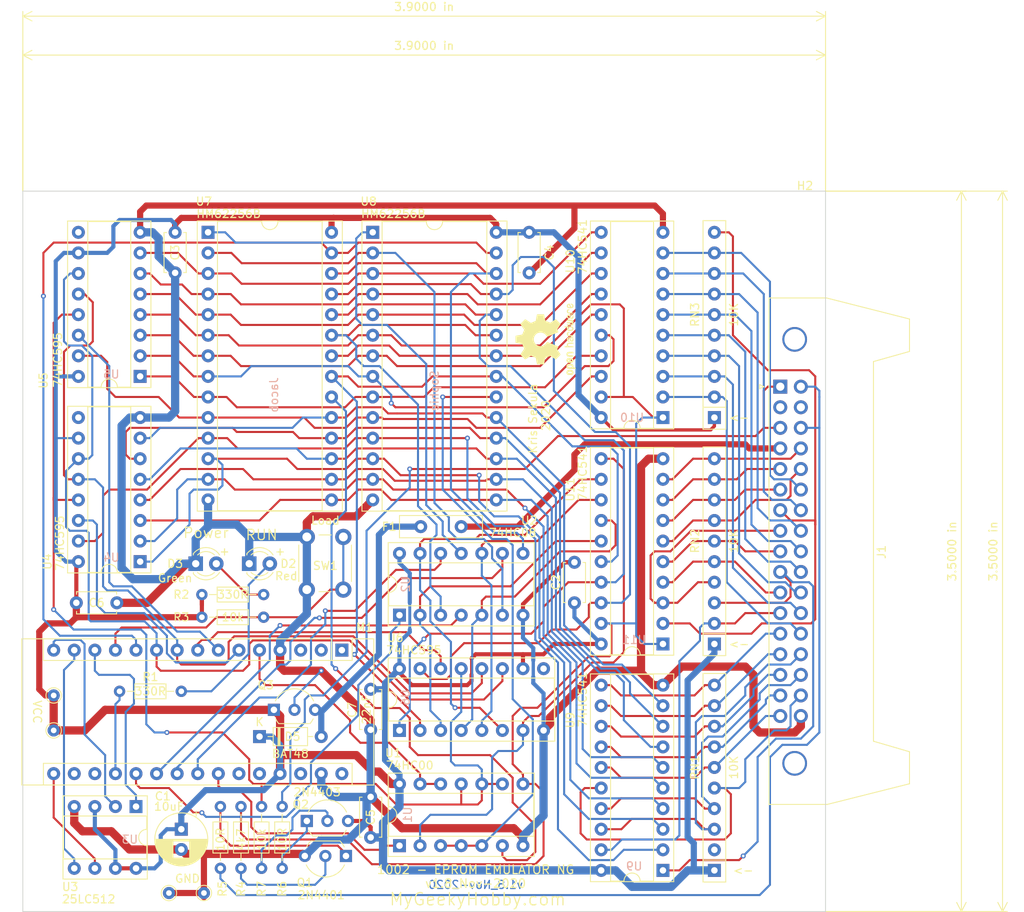
<source format=kicad_pcb>
(kicad_pcb (version 20171130) (host pcbnew "(5.1.5)-3")
  (layers (0 F.Cu signal) (31 B.Cu signal) (34 B.Paste user hide) (36 B.SilkS user hide) (37 F.SilkS user) (38 B.Mask user hide) (39 F.Mask user hide) (44 Edge.Cuts user))
  (net 0 "")
  (net 1 VCC)
  (net 2 GND)
  (net 3 "Net-(D2-Pad2)")
  (net 4 "Net-(D3-Pad2)")
  (net 5 /E_VCC)
  (net 6 /E_RESET)
  (net 7 /~E_RESET~)
  (net 8 /E_A15)
  (net 9 /E_A14)
  (net 10 /E_A12)
  (net 11 /E_A13)
  (net 12 /E_A7)
  (net 13 /E_A8)
  (net 14 /E_A6)
  (net 15 /E_A9)
  (net 16 /E_A5)
  (net 17 /E_A11)
  (net 18 /E_A4)
  (net 19 /E_~OE~)
  (net 20 /E_A3)
  (net 21 /E_A10)
  (net 22 /E_A2)
  (net 23 /E_~CS~)
  (net 24 /E_A1)
  (net 25 /E_D7)
  (net 26 /E_A0)
  (net 27 /E_D6)
  (net 28 /E_D0)
  (net 29 /E_D5)
  (net 30 /E_D1)
  (net 31 /E_D4)
  (net 32 /E_D2)
  (net 33 /E_D3)
  (net 34 /EN_RST)
  (net 35 /EN_A11)
  (net 36 /EN_A12)
  (net 37 /EN_A13)
  (net 38 /EN_A14)
  (net 39 /SCLK)
  (net 40 /EN_A15)
  (net 41 /~WE~)
  (net 42 "Net-(Q1-Pad1)")
  (net 43 "Net-(Q1-Pad2)")
  (net 44 "Net-(Q2-Pad2)")
  (net 45 "Net-(Q2-Pad1)")
  (net 46 /RESET)
  (net 47 /~RESET~)
  (net 48 /~CS1~)
  (net 49 /~CS2~)
  (net 50 /A15)
  (net 51 /GT_A13)
  (net 52 /A11)
  (net 53 /GT_A11)
  (net 54 /A13)
  (net 55 /GT_A14)
  (net 56 /A12)
  (net 57 /GT_A12)
  (net 58 /A14)
  (net 59 /D1)
  (net 60 /D2)
  (net 61 /D3)
  (net 62 /D4)
  (net 63 /D5)
  (net 64 /D6)
  (net 65 /D7)
  (net 66 /D0)
  (net 67 /A0)
  (net 68 /A7)
  (net 69 /A6)
  (net 70 /A5)
  (net 71 /A4)
  (net 72 /A3)
  (net 73 /A2)
  (net 74 /A1)
  (net 75 /A9)
  (net 76 /A10)
  (net 77 /A8)
  (net 78 "Net-(D5-Pad2)")
  (net 79 /MISO)
  (net 80 /SCK)
  (net 81 /MOSI)
  (net 82 /RUN_LED)
  (net 83 /LD_BTN)
  (net 84 /SS)
  (net 85 /DATA)
  (net 86 /ADLO)
  (net 87 /ADHI)
  (net 88 /DATA_LD)
  (module Resistor_THT:R_Array_SIP10 (layer F.Cu) (at 197.231 75.946 90)
    (fp_text reference RN3 (at 12.7 -2.4 90) (layer F.SilkS))
    (fp_text value 10K (at 12.7 2.4 90) (layer F.SilkS))
    (pad 10 thru_hole oval (at 22.86 0 90) (size 1.6 1.6) (drill 0.8) (layers *.Cu *.Mask) (net 13 /E_A8))
    (pad 9 thru_hole oval (at 20.32 0 90) (size 1.6 1.6) (drill 0.8) (layers *.Cu *.Mask) (net 12 /E_A7))
    (pad 8 thru_hole oval (at 17.78 0 90) (size 1.6 1.6) (drill 0.8) (layers *.Cu *.Mask) (net 14 /E_A6))
    (pad 7 thru_hole oval (at 15.24 0 90) (size 1.6 1.6) (drill 0.8) (layers *.Cu *.Mask) (net 16 /E_A5))
    (pad 6 thru_hole oval (at 12.7 0 90) (size 1.6 1.6) (drill 0.8) (layers *.Cu *.Mask) (net 18 /E_A4))
    (pad 5 thru_hole oval (at 10.16 0 90) (size 1.6 1.6) (drill 0.8) (layers *.Cu *.Mask) (net 20 /E_A3))
    (pad 4 thru_hole oval (at 7.62 0 90) (size 1.6 1.6) (drill 0.8) (layers *.Cu *.Mask) (net 22 /E_A2))
    (pad 3 thru_hole oval (at 5.08 0 90) (size 1.6 1.6) (drill 0.8) (layers *.Cu *.Mask) (net 24 /E_A1))
    (pad 2 thru_hole oval (at 2.54 0 90) (size 1.6 1.6) (drill 0.8) (layers *.Cu *.Mask) (net 26 /E_A0))
    (pad 1 thru_hole rect (at 0 0 90) (size 1.6 1.6) (drill 0.8) (layers *.Cu *.Mask) (net 1 VCC))
  )
  (module Package_TO_SOT_THT:TO-92L_Inline_Wide (layer F.Cu) (at 142.875 112.014)
    (fp_text reference Q3 (at -1.016 -3.048) (layer F.SilkS))
    (fp_text value PMOS)
    (pad 1 thru_hole rect (at 0 0 90) (size 1.5 1.5) (drill 0.8) (layers *.Cu *.Mask) (net 1 VCC))
    (pad 3 thru_hole circle (at 5.08 0 90) (size 1.5 1.5) (drill 0.8) (layers *.Cu *.Mask) (net 78 "Net-(D5-Pad2)"))
    (pad 2 thru_hole circle (at 2.54 0 90) (size 1.5 1.5) (drill 0.8) (layers *.Cu *.Mask) (net 2 GND))
  )
  (module Connector_IDC:IDC-Header_2x17_P2.54mm_Horizontal_Lock (layer F.Cu) (at 205.359 72.136)
    (fp_text reference J1 (at 12.5 20.4 270) (layer F.SilkS))
    (fp_text value IDC34)
    (pad "" thru_hole circle (at 1.78 -5.84 270) (size 3.05 3.05) (drill 2.54) (layers *.Cu *.Mask))
    (pad "" thru_hole circle (at 1.78 46.48 270) (size 3.05 3.05) (drill 2.54) (layers *.Cu *.Mask))
    (pad 1 thru_hole rect (at 0 0 270) (size 1.7272 1.7272) (drill 1.016) (layers *.Cu *.Mask) (net 6 /E_RESET))
    (pad 2 thru_hole circle (at 2.54 0 270) (size 1.7272 1.7272) (drill 1.016) (layers *.Cu *.Mask) (net 7 /~E_RESET~))
    (pad 3 thru_hole circle (at 0 2.54 270) (size 1.7272 1.7272) (drill 1.016) (layers *.Cu *.Mask))
    (pad 4 thru_hole circle (at 2.54 2.54 270) (size 1.7272 1.7272) (drill 1.016) (layers *.Cu *.Mask))
    (pad 5 thru_hole circle (at 0 5.08 270) (size 1.7272 1.7272) (drill 1.016) (layers *.Cu *.Mask) (net 6 /E_RESET))
    (pad 6 thru_hole circle (at 2.54 5.08 270) (size 1.7272 1.7272) (drill 1.016) (layers *.Cu *.Mask) (net 7 /~E_RESET~))
    (pad 7 thru_hole circle (at 0 7.62 270) (size 1.7272 1.7272) (drill 1.016) (layers *.Cu *.Mask) (net 5 /E_VCC))
    (pad 8 thru_hole circle (at 2.54 7.62 270) (size 1.7272 1.7272) (drill 1.016) (layers *.Cu *.Mask) (net 8 /E_A15))
    (pad 9 thru_hole circle (at 0 10.16 270) (size 1.7272 1.7272) (drill 1.016) (layers *.Cu *.Mask) (net 9 /E_A14))
    (pad 10 thru_hole circle (at 2.54 10.16 270) (size 1.7272 1.7272) (drill 1.016) (layers *.Cu *.Mask) (net 10 /E_A12))
    (pad 11 thru_hole circle (at 0 12.7 270) (size 1.7272 1.7272) (drill 1.016) (layers *.Cu *.Mask) (net 11 /E_A13))
    (pad 12 thru_hole circle (at 2.54 12.7 270) (size 1.7272 1.7272) (drill 1.016) (layers *.Cu *.Mask) (net 12 /E_A7))
    (pad 13 thru_hole circle (at 0 15.24 270) (size 1.7272 1.7272) (drill 1.016) (layers *.Cu *.Mask) (net 13 /E_A8))
    (pad 14 thru_hole circle (at 2.54 15.24 270) (size 1.7272 1.7272) (drill 1.016) (layers *.Cu *.Mask) (net 14 /E_A6))
    (pad 15 thru_hole circle (at 0 17.78 270) (size 1.7272 1.7272) (drill 1.016) (layers *.Cu *.Mask) (net 15 /E_A9))
    (pad 16 thru_hole circle (at 2.54 17.78 270) (size 1.7272 1.7272) (drill 1.016) (layers *.Cu *.Mask) (net 16 /E_A5))
    (pad 17 thru_hole circle (at 0 20.32 270) (size 1.7272 1.7272) (drill 1.016) (layers *.Cu *.Mask) (net 17 /E_A11))
    (pad 18 thru_hole circle (at 2.54 20.32 270) (size 1.7272 1.7272) (drill 1.016) (layers *.Cu *.Mask) (net 18 /E_A4))
    (pad 19 thru_hole circle (at 0 22.86 270) (size 1.7272 1.7272) (drill 1.016) (layers *.Cu *.Mask) (net 19 /E_~OE~))
    (pad 20 thru_hole circle (at 2.54 22.86 270) (size 1.7272 1.7272) (drill 1.016) (layers *.Cu *.Mask) (net 20 /E_A3))
    (pad 21 thru_hole circle (at 0 25.4 270) (size 1.7272 1.7272) (drill 1.016) (layers *.Cu *.Mask) (net 21 /E_A10))
    (pad 22 thru_hole circle (at 2.54 25.4 270) (size 1.7272 1.7272) (drill 1.016) (layers *.Cu *.Mask) (net 22 /E_A2))
    (pad 23 thru_hole circle (at 0 27.94 270) (size 1.7272 1.7272) (drill 1.016) (layers *.Cu *.Mask) (net 23 /E_~CS~))
    (pad 24 thru_hole circle (at 2.54 27.94 270) (size 1.7272 1.7272) (drill 1.016) (layers *.Cu *.Mask) (net 24 /E_A1))
    (pad 25 thru_hole circle (at 0 30.48 270) (size 1.7272 1.7272) (drill 1.016) (layers *.Cu *.Mask) (net 25 /E_D7))
    (pad 26 thru_hole circle (at 2.54 30.48 270) (size 1.7272 1.7272) (drill 1.016) (layers *.Cu *.Mask) (net 26 /E_A0))
    (pad 27 thru_hole circle (at 0 33.02 270) (size 1.7272 1.7272) (drill 1.016) (layers *.Cu *.Mask) (net 27 /E_D6))
    (pad 28 thru_hole circle (at 2.54 33.02 270) (size 1.7272 1.7272) (drill 1.016) (layers *.Cu *.Mask) (net 28 /E_D0))
    (pad 29 thru_hole circle (at 0 35.56 270) (size 1.7272 1.7272) (drill 1.016) (layers *.Cu *.Mask) (net 29 /E_D5))
    (pad 30 thru_hole circle (at 2.54 35.56 270) (size 1.7272 1.7272) (drill 1.016) (layers *.Cu *.Mask) (net 30 /E_D1))
    (pad 31 thru_hole circle (at 0 38.1 270) (size 1.7272 1.7272) (drill 1.016) (layers *.Cu *.Mask) (net 31 /E_D4))
    (pad 32 thru_hole circle (at 2.54 38.1 270) (size 1.7272 1.7272) (drill 1.016) (layers *.Cu *.Mask) (net 32 /E_D2))
    (pad 33 thru_hole circle (at 0 40.64 270) (size 1.7272 1.7272) (drill 1.016) (layers *.Cu *.Mask) (net 33 /E_D3))
    (pad 34 thru_hole circle (at 2.54 40.64 270) (size 1.7272 1.7272) (drill 1.016) (layers *.Cu *.Mask) (net 2 GND))
  )
  (module Symbol:OSHW-Logo2_9.8x8mm_SilkScreen (layer F.Cu) (at 176.403 66.294 90)
    (fp_text reference H5 hide)
    (fp_text value MountingHole hide)
  )
  (module TestPoint:TestPoint_THTPad_D1.5mm_Drill0.7mm (layer F.Cu) (at 129.921 134.62)
    (fp_text reference TP3 hide)
    (fp_text value GND)
    (pad 1 thru_hole circle (at 0 0) (size 1.5 1.5) (drill 0.7) (layers *.Cu *.Mask) (net 2 GND))
  )
  (module TestPoint:TestPoint_THTPad_D1.5mm_Drill0.7mm (layer F.Cu) (at 134.239 134.62)
    (fp_text reference TP2 hide)
    (fp_text value GND)
    (pad 1 thru_hole circle (at 0 0) (size 1.5 1.5) (drill 0.7) (layers *.Cu *.Mask) (net 2 GND))
  )
  (module TestPoint:TestPoint_THTPad_D1.5mm_Drill0.7mm (layer F.Cu) (at 115.697 110.236)
    (fp_text reference TP1 hide)
    (fp_text value VCC)
    (pad 1 thru_hole circle (at 0 0) (size 1.5 1.5) (drill 0.7) (layers *.Cu *.Mask) (net 1 VCC))
  )
  (module Package_TO_SOT_THT:TO-92_Inline_Wide (layer F.Cu) (at 146.939 125.73)
    (fp_text reference Q2 (at -0.762 -2.032) (layer F.SilkS))
    (fp_text value 2N4403 (at 1.27 -3.556) (layer F.SilkS))
    (pad 1 thru_hole rect (at 0 0 90) (size 1.5 1.5) (drill 0.8) (layers *.Cu *.Mask) (net 45 "Net-(Q2-Pad1)"))
    (pad 3 thru_hole circle (at 5.08 0 90) (size 1.5 1.5) (drill 0.8) (layers *.Cu *.Mask) (net 1 VCC))
    (pad 2 thru_hole circle (at 2.54 0 90) (size 1.5 1.5) (drill 0.8) (layers *.Cu *.Mask) (net 44 "Net-(Q2-Pad2)"))
  )
  (module Package_TO_SOT_THT:TO-92_Inline_Wide (layer F.Cu) (at 151.765 130.048 180)
    (fp_text reference Q1 (at 5.08 -3.302) (layer F.SilkS))
    (fp_text value 2N4401 (at 3.048 -4.826) (layer F.SilkS))
    (pad 1 thru_hole rect (at 0 0 270) (size 1.5 1.5) (drill 0.8) (layers *.Cu *.Mask) (net 42 "Net-(Q1-Pad1)"))
    (pad 3 thru_hole circle (at 5.08 0 270) (size 1.5 1.5) (drill 0.8) (layers *.Cu *.Mask) (net 2 GND))
    (pad 2 thru_hole circle (at 2.54 0 270) (size 1.5 1.5) (drill 0.8) (layers *.Cu *.Mask) (net 43 "Net-(Q1-Pad2)"))
  )
  (module Capacitor_THT:C_Disc_D4.7mm_W2.5mm_P5.00mm (layer F.Cu) (at 179.959 98.806 90)
    (fp_text reference C2 (at 2.54 -2.286 90) (layer F.SilkS))
    (fp_text value 100nF)
    (pad 2 thru_hole circle (at 5 0 90) (size 1.6 1.6) (drill 0.8) (layers *.Cu *.Mask) (net 2 GND))
    (pad 1 thru_hole circle (at 0 0 90) (size 1.6 1.6) (drill 0.8) (layers *.Cu *.Mask) (net 1 VCC))
  )
  (module Resistor_THT:R_Array_SIP10 (layer F.Cu) (at 197.231 103.886 90)
    (fp_text reference RN2 (at 12.7 -2.4 90) (layer F.SilkS))
    (fp_text value 10K (at 12.7 2.4 90) (layer F.SilkS))
    (pad 10 thru_hole oval (at 22.86 0 90) (size 1.6 1.6) (drill 0.8) (layers *.Cu *.Mask) (net 8 /E_A15))
    (pad 9 thru_hole oval (at 20.32 0 90) (size 1.6 1.6) (drill 0.8) (layers *.Cu *.Mask) (net 9 /E_A14))
    (pad 8 thru_hole oval (at 17.78 0 90) (size 1.6 1.6) (drill 0.8) (layers *.Cu *.Mask) (net 11 /E_A13))
    (pad 7 thru_hole oval (at 15.24 0 90) (size 1.6 1.6) (drill 0.8) (layers *.Cu *.Mask) (net 10 /E_A12))
    (pad 6 thru_hole oval (at 12.7 0 90) (size 1.6 1.6) (drill 0.8) (layers *.Cu *.Mask) (net 17 /E_A11))
    (pad 5 thru_hole oval (at 10.16 0 90) (size 1.6 1.6) (drill 0.8) (layers *.Cu *.Mask) (net 21 /E_A10))
    (pad 4 thru_hole oval (at 7.62 0 90) (size 1.6 1.6) (drill 0.8) (layers *.Cu *.Mask) (net 15 /E_A9))
    (pad 3 thru_hole oval (at 5.08 0 90) (size 1.6 1.6) (drill 0.8) (layers *.Cu *.Mask) (net 19 /E_~OE~))
    (pad 2 thru_hole oval (at 2.54 0 90) (size 1.6 1.6) (drill 0.8) (layers *.Cu *.Mask) (net 23 /E_~CS~))
    (pad 1 thru_hole rect (at 0 0 90) (size 1.6 1.6) (drill 0.8) (layers *.Cu *.Mask) (net 1 VCC))
  )
  (module Resistor_THT:R_Array_SIP10 (layer F.Cu) (at 197.231 131.826 90)
    (fp_text reference RN1 (at 12.7 -2.4 90) (layer F.SilkS))
    (fp_text value 10K (at 12.7 2.4 90) (layer F.SilkS))
    (pad 10 thru_hole oval (at 22.86 0 90) (size 1.6 1.6) (drill 0.8) (layers *.Cu *.Mask) (net 25 /E_D7))
    (pad 9 thru_hole oval (at 20.32 0 90) (size 1.6 1.6) (drill 0.8) (layers *.Cu *.Mask) (net 27 /E_D6))
    (pad 8 thru_hole oval (at 17.78 0 90) (size 1.6 1.6) (drill 0.8) (layers *.Cu *.Mask) (net 29 /E_D5))
    (pad 7 thru_hole oval (at 15.24 0 90) (size 1.6 1.6) (drill 0.8) (layers *.Cu *.Mask) (net 31 /E_D4))
    (pad 6 thru_hole oval (at 12.7 0 90) (size 1.6 1.6) (drill 0.8) (layers *.Cu *.Mask) (net 33 /E_D3))
    (pad 5 thru_hole oval (at 10.16 0 90) (size 1.6 1.6) (drill 0.8) (layers *.Cu *.Mask) (net 32 /E_D2))
    (pad 4 thru_hole oval (at 7.62 0 90) (size 1.6 1.6) (drill 0.8) (layers *.Cu *.Mask) (net 30 /E_D1))
    (pad 3 thru_hole oval (at 5.08 0 90) (size 1.6 1.6) (drill 0.8) (layers *.Cu *.Mask) (net 28 /E_D0))
    (pad 2 thru_hole oval (at 2.54 0 90) (size 1.6 1.6) (drill 0.8) (layers *.Cu *.Mask))
    (pad 1 thru_hole rect (at 0 0 90) (size 1.6 1.6) (drill 0.8) (layers *.Cu *.Mask) (net 1 VCC))
  )
  (module Package_DIP:DIP-16_W7.62mm_Socket (layer F.Cu) (at 126.365 93.726 180)
    (fp_text reference U4 (at 11.43 0 90) (layer F.SilkS))
    (fp_text value 74HC595 (at 9.906 2.286 90) (layer F.SilkS))
    (pad 16 thru_hole oval (at 7.62 0 180) (size 1.6 1.6) (drill 0.8) (layers *.Cu *.Mask) (net 1 VCC))
    (pad 8 thru_hole oval (at 0 17.78 180) (size 1.6 1.6) (drill 0.8) (layers *.Cu *.Mask) (net 2 GND))
    (pad 15 thru_hole oval (at 7.62 2.54 180) (size 1.6 1.6) (drill 0.8) (layers *.Cu *.Mask) (net 66 /D0))
    (pad 7 thru_hole oval (at 0 15.24 180) (size 1.6 1.6) (drill 0.8) (layers *.Cu *.Mask) (net 65 /D7))
    (pad 14 thru_hole oval (at 7.62 5.08 180) (size 1.6 1.6) (drill 0.8) (layers *.Cu *.Mask) (net 85 /DATA))
    (pad 6 thru_hole oval (at 0 12.7 180) (size 1.6 1.6) (drill 0.8) (layers *.Cu *.Mask) (net 64 /D6))
    (pad 13 thru_hole oval (at 7.62 7.62 180) (size 1.6 1.6) (drill 0.8) (layers *.Cu *.Mask) (net 47 /~RESET~))
    (pad 5 thru_hole oval (at 0 10.16 180) (size 1.6 1.6) (drill 0.8) (layers *.Cu *.Mask) (net 63 /D5))
    (pad 12 thru_hole oval (at 7.62 10.16 180) (size 1.6 1.6) (drill 0.8) (layers *.Cu *.Mask) (net 88 /DATA_LD))
    (pad 4 thru_hole oval (at 0 7.62 180) (size 1.6 1.6) (drill 0.8) (layers *.Cu *.Mask) (net 62 /D4))
    (pad 11 thru_hole oval (at 7.62 12.7 180) (size 1.6 1.6) (drill 0.8) (layers *.Cu *.Mask) (net 39 /SCLK))
    (pad 3 thru_hole oval (at 0 5.08 180) (size 1.6 1.6) (drill 0.8) (layers *.Cu *.Mask) (net 61 /D3))
    (pad 10 thru_hole oval (at 7.62 15.24 180) (size 1.6 1.6) (drill 0.8) (layers *.Cu *.Mask) (net 1 VCC))
    (pad 2 thru_hole oval (at 0 2.54 180) (size 1.6 1.6) (drill 0.8) (layers *.Cu *.Mask) (net 60 /D2))
    (pad 9 thru_hole oval (at 7.62 17.78 180) (size 1.6 1.6) (drill 0.8) (layers *.Cu *.Mask))
    (pad 1 thru_hole rect (at 0 0 180) (size 1.6 1.6) (drill 0.8) (layers *.Cu *.Mask) (net 59 /D1))
  )
  (module Resistor_THT:R_Axial_DIN0204_L3.6mm_D1.6mm_P7.62mm_Horizontal (layer F.Cu) (at 136.271 131.572 90)
    (fp_text reference R5 (at -2.54 0.254 90) (layer F.SilkS))
    (fp_text value 10R (at 3.556 0 90) (layer F.SilkS))
    (pad 2 thru_hole oval (at 7.62 0 90) (size 1.4 1.4) (drill 0.7) (layers *.Cu *.Mask) (net 42 "Net-(Q1-Pad1)"))
    (pad 1 thru_hole circle (at 0 0 90) (size 1.4 1.4) (drill 0.7) (layers *.Cu *.Mask) (net 7 /~E_RESET~))
  )
  (module Module:Arduino_Nano (layer F.Cu) (at 151.257 104.648 270)
    (fp_text reference M1 (at -2.794 -2.794 180) (layer F.SilkS))
    (fp_text value "Arduino Nano v3.0")
    (pad 1 thru_hole rect (at 0 0 270) (size 1.6 1.6) (drill 0.8) (layers *.Cu *.Mask))
    (pad 17 thru_hole oval (at 15.24 33.02 270) (size 1.6 1.6) (drill 0.8) (layers *.Cu *.Mask))
    (pad 2 thru_hole oval (at 0 2.54 270) (size 1.6 1.6) (drill 0.8) (layers *.Cu *.Mask))
    (pad 18 thru_hole oval (at 15.24 30.48 270) (size 1.6 1.6) (drill 0.8) (layers *.Cu *.Mask))
    (pad 3 thru_hole oval (at 0 5.08 270) (size 1.6 1.6) (drill 0.8) (layers *.Cu *.Mask))
    (pad 19 thru_hole oval (at 15.24 27.94 270) (size 1.6 1.6) (drill 0.8) (layers *.Cu *.Mask) (net 82 /RUN_LED))
    (pad 4 thru_hole oval (at 0 7.62 270) (size 1.6 1.6) (drill 0.8) (layers *.Cu *.Mask) (net 2 GND))
    (pad 20 thru_hole oval (at 15.24 25.4 270) (size 1.6 1.6) (drill 0.8) (layers *.Cu *.Mask) (net 35 /EN_A11))
    (pad 5 thru_hole oval (at 0 10.16 270) (size 1.6 1.6) (drill 0.8) (layers *.Cu *.Mask) (net 34 /EN_RST))
    (pad 21 thru_hole oval (at 15.24 22.86 270) (size 1.6 1.6) (drill 0.8) (layers *.Cu *.Mask) (net 36 /EN_A12))
    (pad 6 thru_hole oval (at 0 12.7 270) (size 1.6 1.6) (drill 0.8) (layers *.Cu *.Mask) (net 85 /DATA))
    (pad 22 thru_hole oval (at 15.24 20.32 270) (size 1.6 1.6) (drill 0.8) (layers *.Cu *.Mask) (net 37 /EN_A13))
    (pad 7 thru_hole oval (at 0 15.24 270) (size 1.6 1.6) (drill 0.8) (layers *.Cu *.Mask) (net 86 /ADLO))
    (pad 23 thru_hole oval (at 15.24 17.78 270) (size 1.6 1.6) (drill 0.8) (layers *.Cu *.Mask) (net 38 /EN_A14))
    (pad 8 thru_hole oval (at 0 17.78 270) (size 1.6 1.6) (drill 0.8) (layers *.Cu *.Mask) (net 87 /ADHI))
    (pad 24 thru_hole oval (at 15.24 15.24 270) (size 1.6 1.6) (drill 0.8) (layers *.Cu *.Mask) (net 40 /EN_A15))
    (pad 9 thru_hole oval (at 0 20.32 270) (size 1.6 1.6) (drill 0.8) (layers *.Cu *.Mask) (net 88 /DATA_LD))
    (pad 25 thru_hole oval (at 15.24 12.7 270) (size 1.6 1.6) (drill 0.8) (layers *.Cu *.Mask))
    (pad 10 thru_hole oval (at 0 22.86 270) (size 1.6 1.6) (drill 0.8) (layers *.Cu *.Mask) (net 39 /SCLK))
    (pad 26 thru_hole oval (at 15.24 10.16 270) (size 1.6 1.6) (drill 0.8) (layers *.Cu *.Mask))
    (pad 11 thru_hole oval (at 0 25.4 270) (size 1.6 1.6) (drill 0.8) (layers *.Cu *.Mask) (net 41 /~WE~))
    (pad 27 thru_hole oval (at 15.24 7.62 270) (size 1.6 1.6) (drill 0.8) (layers *.Cu *.Mask) (net 1 VCC))
    (pad 12 thru_hole oval (at 0 27.94 270) (size 1.6 1.6) (drill 0.8) (layers *.Cu *.Mask) (net 83 /LD_BTN))
    (pad 28 thru_hole oval (at 15.24 5.08 270) (size 1.6 1.6) (drill 0.8) (layers *.Cu *.Mask))
    (pad 13 thru_hole oval (at 0 30.48 270) (size 1.6 1.6) (drill 0.8) (layers *.Cu *.Mask) (net 84 /SS))
    (pad 29 thru_hole oval (at 15.24 2.54 270) (size 1.6 1.6) (drill 0.8) (layers *.Cu *.Mask) (net 2 GND))
    (pad 14 thru_hole oval (at 0 33.02 270) (size 1.6 1.6) (drill 0.8) (layers *.Cu *.Mask) (net 81 /MOSI))
    (pad 30 thru_hole oval (at 15.24 0 270) (size 1.6 1.6) (drill 0.8) (layers *.Cu *.Mask))
    (pad 15 thru_hole oval (at 0 35.56 270) (size 1.6 1.6) (drill 0.8) (layers *.Cu *.Mask) (net 79 /MISO))
    (pad 16 thru_hole oval (at 15.24 35.56 270) (size 1.6 1.6) (drill 0.8) (layers *.Cu *.Mask) (net 80 /SCK))
  )
  (module Package_DIP:DIP-16_W7.62mm_Socket (layer F.Cu) (at 158.369 114.554 90)
    (fp_text reference U6 (at 11.43 -0.508 180) (layer F.SilkS))
    (fp_text value 74HC595 (at 9.906 1.778 180) (layer F.SilkS))
    (pad 16 thru_hole oval (at 7.62 0 90) (size 1.6 1.6) (drill 0.8) (layers *.Cu *.Mask) (net 1 VCC))
    (pad 8 thru_hole oval (at 0 17.78 90) (size 1.6 1.6) (drill 0.8) (layers *.Cu *.Mask) (net 2 GND))
    (pad 15 thru_hole oval (at 7.62 2.54 90) (size 1.6 1.6) (drill 0.8) (layers *.Cu *.Mask) (net 77 /A8))
    (pad 7 thru_hole oval (at 0 15.24 90) (size 1.6 1.6) (drill 0.8) (layers *.Cu *.Mask) (net 50 /A15))
    (pad 14 thru_hole oval (at 7.62 5.08 90) (size 1.6 1.6) (drill 0.8) (layers *.Cu *.Mask) (net 87 /ADHI))
    (pad 6 thru_hole oval (at 0 12.7 90) (size 1.6 1.6) (drill 0.8) (layers *.Cu *.Mask) (net 58 /A14))
    (pad 13 thru_hole oval (at 7.62 7.62 90) (size 1.6 1.6) (drill 0.8) (layers *.Cu *.Mask) (net 47 /~RESET~))
    (pad 5 thru_hole oval (at 0 10.16 90) (size 1.6 1.6) (drill 0.8) (layers *.Cu *.Mask) (net 54 /A13))
    (pad 12 thru_hole oval (at 7.62 10.16 90) (size 1.6 1.6) (drill 0.8) (layers *.Cu *.Mask) (net 88 /DATA_LD))
    (pad 4 thru_hole oval (at 0 7.62 90) (size 1.6 1.6) (drill 0.8) (layers *.Cu *.Mask) (net 56 /A12))
    (pad 11 thru_hole oval (at 7.62 12.7 90) (size 1.6 1.6) (drill 0.8) (layers *.Cu *.Mask) (net 39 /SCLK))
    (pad 3 thru_hole oval (at 0 5.08 90) (size 1.6 1.6) (drill 0.8) (layers *.Cu *.Mask) (net 52 /A11))
    (pad 10 thru_hole oval (at 7.62 15.24 90) (size 1.6 1.6) (drill 0.8) (layers *.Cu *.Mask) (net 1 VCC))
    (pad 2 thru_hole oval (at 0 2.54 90) (size 1.6 1.6) (drill 0.8) (layers *.Cu *.Mask) (net 76 /A10))
    (pad 9 thru_hole oval (at 7.62 17.78 90) (size 1.6 1.6) (drill 0.8) (layers *.Cu *.Mask))
    (pad 1 thru_hole rect (at 0 0 90) (size 1.6 1.6) (drill 0.8) (layers *.Cu *.Mask) (net 75 /A9))
  )
  (module Package_DIP:DIP-28_W15.24mm_Socket (layer F.Cu) (at 134.747 53.086)
    (fp_text reference U7 (at -0.508 -3.81) (layer F.SilkS))
    (fp_text value HM62256B (at 2.54 -2.286) (layer F.SilkS))
    (pad 1 thru_hole rect (at 0 0) (size 1.6 1.6) (drill 0.8) (layers *.Cu *.Mask) (net 55 /GT_A14))
    (pad 15 thru_hole oval (at 15.24 33.02) (size 1.6 1.6) (drill 0.8) (layers *.Cu *.Mask) (net 61 /D3))
    (pad 2 thru_hole oval (at 0 2.54) (size 1.6 1.6) (drill 0.8) (layers *.Cu *.Mask) (net 57 /GT_A12))
    (pad 16 thru_hole oval (at 15.24 30.48) (size 1.6 1.6) (drill 0.8) (layers *.Cu *.Mask) (net 62 /D4))
    (pad 3 thru_hole oval (at 0 5.08) (size 1.6 1.6) (drill 0.8) (layers *.Cu *.Mask) (net 68 /A7))
    (pad 17 thru_hole oval (at 15.24 27.94) (size 1.6 1.6) (drill 0.8) (layers *.Cu *.Mask) (net 63 /D5))
    (pad 4 thru_hole oval (at 0 7.62) (size 1.6 1.6) (drill 0.8) (layers *.Cu *.Mask) (net 69 /A6))
    (pad 18 thru_hole oval (at 15.24 25.4) (size 1.6 1.6) (drill 0.8) (layers *.Cu *.Mask) (net 64 /D6))
    (pad 5 thru_hole oval (at 0 10.16) (size 1.6 1.6) (drill 0.8) (layers *.Cu *.Mask) (net 70 /A5))
    (pad 19 thru_hole oval (at 15.24 22.86) (size 1.6 1.6) (drill 0.8) (layers *.Cu *.Mask) (net 65 /D7))
    (pad 6 thru_hole oval (at 0 12.7) (size 1.6 1.6) (drill 0.8) (layers *.Cu *.Mask) (net 71 /A4))
    (pad 20 thru_hole oval (at 15.24 20.32) (size 1.6 1.6) (drill 0.8) (layers *.Cu *.Mask) (net 48 /~CS1~))
    (pad 7 thru_hole oval (at 0 15.24) (size 1.6 1.6) (drill 0.8) (layers *.Cu *.Mask) (net 72 /A3))
    (pad 21 thru_hole oval (at 15.24 17.78) (size 1.6 1.6) (drill 0.8) (layers *.Cu *.Mask) (net 76 /A10))
    (pad 8 thru_hole oval (at 0 17.78) (size 1.6 1.6) (drill 0.8) (layers *.Cu *.Mask) (net 73 /A2))
    (pad 22 thru_hole oval (at 15.24 15.24) (size 1.6 1.6) (drill 0.8) (layers *.Cu *.Mask) (net 46 /RESET))
    (pad 9 thru_hole oval (at 0 20.32) (size 1.6 1.6) (drill 0.8) (layers *.Cu *.Mask) (net 74 /A1))
    (pad 23 thru_hole oval (at 15.24 12.7) (size 1.6 1.6) (drill 0.8) (layers *.Cu *.Mask) (net 53 /GT_A11))
    (pad 10 thru_hole oval (at 0 22.86) (size 1.6 1.6) (drill 0.8) (layers *.Cu *.Mask) (net 67 /A0))
    (pad 24 thru_hole oval (at 15.24 10.16) (size 1.6 1.6) (drill 0.8) (layers *.Cu *.Mask) (net 75 /A9))
    (pad 11 thru_hole oval (at 0 25.4) (size 1.6 1.6) (drill 0.8) (layers *.Cu *.Mask) (net 66 /D0))
    (pad 25 thru_hole oval (at 15.24 7.62) (size 1.6 1.6) (drill 0.8) (layers *.Cu *.Mask) (net 77 /A8))
    (pad 12 thru_hole oval (at 0 27.94) (size 1.6 1.6) (drill 0.8) (layers *.Cu *.Mask) (net 59 /D1))
    (pad 26 thru_hole oval (at 15.24 5.08) (size 1.6 1.6) (drill 0.8) (layers *.Cu *.Mask) (net 51 /GT_A13))
    (pad 13 thru_hole oval (at 0 30.48) (size 1.6 1.6) (drill 0.8) (layers *.Cu *.Mask) (net 60 /D2))
    (pad 27 thru_hole oval (at 15.24 2.54) (size 1.6 1.6) (drill 0.8) (layers *.Cu *.Mask) (net 41 /~WE~))
    (pad 14 thru_hole oval (at 0 33.02) (size 1.6 1.6) (drill 0.8) (layers *.Cu *.Mask) (net 2 GND))
    (pad 28 thru_hole oval (at 15.24 0) (size 1.6 1.6) (drill 0.8) (layers *.Cu *.Mask) (net 1 VCC))
  )
  (module MountingHole:MountingHole_2.2mm_M2 (layer F.Cu) (at 114.427 134.366)
    (fp_text reference H4 hide)
    (fp_text value MountingHole)
    (pad 1 np_thru_hole circle (at 0 0) (size 2.2 2.2) (drill 2.2) (layers *.Cu *.Mask))
  )
  (module MountingHole:MountingHole_2.2mm_M2 (layer F.Cu) (at 114.427 50.546)
    (fp_text reference H3 hide)
    (fp_text value MountingHole)
    (pad 1 np_thru_hole circle (at 0 0) (size 2.2 2.2) (drill 2.2) (layers *.Cu *.Mask))
  )
  (module MountingHole:MountingHole_2.2mm_M2 (layer F.Cu) (at 208.407 50.546)
    (fp_text reference H2 (at 0 -3.2) (layer F.SilkS))
    (fp_text value MountingHole)
    (pad 1 np_thru_hole circle (at 0 0) (size 2.2 2.2) (drill 2.2) (layers *.Cu *.Mask))
  )
  (module MountingHole:MountingHole_2.2mm_M2 (layer F.Cu) (at 208.407 134.366)
    (fp_text reference H1 hide)
    (fp_text value MountingHole)
    (pad 1 np_thru_hole circle (at 0 0) (size 2.2 2.2) (drill 2.2) (layers *.Cu *.Mask))
  )
  (module Package_DIP:DIP-20_W7.62mm_Socket (layer F.Cu) (at 190.881 131.826 180)
    (fp_text reference U9 (at 11.43 18.542 90) (layer F.SilkS))
    (fp_text value 74HC541 (at 9.906 21.082 90) (layer F.SilkS))
    (pad 20 thru_hole oval (at 7.62 0 180) (size 1.6 1.6) (drill 0.8) (layers *.Cu *.Mask) (net 1 VCC))
    (pad 10 thru_hole oval (at 0 22.86 180) (size 1.6 1.6) (drill 0.8) (layers *.Cu *.Mask) (net 2 GND))
    (pad 19 thru_hole oval (at 7.62 2.54 180) (size 1.6 1.6) (drill 0.8) (layers *.Cu *.Mask) (net 23 /E_~CS~))
    (pad 9 thru_hole oval (at 0 20.32 180) (size 1.6 1.6) (drill 0.8) (layers *.Cu *.Mask) (net 65 /D7))
    (pad 18 thru_hole oval (at 7.62 5.08 180) (size 1.6 1.6) (drill 0.8) (layers *.Cu *.Mask) (net 28 /E_D0))
    (pad 8 thru_hole oval (at 0 17.78 180) (size 1.6 1.6) (drill 0.8) (layers *.Cu *.Mask) (net 64 /D6))
    (pad 17 thru_hole oval (at 7.62 7.62 180) (size 1.6 1.6) (drill 0.8) (layers *.Cu *.Mask) (net 30 /E_D1))
    (pad 7 thru_hole oval (at 0 15.24 180) (size 1.6 1.6) (drill 0.8) (layers *.Cu *.Mask) (net 63 /D5))
    (pad 16 thru_hole oval (at 7.62 10.16 180) (size 1.6 1.6) (drill 0.8) (layers *.Cu *.Mask) (net 32 /E_D2))
    (pad 6 thru_hole oval (at 0 12.7 180) (size 1.6 1.6) (drill 0.8) (layers *.Cu *.Mask) (net 62 /D4))
    (pad 15 thru_hole oval (at 7.62 12.7 180) (size 1.6 1.6) (drill 0.8) (layers *.Cu *.Mask) (net 33 /E_D3))
    (pad 5 thru_hole oval (at 0 10.16 180) (size 1.6 1.6) (drill 0.8) (layers *.Cu *.Mask) (net 61 /D3))
    (pad 14 thru_hole oval (at 7.62 15.24 180) (size 1.6 1.6) (drill 0.8) (layers *.Cu *.Mask) (net 31 /E_D4))
    (pad 4 thru_hole oval (at 0 7.62 180) (size 1.6 1.6) (drill 0.8) (layers *.Cu *.Mask) (net 60 /D2))
    (pad 13 thru_hole oval (at 7.62 17.78 180) (size 1.6 1.6) (drill 0.8) (layers *.Cu *.Mask) (net 29 /E_D5))
    (pad 3 thru_hole oval (at 0 5.08 180) (size 1.6 1.6) (drill 0.8) (layers *.Cu *.Mask) (net 59 /D1))
    (pad 12 thru_hole oval (at 7.62 20.32 180) (size 1.6 1.6) (drill 0.8) (layers *.Cu *.Mask) (net 27 /E_D6))
    (pad 2 thru_hole oval (at 0 2.54 180) (size 1.6 1.6) (drill 0.8) (layers *.Cu *.Mask) (net 66 /D0))
    (pad 11 thru_hole oval (at 7.62 22.86 180) (size 1.6 1.6) (drill 0.8) (layers *.Cu *.Mask) (net 25 /E_D7))
    (pad 1 thru_hole rect (at 0 0 180) (size 1.6 1.6) (drill 0.8) (layers *.Cu *.Mask) (net 19 /E_~OE~))
  )
  (module Package_DIP:DIP-20_W7.62mm_Socket (layer F.Cu) (at 190.881 103.886 180)
    (fp_text reference U11 (at 11.43 19.05 90) (layer F.SilkS))
    (fp_text value 74HC541 (at 9.906 21.082 90) (layer F.SilkS))
    (pad 20 thru_hole oval (at 7.62 0 180) (size 1.6 1.6) (drill 0.8) (layers *.Cu *.Mask) (net 1 VCC))
    (pad 10 thru_hole oval (at 0 22.86 180) (size 1.6 1.6) (drill 0.8) (layers *.Cu *.Mask) (net 2 GND))
    (pad 19 thru_hole oval (at 7.62 2.54 180) (size 1.6 1.6) (drill 0.8) (layers *.Cu *.Mask) (net 46 /RESET))
    (pad 9 thru_hole oval (at 0 20.32 180) (size 1.6 1.6) (drill 0.8) (layers *.Cu *.Mask) (net 8 /E_A15))
    (pad 18 thru_hole oval (at 7.62 5.08 180) (size 1.6 1.6) (drill 0.8) (layers *.Cu *.Mask) (net 77 /A8))
    (pad 8 thru_hole oval (at 0 17.78 180) (size 1.6 1.6) (drill 0.8) (layers *.Cu *.Mask) (net 9 /E_A14))
    (pad 17 thru_hole oval (at 7.62 7.62 180) (size 1.6 1.6) (drill 0.8) (layers *.Cu *.Mask) (net 75 /A9))
    (pad 7 thru_hole oval (at 0 15.24 180) (size 1.6 1.6) (drill 0.8) (layers *.Cu *.Mask) (net 11 /E_A13))
    (pad 16 thru_hole oval (at 7.62 10.16 180) (size 1.6 1.6) (drill 0.8) (layers *.Cu *.Mask) (net 76 /A10))
    (pad 6 thru_hole oval (at 0 12.7 180) (size 1.6 1.6) (drill 0.8) (layers *.Cu *.Mask) (net 10 /E_A12))
    (pad 15 thru_hole oval (at 7.62 12.7 180) (size 1.6 1.6) (drill 0.8) (layers *.Cu *.Mask) (net 52 /A11))
    (pad 5 thru_hole oval (at 0 10.16 180) (size 1.6 1.6) (drill 0.8) (layers *.Cu *.Mask) (net 17 /E_A11))
    (pad 14 thru_hole oval (at 7.62 15.24 180) (size 1.6 1.6) (drill 0.8) (layers *.Cu *.Mask) (net 56 /A12))
    (pad 4 thru_hole oval (at 0 7.62 180) (size 1.6 1.6) (drill 0.8) (layers *.Cu *.Mask) (net 21 /E_A10))
    (pad 13 thru_hole oval (at 7.62 17.78 180) (size 1.6 1.6) (drill 0.8) (layers *.Cu *.Mask) (net 54 /A13))
    (pad 3 thru_hole oval (at 0 5.08 180) (size 1.6 1.6) (drill 0.8) (layers *.Cu *.Mask) (net 15 /E_A9))
    (pad 12 thru_hole oval (at 7.62 20.32 180) (size 1.6 1.6) (drill 0.8) (layers *.Cu *.Mask) (net 58 /A14))
    (pad 2 thru_hole oval (at 0 2.54 180) (size 1.6 1.6) (drill 0.8) (layers *.Cu *.Mask) (net 13 /E_A8))
    (pad 11 thru_hole oval (at 7.62 22.86 180) (size 1.6 1.6) (drill 0.8) (layers *.Cu *.Mask) (net 50 /A15))
    (pad 1 thru_hole rect (at 0 0 180) (size 1.6 1.6) (drill 0.8) (layers *.Cu *.Mask) (net 46 /RESET))
  )
  (module Package_DIP:DIP-28_W15.24mm_Socket (layer F.Cu) (at 155.067 53.086)
    (fp_text reference U8 (at -0.508 -3.81) (layer F.SilkS))
    (fp_text value HM62256B (at 2.54 -2.286) (layer F.SilkS))
    (pad 28 thru_hole oval (at 15.24 0) (size 1.6 1.6) (drill 0.8) (layers *.Cu *.Mask) (net 1 VCC))
    (pad 14 thru_hole oval (at 0 33.02) (size 1.6 1.6) (drill 0.8) (layers *.Cu *.Mask) (net 2 GND))
    (pad 27 thru_hole oval (at 15.24 2.54) (size 1.6 1.6) (drill 0.8) (layers *.Cu *.Mask) (net 41 /~WE~))
    (pad 13 thru_hole oval (at 0 30.48) (size 1.6 1.6) (drill 0.8) (layers *.Cu *.Mask) (net 60 /D2))
    (pad 26 thru_hole oval (at 15.24 5.08) (size 1.6 1.6) (drill 0.8) (layers *.Cu *.Mask) (net 51 /GT_A13))
    (pad 12 thru_hole oval (at 0 27.94) (size 1.6 1.6) (drill 0.8) (layers *.Cu *.Mask) (net 59 /D1))
    (pad 25 thru_hole oval (at 15.24 7.62) (size 1.6 1.6) (drill 0.8) (layers *.Cu *.Mask) (net 77 /A8))
    (pad 11 thru_hole oval (at 0 25.4) (size 1.6 1.6) (drill 0.8) (layers *.Cu *.Mask) (net 66 /D0))
    (pad 24 thru_hole oval (at 15.24 10.16) (size 1.6 1.6) (drill 0.8) (layers *.Cu *.Mask) (net 75 /A9))
    (pad 10 thru_hole oval (at 0 22.86) (size 1.6 1.6) (drill 0.8) (layers *.Cu *.Mask) (net 67 /A0))
    (pad 23 thru_hole oval (at 15.24 12.7) (size 1.6 1.6) (drill 0.8) (layers *.Cu *.Mask) (net 53 /GT_A11))
    (pad 9 thru_hole oval (at 0 20.32) (size 1.6 1.6) (drill 0.8) (layers *.Cu *.Mask) (net 74 /A1))
    (pad 22 thru_hole oval (at 15.24 15.24) (size 1.6 1.6) (drill 0.8) (layers *.Cu *.Mask) (net 46 /RESET))
    (pad 8 thru_hole oval (at 0 17.78) (size 1.6 1.6) (drill 0.8) (layers *.Cu *.Mask) (net 73 /A2))
    (pad 21 thru_hole oval (at 15.24 17.78) (size 1.6 1.6) (drill 0.8) (layers *.Cu *.Mask) (net 76 /A10))
    (pad 7 thru_hole oval (at 0 15.24) (size 1.6 1.6) (drill 0.8) (layers *.Cu *.Mask) (net 72 /A3))
    (pad 20 thru_hole oval (at 15.24 20.32) (size 1.6 1.6) (drill 0.8) (layers *.Cu *.Mask) (net 49 /~CS2~))
    (pad 6 thru_hole oval (at 0 12.7) (size 1.6 1.6) (drill 0.8) (layers *.Cu *.Mask) (net 71 /A4))
    (pad 19 thru_hole oval (at 15.24 22.86) (size 1.6 1.6) (drill 0.8) (layers *.Cu *.Mask) (net 65 /D7))
    (pad 5 thru_hole oval (at 0 10.16) (size 1.6 1.6) (drill 0.8) (layers *.Cu *.Mask) (net 70 /A5))
    (pad 18 thru_hole oval (at 15.24 25.4) (size 1.6 1.6) (drill 0.8) (layers *.Cu *.Mask) (net 64 /D6))
    (pad 4 thru_hole oval (at 0 7.62) (size 1.6 1.6) (drill 0.8) (layers *.Cu *.Mask) (net 69 /A6))
    (pad 17 thru_hole oval (at 15.24 27.94) (size 1.6 1.6) (drill 0.8) (layers *.Cu *.Mask) (net 63 /D5))
    (pad 3 thru_hole oval (at 0 5.08) (size 1.6 1.6) (drill 0.8) (layers *.Cu *.Mask) (net 68 /A7))
    (pad 16 thru_hole oval (at 15.24 30.48) (size 1.6 1.6) (drill 0.8) (layers *.Cu *.Mask) (net 62 /D4))
    (pad 2 thru_hole oval (at 0 2.54) (size 1.6 1.6) (drill 0.8) (layers *.Cu *.Mask) (net 57 /GT_A12))
    (pad 15 thru_hole oval (at 15.24 33.02) (size 1.6 1.6) (drill 0.8) (layers *.Cu *.Mask) (net 61 /D3))
    (pad 1 thru_hole rect (at 0 0) (size 1.6 1.6) (drill 0.8) (layers *.Cu *.Mask) (net 55 /GT_A14))
  )
  (module Package_DIP:DIP-20_W7.62mm_Socket (layer F.Cu) (at 190.881 75.946 180)
    (fp_text reference U10 (at 11.43 19.304 90) (layer F.SilkS))
    (fp_text value 74HC541 (at 9.906 21.082 90) (layer F.SilkS))
    (pad 20 thru_hole oval (at 7.62 0 180) (size 1.6 1.6) (drill 0.8) (layers *.Cu *.Mask) (net 1 VCC))
    (pad 10 thru_hole oval (at 0 22.86 180) (size 1.6 1.6) (drill 0.8) (layers *.Cu *.Mask) (net 2 GND))
    (pad 19 thru_hole oval (at 7.62 2.54 180) (size 1.6 1.6) (drill 0.8) (layers *.Cu *.Mask) (net 46 /RESET))
    (pad 9 thru_hole oval (at 0 20.32 180) (size 1.6 1.6) (drill 0.8) (layers *.Cu *.Mask) (net 12 /E_A7))
    (pad 18 thru_hole oval (at 7.62 5.08 180) (size 1.6 1.6) (drill 0.8) (layers *.Cu *.Mask) (net 67 /A0))
    (pad 8 thru_hole oval (at 0 17.78 180) (size 1.6 1.6) (drill 0.8) (layers *.Cu *.Mask) (net 14 /E_A6))
    (pad 17 thru_hole oval (at 7.62 7.62 180) (size 1.6 1.6) (drill 0.8) (layers *.Cu *.Mask) (net 74 /A1))
    (pad 7 thru_hole oval (at 0 15.24 180) (size 1.6 1.6) (drill 0.8) (layers *.Cu *.Mask) (net 16 /E_A5))
    (pad 16 thru_hole oval (at 7.62 10.16 180) (size 1.6 1.6) (drill 0.8) (layers *.Cu *.Mask) (net 73 /A2))
    (pad 6 thru_hole oval (at 0 12.7 180) (size 1.6 1.6) (drill 0.8) (layers *.Cu *.Mask) (net 18 /E_A4))
    (pad 15 thru_hole oval (at 7.62 12.7 180) (size 1.6 1.6) (drill 0.8) (layers *.Cu *.Mask) (net 72 /A3))
    (pad 5 thru_hole oval (at 0 10.16 180) (size 1.6 1.6) (drill 0.8) (layers *.Cu *.Mask) (net 20 /E_A3))
    (pad 14 thru_hole oval (at 7.62 15.24 180) (size 1.6 1.6) (drill 0.8) (layers *.Cu *.Mask) (net 71 /A4))
    (pad 4 thru_hole oval (at 0 7.62 180) (size 1.6 1.6) (drill 0.8) (layers *.Cu *.Mask) (net 22 /E_A2))
    (pad 13 thru_hole oval (at 7.62 17.78 180) (size 1.6 1.6) (drill 0.8) (layers *.Cu *.Mask) (net 70 /A5))
    (pad 3 thru_hole oval (at 0 5.08 180) (size 1.6 1.6) (drill 0.8) (layers *.Cu *.Mask) (net 24 /E_A1))
    (pad 12 thru_hole oval (at 7.62 20.32 180) (size 1.6 1.6) (drill 0.8) (layers *.Cu *.Mask) (net 69 /A6))
    (pad 2 thru_hole oval (at 0 2.54 180) (size 1.6 1.6) (drill 0.8) (layers *.Cu *.Mask) (net 26 /E_A0))
    (pad 11 thru_hole oval (at 7.62 22.86 180) (size 1.6 1.6) (drill 0.8) (layers *.Cu *.Mask) (net 68 /A7))
    (pad 1 thru_hole rect (at 0 0 180) (size 1.6 1.6) (drill 0.8) (layers *.Cu *.Mask) (net 46 /RESET))
  )
  (module Package_DIP:DIP-16_W7.62mm_Socket (layer F.Cu) (at 126.365 70.866 180)
    (fp_text reference U5 (at 11.938 -0.508 90) (layer F.SilkS))
    (fp_text value 74HC595 (at 10.16 2.032 90) (layer F.SilkS))
    (pad 16 thru_hole oval (at 7.62 0 180) (size 1.6 1.6) (drill 0.8) (layers *.Cu *.Mask) (net 1 VCC))
    (pad 8 thru_hole oval (at 0 17.78 180) (size 1.6 1.6) (drill 0.8) (layers *.Cu *.Mask) (net 2 GND))
    (pad 15 thru_hole oval (at 7.62 2.54 180) (size 1.6 1.6) (drill 0.8) (layers *.Cu *.Mask) (net 67 /A0))
    (pad 7 thru_hole oval (at 0 15.24 180) (size 1.6 1.6) (drill 0.8) (layers *.Cu *.Mask) (net 68 /A7))
    (pad 14 thru_hole oval (at 7.62 5.08 180) (size 1.6 1.6) (drill 0.8) (layers *.Cu *.Mask) (net 86 /ADLO))
    (pad 6 thru_hole oval (at 0 12.7 180) (size 1.6 1.6) (drill 0.8) (layers *.Cu *.Mask) (net 69 /A6))
    (pad 13 thru_hole oval (at 7.62 7.62 180) (size 1.6 1.6) (drill 0.8) (layers *.Cu *.Mask) (net 47 /~RESET~))
    (pad 5 thru_hole oval (at 0 10.16 180) (size 1.6 1.6) (drill 0.8) (layers *.Cu *.Mask) (net 70 /A5))
    (pad 12 thru_hole oval (at 7.62 10.16 180) (size 1.6 1.6) (drill 0.8) (layers *.Cu *.Mask) (net 88 /DATA_LD))
    (pad 4 thru_hole oval (at 0 7.62 180) (size 1.6 1.6) (drill 0.8) (layers *.Cu *.Mask) (net 71 /A4))
    (pad 11 thru_hole oval (at 7.62 12.7 180) (size 1.6 1.6) (drill 0.8) (layers *.Cu *.Mask) (net 39 /SCLK))
    (pad 3 thru_hole oval (at 0 5.08 180) (size 1.6 1.6) (drill 0.8) (layers *.Cu *.Mask) (net 72 /A3))
    (pad 10 thru_hole oval (at 7.62 15.24 180) (size 1.6 1.6) (drill 0.8) (layers *.Cu *.Mask) (net 1 VCC))
    (pad 2 thru_hole oval (at 0 2.54 180) (size 1.6 1.6) (drill 0.8) (layers *.Cu *.Mask) (net 73 /A2))
    (pad 9 thru_hole oval (at 7.62 17.78 180) (size 1.6 1.6) (drill 0.8) (layers *.Cu *.Mask))
    (pad 1 thru_hole rect (at 0 0 180) (size 1.6 1.6) (drill 0.8) (layers *.Cu *.Mask) (net 74 /A1))
  )
  (module Package_DIP:DIP-8_W7.62mm_Socket (layer F.Cu) (at 125.857 123.952 270)
    (fp_text reference U3 (at 9.906 8.128 180) (layer F.SilkS))
    (fp_text value 25LC512 (at 11.43 5.842 180) (layer F.SilkS))
    (pad 8 thru_hole oval (at 7.62 0 270) (size 1.6 1.6) (drill 0.8) (layers *.Cu *.Mask) (net 1 VCC))
    (pad 4 thru_hole oval (at 0 7.62 270) (size 1.6 1.6) (drill 0.8) (layers *.Cu *.Mask) (net 2 GND))
    (pad 7 thru_hole oval (at 7.62 2.54 270) (size 1.6 1.6) (drill 0.8) (layers *.Cu *.Mask) (net 1 VCC))
    (pad 3 thru_hole oval (at 0 5.08 270) (size 1.6 1.6) (drill 0.8) (layers *.Cu *.Mask) (net 1 VCC))
    (pad 6 thru_hole oval (at 7.62 5.08 270) (size 1.6 1.6) (drill 0.8) (layers *.Cu *.Mask) (net 80 /SCK))
    (pad 2 thru_hole oval (at 0 2.54 270) (size 1.6 1.6) (drill 0.8) (layers *.Cu *.Mask) (net 79 /MISO))
    (pad 5 thru_hole oval (at 7.62 7.62 270) (size 1.6 1.6) (drill 0.8) (layers *.Cu *.Mask) (net 81 /MOSI))
    (pad 1 thru_hole rect (at 0 0 270) (size 1.6 1.6) (drill 0.8) (layers *.Cu *.Mask) (net 84 /SS))
  )
  (module Package_DIP:DIP-14_W7.62mm_Socket (layer F.Cu) (at 158.369 100.33 90)
    (fp_text reference U2 (at 11.684 16.002 180) (layer F.SilkS))
    (fp_text value 74HC08 (at 10.16 13.97 180) (layer F.SilkS))
    (pad 14 thru_hole oval (at 7.62 0 90) (size 1.6 1.6) (drill 0.8) (layers *.Cu *.Mask) (net 1 VCC))
    (pad 7 thru_hole oval (at 0 15.24 90) (size 1.6 1.6) (drill 0.8) (layers *.Cu *.Mask) (net 2 GND))
    (pad 13 thru_hole oval (at 7.62 2.54 90) (size 1.6 1.6) (drill 0.8) (layers *.Cu *.Mask) (net 58 /A14))
    (pad 6 thru_hole oval (at 0 12.7 90) (size 1.6 1.6) (drill 0.8) (layers *.Cu *.Mask) (net 57 /GT_A12))
    (pad 12 thru_hole oval (at 7.62 5.08 90) (size 1.6 1.6) (drill 0.8) (layers *.Cu *.Mask) (net 38 /EN_A14))
    (pad 5 thru_hole oval (at 0 10.16 90) (size 1.6 1.6) (drill 0.8) (layers *.Cu *.Mask) (net 56 /A12))
    (pad 11 thru_hole oval (at 7.62 7.62 90) (size 1.6 1.6) (drill 0.8) (layers *.Cu *.Mask) (net 55 /GT_A14))
    (pad 4 thru_hole oval (at 0 7.62 90) (size 1.6 1.6) (drill 0.8) (layers *.Cu *.Mask) (net 36 /EN_A12))
    (pad 10 thru_hole oval (at 7.62 10.16 90) (size 1.6 1.6) (drill 0.8) (layers *.Cu *.Mask) (net 54 /A13))
    (pad 3 thru_hole oval (at 0 5.08 90) (size 1.6 1.6) (drill 0.8) (layers *.Cu *.Mask) (net 53 /GT_A11))
    (pad 9 thru_hole oval (at 7.62 12.7 90) (size 1.6 1.6) (drill 0.8) (layers *.Cu *.Mask) (net 37 /EN_A13))
    (pad 2 thru_hole oval (at 0 2.54 90) (size 1.6 1.6) (drill 0.8) (layers *.Cu *.Mask) (net 52 /A11))
    (pad 8 thru_hole oval (at 7.62 15.24 90) (size 1.6 1.6) (drill 0.8) (layers *.Cu *.Mask) (net 51 /GT_A13))
    (pad 1 thru_hole rect (at 0 0 90) (size 1.6 1.6) (drill 0.8) (layers *.Cu *.Mask) (net 35 /EN_A11))
  )
  (module Package_DIP:DIP-14_W7.62mm_Socket (layer F.Cu) (at 158.369 128.778 90)
    (fp_text reference U1 (at 11.43 -0.762 180) (layer F.SilkS))
    (fp_text value 74HC00 (at 9.906 1.27 180) (layer F.SilkS))
    (pad 14 thru_hole oval (at 7.62 0 90) (size 1.6 1.6) (drill 0.8) (layers *.Cu *.Mask) (net 1 VCC))
    (pad 7 thru_hole oval (at 0 15.24 90) (size 1.6 1.6) (drill 0.8) (layers *.Cu *.Mask) (net 2 GND))
    (pad 13 thru_hole oval (at 7.62 2.54 90) (size 1.6 1.6) (drill 0.8) (layers *.Cu *.Mask) (net 34 /EN_RST))
    (pad 6 thru_hole oval (at 0 12.7 90) (size 1.6 1.6) (drill 0.8) (layers *.Cu *.Mask) (net 48 /~CS1~))
    (pad 12 thru_hole oval (at 7.62 5.08 90) (size 1.6 1.6) (drill 0.8) (layers *.Cu *.Mask) (net 34 /EN_RST))
    (pad 5 thru_hole oval (at 0 10.16 90) (size 1.6 1.6) (drill 0.8) (layers *.Cu *.Mask) (net 49 /~CS2~))
    (pad 11 thru_hole oval (at 7.62 7.62 90) (size 1.6 1.6) (drill 0.8) (layers *.Cu *.Mask) (net 47 /~RESET~))
    (pad 4 thru_hole oval (at 0 7.62 90) (size 1.6 1.6) (drill 0.8) (layers *.Cu *.Mask) (net 49 /~CS2~))
    (pad 10 thru_hole oval (at 7.62 10.16 90) (size 1.6 1.6) (drill 0.8) (layers *.Cu *.Mask) (net 47 /~RESET~))
    (pad 3 thru_hole oval (at 0 5.08 90) (size 1.6 1.6) (drill 0.8) (layers *.Cu *.Mask) (net 49 /~CS2~))
    (pad 9 thru_hole oval (at 7.62 12.7 90) (size 1.6 1.6) (drill 0.8) (layers *.Cu *.Mask) (net 47 /~RESET~))
    (pad 2 thru_hole oval (at 0 2.54 90) (size 1.6 1.6) (drill 0.8) (layers *.Cu *.Mask) (net 50 /A15))
    (pad 8 thru_hole oval (at 7.62 15.24 90) (size 1.6 1.6) (drill 0.8) (layers *.Cu *.Mask) (net 46 /RESET))
    (pad 1 thru_hole rect (at 0 0 90) (size 1.6 1.6) (drill 0.8) (layers *.Cu *.Mask) (net 40 /EN_A15))
  )
  (module Capacitor_THT:CP_Radial_D6.3mm_P2.50mm (layer F.Cu) (at 131.445 126.746 270)
    (fp_text reference C1 (at -4.064 2.286 180) (layer F.SilkS))
    (fp_text value 10uF (at -2.794 1.524 180) (layer F.SilkS))
    (pad 1 thru_hole rect (at 0 0 270) (size 1.6 1.6) (drill 0.8) (layers *.Cu *.Mask) (net 1 VCC))
    (pad 2 thru_hole circle (at 2.5 0 270) (size 1.6 1.6) (drill 0.8) (layers *.Cu *.Mask) (net 2 GND))
  )
  (module Capacitor_THT:C_Disc_D4.7mm_W2.5mm_P5.00mm (layer F.Cu) (at 130.683 53.086 270)
    (fp_text reference C3 (at 2.5 0 90) (layer F.SilkS))
    (fp_text value 100nF)
    (pad 1 thru_hole circle (at 0 0 270) (size 1.6 1.6) (drill 0.8) (layers *.Cu *.Mask) (net 1 VCC))
    (pad 2 thru_hole circle (at 5 0 270) (size 1.6 1.6) (drill 0.8) (layers *.Cu *.Mask) (net 2 GND))
  )
  (module Capacitor_THT:C_Disc_D4.7mm_W2.5mm_P5.00mm (layer F.Cu) (at 174.371 53.086 270)
    (fp_text reference C4 (at 2.5 -2.5 90) (layer F.SilkS))
    (fp_text value 100nF)
    (pad 2 thru_hole circle (at 5 0 270) (size 1.6 1.6) (drill 0.8) (layers *.Cu *.Mask) (net 2 GND))
    (pad 1 thru_hole circle (at 0 0 270) (size 1.6 1.6) (drill 0.8) (layers *.Cu *.Mask) (net 1 VCC))
  )
  (module Capacitor_THT:C_Disc_D4.7mm_W2.5mm_P5.00mm (layer F.Cu) (at 154.813 127.762 90)
    (fp_text reference C5 (at 2.5 0 90) (layer F.SilkS))
    (fp_text value 100nF)
    (pad 1 thru_hole circle (at 0 0 90) (size 1.6 1.6) (drill 0.8) (layers *.Cu *.Mask) (net 1 VCC))
    (pad 2 thru_hole circle (at 5 0 90) (size 1.6 1.6) (drill 0.8) (layers *.Cu *.Mask) (net 2 GND))
  )
  (module Capacitor_THT:C_Disc_D4.7mm_W2.5mm_P5.00mm (layer F.Cu) (at 118.491 98.806)
    (fp_text reference C6 (at 2.5 0) (layer F.SilkS))
    (fp_text value 100nF)
    (pad 1 thru_hole circle (at 0 0) (size 1.6 1.6) (drill 0.8) (layers *.Cu *.Mask) (net 1 VCC))
    (pad 2 thru_hole circle (at 5 0) (size 1.6 1.6) (drill 0.8) (layers *.Cu *.Mask) (net 2 GND))
  )
  (module Capacitor_THT:C_Disc_D4.7mm_W2.5mm_P5.00mm (layer F.Cu) (at 154.813 109.474 270)
    (fp_text reference C7 (at 2.54 2.286 270) (layer F.SilkS))
    (fp_text value 22nF (at 2.5 0.508 90) (layer F.SilkS))
    (pad 2 thru_hole circle (at 5 0 270) (size 1.6 1.6) (drill 0.8) (layers *.Cu *.Mask) (net 2 GND))
    (pad 1 thru_hole circle (at 0 0 270) (size 1.6 1.6) (drill 0.8) (layers *.Cu *.Mask) (net 1 VCC))
  )
  (module LED_THT:LED_D3.0mm (layer F.Cu) (at 139.827 93.98)
    (fp_text reference D2 (at 4.826 0) (layer F.SilkS))
    (fp_text value LED)
    (pad 2 thru_hole circle (at 2.54 0) (size 1.8 1.8) (drill 0.9) (layers *.Cu *.Mask) (net 3 "Net-(D2-Pad2)"))
    (pad 1 thru_hole rect (at 0 0) (size 1.8 1.8) (drill 0.9) (layers *.Cu *.Mask) (net 2 GND))
  )
  (module LED_THT:LED_D3.0mm (layer F.Cu) (at 133.223 93.98)
    (fp_text reference D3 (at -2.54 0) (layer F.SilkS))
    (fp_text value LED)
    (pad 1 thru_hole rect (at 0 0) (size 1.8 1.8) (drill 0.9) (layers *.Cu *.Mask) (net 2 GND))
    (pad 2 thru_hole circle (at 2.54 0) (size 1.8 1.8) (drill 0.9) (layers *.Cu *.Mask) (net 4 "Net-(D3-Pad2)"))
  )
  (module Capacitor_THT:C_Disc_D10.0mm_W2.5mm_P5.00mm (layer F.Cu) (at 165.989 89.408 180)
    (fp_text reference F1 (at 8.89 0) (layer F.SilkS))
    (fp_text value Polyfuse_200mA)
    (pad 1 thru_hole circle (at 0 0 180) (size 1.6 1.6) (drill 0.8) (layers *.Cu *.Mask) (net 5 /E_VCC))
    (pad 2 thru_hole circle (at 5 0 180) (size 1.6 1.6) (drill 0.8) (layers *.Cu *.Mask) (net 78 "Net-(D5-Pad2)"))
  )
  (module Resistor_THT:R_Axial_DIN0204_L3.6mm_D1.6mm_P7.62mm_Horizontal (layer F.Cu) (at 131.445 109.728 180)
    (fp_text reference R1 (at 3.81 1.778) (layer F.SilkS))
    (fp_text value 330R (at 3.81 0) (layer F.SilkS))
    (pad 1 thru_hole circle (at 0 0 180) (size 1.4 1.4) (drill 0.7) (layers *.Cu *.Mask) (net 3 "Net-(D2-Pad2)"))
    (pad 2 thru_hole oval (at 7.62 0 180) (size 1.4 1.4) (drill 0.7) (layers *.Cu *.Mask) (net 82 /RUN_LED))
  )
  (module Resistor_THT:R_Axial_DIN0204_L3.6mm_D1.6mm_P7.62mm_Horizontal (layer F.Cu) (at 133.985 97.79)
    (fp_text reference R2 (at -2.54 0) (layer F.SilkS))
    (fp_text value 330R (at 3.81 0) (layer F.SilkS))
    (pad 1 thru_hole circle (at 0 0) (size 1.4 1.4) (drill 0.7) (layers *.Cu *.Mask) (net 1 VCC))
    (pad 2 thru_hole oval (at 7.62 0) (size 1.4 1.4) (drill 0.7) (layers *.Cu *.Mask) (net 4 "Net-(D3-Pad2)"))
  )
  (module Resistor_THT:R_Axial_DIN0204_L3.6mm_D1.6mm_P7.62mm_Horizontal (layer F.Cu) (at 141.605 100.584 180)
    (fp_text reference R3 (at 10.16 0) (layer F.SilkS))
    (fp_text value 10k (at 3.81 0) (layer F.SilkS))
    (pad 2 thru_hole oval (at 7.62 0 180) (size 1.4 1.4) (drill 0.7) (layers *.Cu *.Mask) (net 1 VCC))
    (pad 1 thru_hole circle (at 0 0 180) (size 1.4 1.4) (drill 0.7) (layers *.Cu *.Mask) (net 83 /LD_BTN))
  )
  (module Resistor_THT:R_Axial_DIN0204_L3.6mm_D1.6mm_P7.62mm_Horizontal (layer F.Cu) (at 138.811 131.572 90)
    (fp_text reference R4 (at -2.54 0 90) (layer F.SilkS))
    (fp_text value 4k7 (at 3.556 0 90) (layer F.SilkS))
    (pad 1 thru_hole circle (at 0 0 90) (size 1.4 1.4) (drill 0.7) (layers *.Cu *.Mask) (net 43 "Net-(Q1-Pad2)"))
    (pad 2 thru_hole oval (at 7.62 0 90) (size 1.4 1.4) (drill 0.7) (layers *.Cu *.Mask) (net 46 /RESET))
  )
  (module Resistor_THT:R_Axial_DIN0204_L3.6mm_D1.6mm_P7.62mm_Horizontal (layer F.Cu) (at 143.891 131.572 90)
    (fp_text reference R6 (at -2.54 0 90) (layer F.SilkS))
    (fp_text value 10R (at 3.556 0 90) (layer F.SilkS))
    (pad 1 thru_hole circle (at 0 0 90) (size 1.4 1.4) (drill 0.7) (layers *.Cu *.Mask) (net 45 "Net-(Q2-Pad1)"))
    (pad 2 thru_hole oval (at 7.62 0 90) (size 1.4 1.4) (drill 0.7) (layers *.Cu *.Mask) (net 6 /E_RESET))
  )
  (module Resistor_THT:R_Axial_DIN0204_L3.6mm_D1.6mm_P7.62mm_Horizontal (layer F.Cu) (at 141.351 123.952 270)
    (fp_text reference R7 (at 10.16 0 90) (layer F.SilkS))
    (fp_text value 10k (at 4.064 0 90) (layer F.SilkS))
    (pad 2 thru_hole oval (at 7.62 0 270) (size 1.4 1.4) (drill 0.7) (layers *.Cu *.Mask) (net 44 "Net-(Q2-Pad2)"))
    (pad 1 thru_hole circle (at 0 0 270) (size 1.4 1.4) (drill 0.7) (layers *.Cu *.Mask) (net 47 /~RESET~))
  )
  (module Button_Switch_THT:SW_PUSH_6mm (layer F.Cu) (at 146.939 97.178 90)
    (fp_text reference SW1 (at 2.944 2.286 180) (layer F.SilkS))
    (fp_text value SW_Push)
    (pad 2 thru_hole circle (at 0 4.5 180) (size 2 2) (drill 1.1) (layers *.Cu *.Mask) (net 83 /LD_BTN))
    (pad 1 thru_hole circle (at 0 0 180) (size 2 2) (drill 1.1) (layers *.Cu *.Mask) (net 2 GND))
    (pad 2 thru_hole circle (at 6.5 4.5 180) (size 2 2) (drill 1.1) (layers *.Cu *.Mask) (net 83 /LD_BTN))
    (pad 1 thru_hole circle (at 6.5 0 180) (size 2 2) (drill 1.1) (layers *.Cu *.Mask) (net 2 GND))
  )
  (module Diode_THT:D_DO-35_SOD27_P7.62mm_Horizontal (layer F.Cu) (at 141.097 115.316)
    (fp_text reference D5 (at 4.064 0) (layer F.SilkS))
    (fp_text value BAT48 (at 3.81 2.12) (layer F.SilkS))
    (fp_text user K (at 0 -1.8) (layer F.SilkS))
    (pad 1 thru_hole rect (at 0 0) (size 1.6 1.6) (drill 0.8) (layers *.Cu *.Mask) (net 1 VCC))
    (pad 2 thru_hole oval (at 7.62 0) (size 1.6 1.6) (drill 0.8) (layers *.Cu *.Mask) (net 78 "Net-(D5-Pad2)"))
  )
  (module TestPoint:TestPoint_THTPad_D1.5mm_Drill0.7mm (layer F.Cu) (at 115.697 114.554)
    (fp_text reference TP4 hide)
    (fp_text value VCC)
    (pad 1 thru_hole circle (at 0 0) (size 1.5 1.5) (drill 0.7) (layers *.Cu *.Mask) (net 1 VCC))
  )
  (gr_text <- (at 200.279 75.946) (layer F.SilkS) (effects (font (size 1 1))))
  (gr_text + (at 136.779 92.456) (layer F.SilkS) (effects (font (size 1 1))))
  (gr_text + (at 143.637 92.456) (layer F.SilkS) (effects (font (size 1 1))))
  (gr_text Green (at 130.683 95.758) (layer F.SilkS) (effects (font (size 1 1))))
  (gr_text MyGeekyHobby.com (at 168.021 135.382) (layer F.SilkS) (effects (font (size 1.524 1.524))))
  (gr_text Red (at 144.399 95.504) (layer F.SilkS) (effects (font (size 1 1))))
  (gr_text <- (at 200.279 103.886) (layer F.SilkS) (effects (font (size 1 1))))
  (gr_text <- (at 200.787 131.826) (layer F.SilkS) (effects (font (size 1 1))))
  (gr_text v1.8_Nov-2020 (at 167.767 133.604) (layer B.Cu) (effects (font (size 1 1)) (justify mirror)))
  (gr_text U3 (at 125.095 128.016) (layer B.SilkS) (effects (font (size 1 1)) (justify mirror)))
  (gr_text Load (at 149.225 88.646) (layer F.SilkS) (effects (font (size 1 1))))
  (gr_text U10 (at 187.071 75.946) (layer B.SilkS) (effects (font (size 1 1)) (justify mirror)))
  (gr_text U11 (at 187.325 103.378) (layer B.SilkS) (effects (font (size 1 1)) (justify mirror)))
  (gr_text U9 (at 187.325 131.318) (layer B.SilkS) (effects (font (size 1 1)) (justify mirror)))
  (gr_text U2 (at 159.131 96.52 90) (layer B.SilkS) (effects (font (size 1 1)) (justify mirror)))
  (gr_text U1 (at 159.385 124.968 90) (layer B.SilkS) (effects (font (size 1 1)) (justify mirror)))
  (gr_text U6 (at 159.131 110.49 90) (layer B.SilkS) (effects (font (size 1 1)) (justify mirror)))
  (gr_text U4 (at 122.809 93.218) (layer B.SilkS) (effects (font (size 1 1)) (justify mirror)))
  (gr_text U5 (at 122.809 70.612) (layer B.SilkS) (effects (font (size 1 1)) (justify mirror)))
  (gr_text VCC (at 113.665 112.268 -90) (layer F.SilkS) (effects (font (size 1 1))))
  (gr_text GND (at 132.207 132.842) (layer F.SilkS) (effects (font (size 1 1))))
  (gr_text RUN (at 141.351 90.424) (layer F.SilkS) (effects (font (size 1.27 1.27))))
  (gr_text Power (at 134.493 90.17) (layer F.SilkS) (effects (font (size 1.27 1.27))))
  (gr_text Jacob (at 142.875 73.152 90) (layer B.SilkS) (effects (font (size 1 1)) (justify mirror)))
  (gr_text Sophie (at 162.687 72.644 90) (layer B.SilkS) (effects (font (size 1 1)) (justify mirror)))
  (gr_text "Kris Sekula \n2020" (at 175.641 75.692 90) (layer F.SilkS) (effects (font (size 1 1))))
  (gr_text "1002 - EPROM EMULATOR NG\nv1.8_Nov-2020" (at 167.767 132.588) (layer F.SilkS) (effects (font (size 1.0668 1.0668))))
  (gr_line (start 111.887 136.906) (end 111.887 48.006) (layer Edge.Cuts) (width 0.1))
  (dimension 88.9 (width 0.12) (layer F.SilkS) (gr_text "88.900 mm" (at 234.061 92.456 270) (layer F.SilkS) (effects (font (size 1 1) (thickness 0.15)))) (feature1 (pts (xy 210.947 136.906) (xy 233.377421 136.906))) (feature2 (pts (xy 210.947 48.006) (xy 233.377421 48.006))) (crossbar (pts (xy 232.791 48.006) (xy 232.791 136.906))) (arrow1a (pts (xy 232.791 136.906) (xy 232.204579 135.779496))) (arrow1b (pts (xy 232.791 136.906) (xy 233.377421 135.779496))) (arrow2a (pts (xy 232.791 48.006) (xy 232.204579 49.132504))) (arrow2b (pts (xy 232.791 48.006) (xy 233.377421 49.132504))))
  (dimension 88.9 (width 0.12) (layer F.SilkS) (gr_text "3.5000 in" (at 228.981 92.456 90) (layer F.SilkS) (effects (font (size 1 1) (thickness 0.15)))) (feature1 (pts (xy 210.947 48.006) (xy 228.297421 48.006))) (feature2 (pts (xy 210.947 136.906) (xy 228.297421 136.906))) (crossbar (pts (xy 227.711 136.906) (xy 227.711 48.006))) (arrow1a (pts (xy 227.711 48.006) (xy 228.297421 49.132504))) (arrow1b (pts (xy 227.711 48.006) (xy 227.124579 49.132504))) (arrow2a (pts (xy 227.711 136.906) (xy 228.297421 135.779496))) (arrow2b (pts (xy 227.711 136.906) (xy 227.124579 135.779496))))
  (gr_line (start 210.947 48.006) (end 210.947 136.906) (layer Edge.Cuts) (width 0.1))
  (dimension 99.06 (width 0.12) (layer F.SilkS) (gr_text "99.060 mm" (at 161.417 29.947004) (layer F.SilkS) (effects (font (size 1 1) (thickness 0.15)))) (feature1 (pts (xy 210.947 48.006) (xy 210.947 30.630583))) (feature2 (pts (xy 111.887 48.006) (xy 111.887 30.630583))) (crossbar (pts (xy 111.887 31.217004) (xy 210.947 31.217004))) (arrow1a (pts (xy 210.947 31.217004) (xy 209.820496 31.803425))) (arrow1b (pts (xy 210.947 31.217004) (xy 209.820496 30.630583))) (arrow2a (pts (xy 111.887 31.217004) (xy 113.013504 31.803425))) (arrow2b (pts (xy 111.887 31.217004) (xy 113.013504 30.630583))))
  (dimension 99.06 (width 0.12) (layer F.SilkS) (gr_text "3.9000 in" (at 161.417 25.146) (layer F.SilkS) (effects (font (size 1 1) (thickness 0.15)))) (feature1 (pts (xy 111.887 48.006) (xy 111.887 25.829579))) (feature2 (pts (xy 210.947 48.006) (xy 210.947 25.829579))) (crossbar (pts (xy 210.947 26.416) (xy 111.887 26.416))) (arrow1a (pts (xy 111.887 26.416) (xy 113.013504 25.829579))) (arrow1b (pts (xy 111.887 26.416) (xy 113.013504 27.002421))) (arrow2a (pts (xy 210.947 26.416) (xy 209.820496 25.829579))) (arrow2b (pts (xy 210.947 26.416) (xy 209.820496 27.002421))))
  (gr_line (start 111.887 48.006) (end 210.947 48.006) (layer Edge.Cuts) (width 0.1))
  (gr_line (start 210.947 136.906) (end 111.887 136.906) (layer Edge.Cuts) (width 0.1))
  (segment (start 123.317 131.572) (end 125.857 131.572) (width 0.508) (layer F.Cu) (net 1))
  (segment (start 183.261 103.886) (end 179.959 100.584) (width 0.508) (layer B.Cu) (net 1))
  (segment (start 179.959 100.584) (end 179.959 98.806) (width 0.508) (layer B.Cu) (net 1))
  (segment (start 183.261 75.946) (end 180.467 73.152) (width 0.762) (layer B.Cu) (net 1))
  (segment (start 180.467 73.152) (end 180.467 56.134) (width 0.762) (layer B.Cu) (net 1))
  (segment (start 177.419 53.086) (end 174.371 53.086) (width 0.762) (layer B.Cu) (net 1))
  (segment (start 180.467 56.134) (end 177.419 53.086) (width 0.762) (layer B.Cu) (net 1))
  (segment (start 167.767 105.156) (end 176.149 105.156) (width 0.508) (layer F.Cu) (net 1))
  (segment (start 167.259 105.664) (end 167.767 105.156) (width 0.508) (layer F.Cu) (net 1))
  (segment (start 177.419 103.886) (end 183.261 103.886) (width 0.508) (layer F.Cu) (net 1))
  (segment (start 176.149 105.156) (end 177.419 103.886) (width 0.508) (layer F.Cu) (net 1))
  (segment (start 167.259 107.696) (end 167.259 105.664) (width 0.3556) (layer F.Cu) (net 1))
  (segment (start 167.259 108.458) (end 167.259 107.696) (width 0.508) (layer F.Cu) (net 1))
  (segment (start 166.751 108.966) (end 167.259 108.458) (width 0.508) (layer F.Cu) (net 1))
  (segment (start 159.893 108.966) (end 166.751 108.966) (width 0.508) (layer F.Cu) (net 1))
  (segment (start 158.369 106.934) (end 158.369 107.442) (width 0.508) (layer F.Cu) (net 1))
  (segment (start 158.369 107.442) (end 159.893 108.966) (width 0.508) (layer F.Cu) (net 1))
  (segment (start 115.951 56.642) (end 116.967 55.626) (width 0.508) (layer B.Cu) (net 1))
  (segment (start 117.221 93.726) (end 115.951 92.456) (width 0.508) (layer B.Cu) (net 1))
  (segment (start 116.967 55.626) (end 118.745 55.626) (width 0.508) (layer B.Cu) (net 1))
  (segment (start 118.745 93.726) (end 117.221 93.726) (width 0.508) (layer B.Cu) (net 1))
  (segment (start 115.951 92.456) (end 115.951 56.642) (width 0.508) (layer B.Cu) (net 1))
  (segment (start 115.951 70.866) (end 118.745 70.866) (width 0.508) (layer B.Cu) (net 1))
  (segment (start 118.745 78.486) (end 115.951 78.486) (width 0.254) (layer B.Cu) (net 1))
  (segment (start 187.071 133.858) (end 185.039 131.826) (width 1.016) (layer B.Cu) (net 1))
  (segment (start 185.039 131.826) (end 183.261 131.826) (width 1.016) (layer B.Cu) (net 1))
  (segment (start 191.897 133.858) (end 187.071 133.858) (width 1.016) (layer B.Cu) (net 1))
  (segment (start 197.231 131.826) (end 193.929 131.826) (width 1.016) (layer B.Cu) (net 1))
  (segment (start 193.929 131.826) (end 191.897 133.858) (width 1.016) (layer B.Cu) (net 1))
  (segment (start 158.369 123.952) (end 158.369 121.158) (width 1.016) (layer B.Cu) (net 1))
  (segment (start 156.337 125.984) (end 158.369 123.952) (width 1.016) (layer B.Cu) (net 1))
  (segment (start 156.337 127.762) (end 156.337 125.984) (width 1.016) (layer B.Cu) (net 1))
  (segment (start 154.813 127.762) (end 156.337 127.762) (width 1.016) (layer B.Cu) (net 1))
  (segment (start 156.337 127.762) (end 156.337 131.064) (width 1.016) (layer B.Cu) (net 1))
  (segment (start 157.099 131.826) (end 183.261 131.826) (width 1.016) (layer B.Cu) (net 1))
  (segment (start 156.337 131.064) (end 157.099 131.826) (width 1.016) (layer B.Cu) (net 1))
  (segment (start 123.063 54.864) (end 122.301 55.626) (width 0.508) (layer B.Cu) (net 1))
  (segment (start 122.301 55.626) (end 118.745 55.626) (width 0.508) (layer B.Cu) (net 1))
  (segment (start 130.683 52.07) (end 130.175 51.562) (width 0.508) (layer B.Cu) (net 1))
  (segment (start 130.683 53.086) (end 130.683 52.07) (width 0.508) (layer B.Cu) (net 1))
  (segment (start 130.175 51.562) (end 123.825 51.562) (width 0.508) (layer B.Cu) (net 1))
  (segment (start 123.825 51.562) (end 123.063 52.324) (width 0.508) (layer B.Cu) (net 1))
  (segment (start 123.063 52.324) (end 123.063 54.864) (width 0.508) (layer B.Cu) (net 1))
  (segment (start 149.987 53.086) (end 149.987 52.324) (width 0.508) (layer F.Cu) (net 1))
  (segment (start 120.777 126.746) (end 120.777 123.952) (width 0.508) (layer B.Cu) (net 1))
  (segment (start 123.317 131.572) (end 123.317 129.286) (width 0.508) (layer B.Cu) (net 1))
  (segment (start 123.317 129.286) (end 120.777 126.746) (width 0.508) (layer B.Cu) (net 1))
  (segment (start 173.609 105.156) (end 173.609 106.934) (width 0.508) (layer F.Cu) (net 1))
  (segment (start 159.639 95.1613) (end 159.639 98.806) (width 0.508) (layer B.Cu) (net 1))
  (segment (start 158.369 92.71) (end 158.369 93.8913) (width 0.508) (layer B.Cu) (net 1))
  (segment (start 158.369 93.8913) (end 159.639 95.1613) (width 0.508) (layer B.Cu) (net 1))
  (segment (start 158.369 103.67635) (end 158.369 106.934) (width 0.508) (layer B.Cu) (net 1))
  (segment (start 159.639 102.108) (end 159.639 102.40635) (width 0.508) (layer B.Cu) (net 1))
  (segment (start 159.639 102.40635) (end 158.369 103.67635) (width 0.508) (layer B.Cu) (net 1))
  (segment (start 159.639 98.806) (end 159.639 102.108) (width 0.3556) (layer B.Cu) (net 1))
  (segment (start 128.905 127.508) (end 129.667 126.746) (width 0.508) (layer B.Cu) (net 1))
  (segment (start 129.667 126.746) (end 131.445 126.746) (width 0.508) (layer B.Cu) (net 1))
  (segment (start 128.905 130.81) (end 128.905 127.508) (width 0.508) (layer B.Cu) (net 1))
  (segment (start 125.857 131.572) (end 128.143 131.572) (width 0.508) (layer B.Cu) (net 1))
  (segment (start 128.143 131.572) (end 128.905 130.81) (width 0.508) (layer B.Cu) (net 1))
  (segment (start 118.491 93.98) (end 118.745 93.726) (width 0.254) (layer F.Cu) (net 1))
  (segment (start 118.491 98.806) (end 118.491 93.98) (width 0.508) (layer F.Cu) (net 1))
  (segment (start 133.985 97.79) (end 133.985 100.584) (width 0.508) (layer F.Cu) (net 1))
  (segment (start 133.985 99.06) (end 133.985 97.79) (width 0.508) (layer F.Cu) (net 1))
  (segment (start 154.051 125.73) (end 152.527 125.73) (width 0.508) (layer F.Cu) (net 1))
  (segment (start 154.813 127.762) (end 154.813 126.492) (width 0.508) (layer F.Cu) (net 1))
  (segment (start 154.813 126.492) (end 154.051 125.73) (width 0.508) (layer F.Cu) (net 1))
  (segment (start 134.455 121.92) (end 131.445 124.93) (width 0.762) (layer B.Cu) (net 1))
  (segment (start 131.445 124.93) (end 131.445 126.746) (width 0.762) (layer B.Cu) (net 1))
  (segment (start 141.605 121.92) (end 134.455 121.92) (width 0.762) (layer B.Cu) (net 1))
  (segment (start 143.637 119.888) (end 141.605 121.92) (width 0.762) (layer B.Cu) (net 1))
  (segment (start 194.691 128.4739) (end 194.691 131.826) (width 0.762) (layer B.Cu) (net 1))
  (segment (start 197.231 105.0673) (end 193.929 108.3693) (width 0.762) (layer B.Cu) (net 1))
  (segment (start 197.231 103.886) (end 197.231 105.0673) (width 0.762) (layer B.Cu) (net 1))
  (segment (start 193.929 108.3693) (end 193.929 127.7119) (width 0.762) (layer B.Cu) (net 1))
  (segment (start 193.929 127.7119) (end 194.691 128.4739) (width 0.762) (layer B.Cu) (net 1))
  (segment (start 143.637 116.332) (end 143.637 119.888) (width 0.762) (layer B.Cu) (net 1))
  (segment (start 142.621 115.316) (end 143.637 116.332) (width 0.762) (layer B.Cu) (net 1))
  (segment (start 141.097 115.316) (end 142.621 115.316) (width 0.762) (layer B.Cu) (net 1))
  (segment (start 143.637 117.602) (end 153.035 117.602) (width 1.016) (layer F.Cu) (net 1))
  (segment (start 155.067 119.634) (end 155.829 119.634) (width 1.016) (layer F.Cu) (net 1))
  (segment (start 153.035 117.602) (end 155.067 119.634) (width 1.016) (layer F.Cu) (net 1))
  (segment (start 143.637 119.888) (end 143.637 117.602) (width 1.016) (layer F.Cu) (net 1))
  (segment (start 157.353 121.158) (end 158.369 121.158) (width 1.016) (layer F.Cu) (net 1))
  (segment (start 155.829 119.634) (end 157.353 121.158) (width 1.016) (layer F.Cu) (net 1))
  (segment (start 118.491 100.584) (end 133.985 100.584) (width 0.762) (layer F.Cu) (net 1))
  (segment (start 118.491 100.584) (end 118.491 98.806) (width 0.889) (layer F.Cu) (net 1))
  (segment (start 174.371 53.086) (end 170.307 53.086) (width 0.762) (layer B.Cu) (net 1))
  (segment (start 149.987 52.324) (end 149.987 51.562) (width 0.762) (layer F.Cu) (net 1))
  (segment (start 170.307 52.07) (end 170.307 53.086) (width 0.762) (layer F.Cu) (net 1))
  (segment (start 169.545 51.308) (end 170.307 52.07) (width 0.762) (layer F.Cu) (net 1))
  (segment (start 149.987 51.562) (end 150.241 51.308) (width 0.762) (layer F.Cu) (net 1))
  (segment (start 150.241 51.308) (end 169.545 51.308) (width 0.762) (layer F.Cu) (net 1))
  (segment (start 130.683 52.07) (end 130.683 53.086) (width 0.762) (layer F.Cu) (net 1))
  (segment (start 150.241 51.308) (end 131.445 51.308) (width 0.762) (layer F.Cu) (net 1))
  (segment (start 131.445 51.308) (end 130.683 52.07) (width 0.762) (layer F.Cu) (net 1))
  (segment (start 156.591 109.474) (end 154.813 109.474) (width 0.762) (layer B.Cu) (net 1))
  (segment (start 158.369 119.9767) (end 158.369 121.158) (width 0.762) (layer B.Cu) (net 1))
  (segment (start 156.591 118.1987) (end 158.369 119.9767) (width 0.762) (layer B.Cu) (net 1))
  (segment (start 156.591 109.474) (end 156.591 118.1987) (width 0.762) (layer B.Cu) (net 1))
  (segment (start 156.591 108.712) (end 156.591 109.474) (width 0.762) (layer B.Cu) (net 1))
  (segment (start 158.369 106.934) (end 156.591 108.712) (width 0.762) (layer B.Cu) (net 1))
  (segment (start 117.729 101.346) (end 118.491 100.584) (width 0.762) (layer F.Cu) (net 1))
  (segment (start 114.681 110.236) (end 113.919 109.474) (width 0.762) (layer F.Cu) (net 1))
  (segment (start 113.919 102.362) (end 114.935 101.346) (width 0.762) (layer F.Cu) (net 1))
  (segment (start 115.697 110.236) (end 114.681 110.236) (width 0.762) (layer F.Cu) (net 1))
  (segment (start 113.919 109.474) (end 113.919 102.362) (width 0.762) (layer F.Cu) (net 1))
  (segment (start 114.935 101.346) (end 117.729 101.346) (width 0.762) (layer F.Cu) (net 1))
  (segment (start 115.697 114.554) (end 115.697 110.236) (width 1.016) (layer F.Cu) (net 1))
  (segment (start 183.261 75.946) (end 184.785 77.47) (width 0.4064) (layer F.Cu) (net 1))
  (segment (start 197.231 77) (end 197.231 75.946) (width 0.4064) (layer F.Cu) (net 1))
  (segment (start 196.761 77.47) (end 197.231 77) (width 0.4064) (layer F.Cu) (net 1))
  (segment (start 184.785 77.47) (end 196.761 77.47) (width 0.4064) (layer F.Cu) (net 1))
  (segment (start 142.875 112.014) (end 142.621 112.014) (width 0.254) (layer F.Cu) (net 1))
  (segment (start 122.047 112.014) (end 119.507 114.554) (width 1.016) (layer F.Cu) (net 1))
  (segment (start 119.507 114.554) (end 115.697 114.554) (width 1.016) (layer F.Cu) (net 1))
  (segment (start 142.875 112.014) (end 122.047 112.014) (width 1.016) (layer F.Cu) (net 1))
  (segment (start 143.637 112.776) (end 142.875 112.014) (width 1.016) (layer F.Cu) (net 1))
  (segment (start 143.637 119.888) (end 143.637 112.776) (width 1.016) (layer F.Cu) (net 1))
  (segment (start 130.683 75.184) (end 130.683 58.086) (width 1.016) (layer B.Cu) (net 2))
  (segment (start 146.939 90.678) (end 146.939 97.178) (width 1.016) (layer B.Cu) (net 2))
  (segment (start 188.1757 107.442) (end 189.6997 108.966) (width 1.016) (layer F.Cu) (net 2))
  (segment (start 190.881 108.966) (end 189.6997 108.966) (width 1.016) (layer F.Cu) (net 2))
  (segment (start 173.609 128.778) (end 173.609 127.5967) (width 1.016) (layer B.Cu) (net 2))
  (segment (start 173.609 127.5967) (end 176.149 125.0567) (width 1.016) (layer B.Cu) (net 2))
  (segment (start 176.149 125.0567) (end 176.149 114.554) (width 1.016) (layer B.Cu) (net 2))
  (segment (start 146.939 97.178) (end 146.939 100.1647) (width 1.016) (layer B.Cu) (net 2))
  (segment (start 143.637 104.648) (end 143.637 103.4667) (width 1.016) (layer B.Cu) (net 2))
  (segment (start 146.939 100.1647) (end 143.637 103.4667) (width 1.016) (layer B.Cu) (net 2))
  (segment (start 179.959 93.806) (end 178.943 93.806) (width 0.508) (layer F.Cu) (net 2))
  (segment (start 178.78035 93.806) (end 179.959 93.806) (width 0.508) (layer F.Cu) (net 2))
  (segment (start 173.609 98.97735) (end 178.78035 93.806) (width 0.508) (layer F.Cu) (net 2))
  (segment (start 173.609 100.33) (end 173.609 98.97735) (width 0.508) (layer F.Cu) (net 2))
  (segment (start 129.921 75.946) (end 126.365 75.946) (width 1.016) (layer B.Cu) (net 2))
  (segment (start 130.683 75.184) (end 129.921 75.946) (width 1.016) (layer B.Cu) (net 2))
  (segment (start 139.827 90.678) (end 139.827 93.98) (width 1.016) (layer B.Cu) (net 2))
  (segment (start 153.035 88.138) (end 155.067 86.106) (width 1.016) (layer F.Cu) (net 2))
  (segment (start 147.701 88.138) (end 153.035 88.138) (width 1.016) (layer F.Cu) (net 2))
  (segment (start 146.939 90.678) (end 146.939 88.9) (width 1.016) (layer F.Cu) (net 2))
  (segment (start 146.939 88.9) (end 147.701 88.138) (width 1.016) (layer F.Cu) (net 2))
  (segment (start 118.237 125.984) (end 118.237 123.952) (width 1.016) (layer F.Cu) (net 2))
  (segment (start 131.445 129.246) (end 125.055 129.246) (width 1.016) (layer F.Cu) (net 2))
  (segment (start 119.253 127) (end 118.237 125.984) (width 1.016) (layer F.Cu) (net 2))
  (segment (start 122.809 127) (end 119.253 127) (width 1.016) (layer F.Cu) (net 2))
  (segment (start 125.055 129.246) (end 122.809 127) (width 1.016) (layer F.Cu) (net 2))
  (segment (start 174.879 107.95) (end 174.879 108.712) (width 0.508) (layer B.Cu) (net 2))
  (segment (start 176.149 109.982) (end 176.149 114.554) (width 0.508) (layer B.Cu) (net 2))
  (segment (start 174.879 108.712) (end 176.149 109.982) (width 0.508) (layer B.Cu) (net 2))
  (segment (start 173.609 103.124) (end 174.879 104.394) (width 0.508) (layer B.Cu) (net 2))
  (segment (start 173.609 100.33) (end 173.609 103.124) (width 0.508) (layer B.Cu) (net 2))
  (segment (start 174.879 105.918) (end 174.879 107.95) (width 0.4064) (layer B.Cu) (net 2))
  (segment (start 174.879 105.918) (end 174.879 104.394) (width 0.508) (layer B.Cu) (net 2))
  (segment (start 154.813 114.474) (end 154.813 122.762) (width 1.016) (layer B.Cu) (net 2))
  (segment (start 148.717 121.412) (end 148.717 119.888) (width 1.016) (layer B.Cu) (net 2))
  (segment (start 154.813 122.762) (end 150.067 122.762) (width 1.016) (layer B.Cu) (net 2))
  (segment (start 150.067 122.762) (end 148.717 121.412) (width 1.016) (layer B.Cu) (net 2))
  (segment (start 173.609 127.762) (end 173.609 128.778) (width 1.016) (layer F.Cu) (net 2))
  (segment (start 158.6739 126.6229) (end 172.4699 126.6229) (width 1.016) (layer F.Cu) (net 2))
  (segment (start 172.4699 126.6229) (end 173.609 127.762) (width 1.016) (layer F.Cu) (net 2))
  (segment (start 154.813 122.762) (end 158.6739 126.6229) (width 1.016) (layer F.Cu) (net 2))
  (segment (start 128.651 53.848) (end 128.651 56.054) (width 1.016) (layer B.Cu) (net 2))
  (segment (start 128.651 56.054) (end 130.683 58.086) (width 1.016) (layer B.Cu) (net 2))
  (segment (start 126.365 53.086) (end 127.889 53.086) (width 1.016) (layer B.Cu) (net 2))
  (segment (start 127.889 53.086) (end 128.651 53.848) (width 1.016) (layer B.Cu) (net 2))
  (segment (start 189.103 81.026) (end 190.881 81.026) (width 1.016) (layer F.Cu) (net 2))
  (segment (start 188.1757 107.442) (end 188.1757 81.9533) (width 1.016) (layer F.Cu) (net 2))
  (segment (start 188.1757 81.9533) (end 189.103 81.026) (width 1.016) (layer F.Cu) (net 2))
  (segment (start 207.899 114.046) (end 207.899 112.776) (width 1.016) (layer F.Cu) (net 2))
  (segment (start 202.057 114.046) (end 202.819 114.808) (width 1.016) (layer F.Cu) (net 2))
  (segment (start 202.057 107.696) (end 202.057 114.046) (width 1.016) (layer F.Cu) (net 2))
  (segment (start 190.881 108.966) (end 193.167 106.68) (width 1.016) (layer F.Cu) (net 2))
  (segment (start 201.041 106.68) (end 202.057 107.696) (width 1.016) (layer F.Cu) (net 2))
  (segment (start 207.137 114.808) (end 207.899 114.046) (width 1.016) (layer F.Cu) (net 2))
  (segment (start 193.167 106.68) (end 201.041 106.68) (width 1.016) (layer F.Cu) (net 2))
  (segment (start 202.819 114.808) (end 207.137 114.808) (width 1.016) (layer F.Cu) (net 2))
  (segment (start 127.243 98.806) (end 123.491 98.806) (width 1.016) (layer F.Cu) (net 2))
  (segment (start 133.223 93.98) (end 132.069 93.98) (width 1.016) (layer F.Cu) (net 2))
  (segment (start 132.069 93.98) (end 127.243 98.806) (width 1.016) (layer F.Cu) (net 2))
  (segment (start 154.305 125.813842) (end 154.305 123.27) (width 1.016) (layer B.Cu) (net 2))
  (segment (start 148.717 128.016) (end 152.102842 128.016) (width 1.016) (layer B.Cu) (net 2))
  (segment (start 152.102842 128.016) (end 154.305 125.813842) (width 1.016) (layer B.Cu) (net 2))
  (segment (start 146.685 130.048) (end 148.717 128.016) (width 1.016) (layer B.Cu) (net 2))
  (segment (start 154.305 123.27) (end 154.813 122.762) (width 1.016) (layer B.Cu) (net 2))
  (segment (start 131.993 129.794) (end 131.445 129.246) (width 1.016) (layer F.Cu) (net 2))
  (segment (start 146.685 130.048) (end 146.431 129.794) (width 1.016) (layer F.Cu) (net 2))
  (segment (start 146.431 129.794) (end 131.993 129.794) (width 1.016) (layer F.Cu) (net 2))
  (segment (start 182.727238 107.188) (end 187.9217 107.188) (width 1.016) (layer F.Cu) (net 2))
  (segment (start 187.9217 107.188) (end 188.1757 107.442) (width 1.016) (layer F.Cu) (net 2))
  (segment (start 176.948999 112.966239) (end 182.727238 107.188) (width 1.016) (layer F.Cu) (net 2))
  (segment (start 176.149 114.554) (end 176.948999 113.754001) (width 1.016) (layer F.Cu) (net 2))
  (segment (start 176.948999 113.754001) (end 176.948999 112.966239) (width 1.016) (layer F.Cu) (net 2))
  (segment (start 127.127 49.784) (end 189.865 49.784) (width 0.762) (layer F.Cu) (net 2))
  (segment (start 190.881 50.8) (end 190.881 53.086) (width 0.762) (layer F.Cu) (net 2))
  (segment (start 126.365 53.086) (end 126.365 50.546) (width 0.762) (layer F.Cu) (net 2))
  (segment (start 189.865 49.784) (end 190.881 50.8) (width 0.762) (layer F.Cu) (net 2))
  (segment (start 126.365 50.546) (end 127.127 49.784) (width 0.762) (layer F.Cu) (net 2))
  (segment (start 174.451 58.086) (end 174.371 58.086) (width 0.762) (layer F.Cu) (net 2))
  (segment (start 179.959 49.784) (end 179.959 52.578) (width 0.762) (layer F.Cu) (net 2))
  (segment (start 179.959 52.578) (end 174.451 58.086) (width 0.762) (layer F.Cu) (net 2))
  (segment (start 125.095 75.946) (end 126.365 75.946) (width 1.016) (layer B.Cu) (net 2))
  (segment (start 124.079 76.962) (end 125.095 75.946) (width 1.016) (layer B.Cu) (net 2))
  (segment (start 131.307 93.98) (end 129.402011 95.884989) (width 1.016) (layer B.Cu) (net 2))
  (segment (start 133.223 93.98) (end 131.307 93.98) (width 1.016) (layer B.Cu) (net 2))
  (segment (start 124.079 94.488) (end 124.079 76.962) (width 1.016) (layer B.Cu) (net 2))
  (segment (start 129.402011 95.884989) (end 125.475989 95.884989) (width 1.016) (layer B.Cu) (net 2))
  (segment (start 125.475989 95.884989) (end 124.079 94.488) (width 1.016) (layer B.Cu) (net 2))
  (segment (start 133.223 90.932) (end 133.223 93.98) (width 1.016) (layer B.Cu) (net 2))
  (segment (start 134.747 86.106) (end 134.747 89.408) (width 1.016) (layer B.Cu) (net 2))
  (segment (start 134.747 89.408) (end 133.223 90.932) (width 1.016) (layer B.Cu) (net 2))
  (segment (start 146.939 90.678) (end 139.827 90.678) (width 1.016) (layer B.Cu) (net 2))
  (segment (start 138.303 89.154) (end 134.747 89.154) (width 1.016) (layer B.Cu) (net 2))
  (segment (start 139.827 90.678) (end 138.303 89.154) (width 1.016) (layer B.Cu) (net 2))
  (segment (start 144.145 107.188) (end 148.717 107.188) (width 1.016) (layer F.Cu) (net 2))
  (segment (start 143.637 104.648) (end 143.637 106.68) (width 1.016) (layer F.Cu) (net 2))
  (segment (start 154.813 113.284) (end 154.813 114.474) (width 1.016) (layer F.Cu) (net 2))
  (segment (start 148.717 107.188) (end 154.813 113.284) (width 1.016) (layer F.Cu) (net 2))
  (segment (start 143.637 106.68) (end 144.145 107.188) (width 1.016) (layer F.Cu) (net 2))
  (segment (start 134.239 130.048) (end 134.239 135.128) (width 0.762) (layer F.Cu) (net 2))
  (segment (start 133.985 129.794) (end 134.239 130.048) (width 0.762) (layer F.Cu) (net 2))
  (segment (start 129.921 134.62) (end 134.239 134.62) (width 0.762) (layer F.Cu) (net 2))
  (via (at 148.717 107.188) (size 0.6096) (drill 0.3048) (layers F.Cu B.Cu) (net 2))
  (segment (start 145.415 110.49) (end 148.717 107.188) (width 0.254) (layer B.Cu) (net 2))
  (segment (start 145.415 112.014) (end 145.415 110.49) (width 0.254) (layer B.Cu) (net 2))
  (segment (start 131.445 109.728) (end 135.1537 109.728) (width 0.254) (layer B.Cu) (net 3))
  (segment (start 135.1537 109.728) (end 139.7603 105.1214) (width 0.254) (layer B.Cu) (net 3))
  (segment (start 139.7603 105.1214) (end 139.7603 96.5867) (width 0.254) (layer B.Cu) (net 3))
  (segment (start 139.7603 96.5867) (end 142.367 93.98) (width 0.254) (layer B.Cu) (net 3))
  (segment (start 141.605 97.79) (end 139.573 97.79) (width 0.254) (layer F.Cu) (net 4))
  (segment (start 139.573 97.79) (end 135.763 93.98) (width 0.254) (layer F.Cu) (net 4))
  (segment (start 201.549 79.756) (end 205.359 79.756) (width 0.762) (layer F.Cu) (net 5))
  (segment (start 201.041 79.248) (end 201.549 79.756) (width 0.762) (layer F.Cu) (net 5))
  (segment (start 165.989 89.408) (end 172.974 89.408) (width 0.762) (layer F.Cu) (net 5))
  (segment (start 179.959 80.518) (end 181.229 79.248) (width 0.762) (layer F.Cu) (net 5))
  (segment (start 172.974 89.408) (end 179.959 82.423) (width 0.762) (layer F.Cu) (net 5))
  (segment (start 179.959 82.423) (end 179.959 80.518) (width 0.762) (layer F.Cu) (net 5))
  (segment (start 181.229 79.248) (end 201.041 79.248) (width 0.762) (layer F.Cu) (net 5))
  (via (at 159.639 82.296) (size 0.6096) (drill 0.3048) (layers F.Cu B.Cu) (net 6))
  (segment (start 205.359 77.216) (end 203.327 77.216) (width 0.254) (layer F.Cu) (net 6))
  (segment (start 203.835 72.136) (end 205.359 72.136) (width 0.254) (layer F.Cu) (net 6))
  (segment (start 203.327 77.216) (end 203.327 72.644) (width 0.254) (layer F.Cu) (net 6))
  (segment (start 203.327 72.644) (end 203.835 72.136) (width 0.254) (layer F.Cu) (net 6))
  (segment (start 177.927 78.232) (end 173.863 82.296) (width 0.254) (layer F.Cu) (net 6))
  (segment (start 173.863 82.296) (end 159.639 82.296) (width 0.254) (layer F.Cu) (net 6))
  (segment (start 203.327 77.216) (end 202.311 78.232) (width 0.254) (layer F.Cu) (net 6))
  (segment (start 202.311 78.232) (end 177.927 78.232) (width 0.254) (layer F.Cu) (net 6))
  (segment (start 144.907 121.142941) (end 144.907 115.316) (width 0.254) (layer B.Cu) (net 6))
  (segment (start 143.891 123.952) (end 143.891 122.158941) (width 0.254) (layer B.Cu) (net 6))
  (segment (start 143.891 122.158941) (end 144.907 121.142941) (width 0.254) (layer B.Cu) (net 6))
  (segment (start 159.639 84.582) (end 159.639 82.296) (width 0.254) (layer B.Cu) (net 6))
  (segment (start 154.305 89.916) (end 159.639 84.582) (width 0.254) (layer B.Cu) (net 6))
  (segment (start 154.305 104.902) (end 154.305 89.916) (width 0.254) (layer B.Cu) (net 6))
  (segment (start 148.971 110.236) (end 154.305 104.902) (width 0.254) (layer B.Cu) (net 6))
  (segment (start 144.907 115.316) (end 146.685 113.538) (width 0.254) (layer B.Cu) (net 6))
  (segment (start 147.193 110.236) (end 148.971 110.236) (width 0.254) (layer B.Cu) (net 6))
  (segment (start 146.685 113.538) (end 146.685 110.744) (width 0.254) (layer B.Cu) (net 6))
  (segment (start 146.685 110.744) (end 147.193 110.236) (width 0.254) (layer B.Cu) (net 6))
  (segment (start 138.303 134.874) (end 136.271 132.842) (width 0.254) (layer B.Cu) (net 7))
  (segment (start 202.819 134.874) (end 138.303 134.874) (width 0.254) (layer B.Cu) (net 7))
  (segment (start 204.089 133.604) (end 202.819 134.874) (width 0.254) (layer B.Cu) (net 7))
  (segment (start 204.089 117.856) (end 204.089 133.604) (width 0.254) (layer B.Cu) (net 7))
  (segment (start 210.185022 77.216) (end 210.185022 114.807978) (width 0.254) (layer B.Cu) (net 7))
  (segment (start 136.271 132.842) (end 136.271 131.572) (width 0.254) (layer B.Cu) (net 7))
  (segment (start 208.661 116.332) (end 205.613 116.332) (width 0.254) (layer B.Cu) (net 7))
  (segment (start 207.899 77.216) (end 210.185022 77.216) (width 0.254) (layer B.Cu) (net 7))
  (segment (start 210.185022 114.807978) (end 208.661 116.332) (width 0.254) (layer B.Cu) (net 7))
  (segment (start 205.613 116.332) (end 204.089 117.856) (width 0.254) (layer B.Cu) (net 7))
  (segment (start 209.677 72.136) (end 207.899 72.136) (width 0.254) (layer B.Cu) (net 7))
  (segment (start 210.185 73.406) (end 210.185 72.644) (width 0.254) (layer B.Cu) (net 7))
  (segment (start 210.185 72.644) (end 209.677 72.136) (width 0.254) (layer B.Cu) (net 7))
  (segment (start 210.185022 77.216) (end 210.185022 73.406022) (width 0.254) (layer B.Cu) (net 7))
  (segment (start 210.185022 73.406022) (end 210.185 73.406) (width 0.254) (layer B.Cu) (net 7))
  (segment (start 197.231 81.026) (end 206.629 81.026) (width 0.254) (layer F.Cu) (net 8))
  (segment (start 206.629 81.026) (end 207.899 79.756) (width 0.254) (layer F.Cu) (net 8))
  (segment (start 192.0623 83.566) (end 194.6023 81.026) (width 0.254) (layer F.Cu) (net 8))
  (segment (start 194.6023 81.026) (end 197.231 81.026) (width 0.254) (layer F.Cu) (net 8))
  (segment (start 190.881 83.566) (end 192.0623 83.566) (width 0.254) (layer F.Cu) (net 8))
  (segment (start 190.881 86.106) (end 192.0623 86.106) (width 0.254) (layer F.Cu) (net 9))
  (segment (start 192.0623 86.106) (end 194.6023 83.566) (width 0.254) (layer F.Cu) (net 9))
  (segment (start 194.6023 83.566) (end 197.231 83.566) (width 0.254) (layer F.Cu) (net 9))
  (segment (start 199.98065 83.566) (end 197.231 83.566) (width 0.254) (layer F.Cu) (net 9))
  (segment (start 205.359 82.296) (end 201.25065 82.296) (width 0.254) (layer F.Cu) (net 9))
  (segment (start 201.25065 82.296) (end 199.98065 83.566) (width 0.254) (layer F.Cu) (net 9))
  (segment (start 192.0623 91.186) (end 194.6023 88.646) (width 0.254) (layer F.Cu) (net 10))
  (segment (start 194.6023 88.646) (end 197.231 88.646) (width 0.254) (layer F.Cu) (net 10))
  (segment (start 190.881 91.186) (end 192.0623 91.186) (width 0.254) (layer F.Cu) (net 10))
  (segment (start 206.629 83.566) (end 207.899 82.296) (width 0.254) (layer F.Cu) (net 10))
  (segment (start 199.771 88.646) (end 202.311 86.106) (width 0.254) (layer F.Cu) (net 10))
  (segment (start 197.231 88.646) (end 199.771 88.646) (width 0.254) (layer F.Cu) (net 10))
  (segment (start 202.311 86.106) (end 206.121 86.106) (width 0.254) (layer F.Cu) (net 10))
  (segment (start 206.121 86.106) (end 206.629 85.598) (width 0.254) (layer F.Cu) (net 10))
  (segment (start 206.629 85.598) (end 206.629 83.566) (width 0.254) (layer F.Cu) (net 10))
  (segment (start 192.0623 88.646) (end 194.6023 86.106) (width 0.254) (layer F.Cu) (net 11))
  (segment (start 194.6023 86.106) (end 197.231 86.106) (width 0.254) (layer F.Cu) (net 11))
  (segment (start 190.881 88.646) (end 192.0623 88.646) (width 0.254) (layer F.Cu) (net 11))
  (segment (start 197.231 86.106) (end 199.771 86.106) (width 0.254) (layer F.Cu) (net 11))
  (segment (start 201.041 84.836) (end 205.359 84.836) (width 0.254) (layer F.Cu) (net 11))
  (segment (start 199.771 86.106) (end 201.041 84.836) (width 0.254) (layer F.Cu) (net 11))
  (segment (start 200.533 55.626) (end 190.881 55.626) (width 0.254) (layer B.Cu) (net 12))
  (segment (start 206.629 83.566) (end 204.597 83.566) (width 0.254) (layer B.Cu) (net 12))
  (segment (start 204.597 83.566) (end 204.089 83.058) (width 0.254) (layer B.Cu) (net 12))
  (segment (start 204.089 59.182) (end 200.533 55.626) (width 0.254) (layer B.Cu) (net 12))
  (segment (start 207.899 84.836) (end 206.629 83.566) (width 0.254) (layer B.Cu) (net 12))
  (segment (start 204.089 83.058) (end 204.089 59.182) (width 0.254) (layer B.Cu) (net 12))
  (segment (start 209.677 100.838) (end 209.677 89.154) (width 0.254) (layer F.Cu) (net 13))
  (segment (start 209.169 101.346) (end 209.677 100.838) (width 0.254) (layer F.Cu) (net 13))
  (segment (start 190.881 101.346) (end 194.183 101.346) (width 0.254) (layer F.Cu) (net 13))
  (segment (start 195.453 102.616) (end 201.803 102.616) (width 0.254) (layer F.Cu) (net 13))
  (segment (start 194.183 101.346) (end 195.453 102.616) (width 0.254) (layer F.Cu) (net 13))
  (segment (start 201.803 102.616) (end 203.073 101.346) (width 0.254) (layer F.Cu) (net 13))
  (segment (start 203.073 101.346) (end 209.169 101.346) (width 0.254) (layer F.Cu) (net 13))
  (segment (start 199.009 53.086) (end 197.231 53.086) (width 0.254) (layer F.Cu) (net 13))
  (segment (start 209.677 70.866) (end 208.915 70.104) (width 0.254) (layer F.Cu) (net 13))
  (segment (start 199.517 65.786) (end 199.517 53.594) (width 0.254) (layer F.Cu) (net 13))
  (segment (start 208.915 70.104) (end 203.835 70.104) (width 0.254) (layer F.Cu) (net 13))
  (segment (start 199.517 53.594) (end 199.009 53.086) (width 0.254) (layer F.Cu) (net 13))
  (segment (start 209.677 89.154) (end 209.677 70.866) (width 0.254) (layer F.Cu) (net 13))
  (segment (start 203.835 70.104) (end 199.517 65.786) (width 0.254) (layer F.Cu) (net 13))
  (segment (start 206.629 88.646) (end 205.359 87.376) (width 0.254) (layer F.Cu) (net 13))
  (segment (start 209.677 89.154) (end 209.677 88.646) (width 0.254) (layer F.Cu) (net 13))
  (segment (start 209.677 88.646) (end 206.629 88.646) (width 0.254) (layer F.Cu) (net 13))
  (segment (start 200.787 58.166) (end 190.881 58.166) (width 0.254) (layer B.Cu) (net 14))
  (segment (start 206.629 86.106) (end 204.343 86.106) (width 0.254) (layer B.Cu) (net 14))
  (segment (start 207.899 87.376) (end 206.629 86.106) (width 0.254) (layer B.Cu) (net 14))
  (segment (start 204.343 86.106) (end 203.327 85.09) (width 0.254) (layer B.Cu) (net 14))
  (segment (start 203.327 85.09) (end 203.327 60.706) (width 0.254) (layer B.Cu) (net 14))
  (segment (start 203.327 60.706) (end 200.787 58.166) (width 0.254) (layer B.Cu) (net 14))
  (segment (start 192.659 98.806) (end 190.881 98.806) (width 0.254) (layer F.Cu) (net 15))
  (segment (start 197.231 96.266) (end 195.199 96.266) (width 0.254) (layer F.Cu) (net 15))
  (segment (start 195.199 96.266) (end 192.659 98.806) (width 0.254) (layer F.Cu) (net 15))
  (segment (start 194.348 89.916) (end 205.359 89.916) (width 0.254) (layer F.Cu) (net 15))
  (segment (start 191.808 92.456) (end 194.348 89.916) (width 0.254) (layer F.Cu) (net 15))
  (segment (start 190.881 98.806) (end 189.865 98.806) (width 0.254) (layer F.Cu) (net 15))
  (segment (start 189.357 98.298) (end 189.357 92.964) (width 0.254) (layer F.Cu) (net 15))
  (segment (start 189.357 92.964) (end 189.865 92.456) (width 0.254) (layer F.Cu) (net 15))
  (segment (start 189.865 98.806) (end 189.357 98.298) (width 0.254) (layer F.Cu) (net 15))
  (segment (start 189.865 92.456) (end 191.808 92.456) (width 0.254) (layer F.Cu) (net 15))
  (segment (start 206.629 88.646) (end 207.899 89.916) (width 0.254) (layer B.Cu) (net 16))
  (segment (start 202.565 62.992) (end 202.565 87.122) (width 0.254) (layer B.Cu) (net 16))
  (segment (start 200.279 60.706) (end 202.565 62.992) (width 0.254) (layer B.Cu) (net 16))
  (segment (start 202.565 87.122) (end 204.089 88.646) (width 0.254) (layer B.Cu) (net 16))
  (segment (start 190.881 60.706) (end 200.279 60.706) (width 0.254) (layer B.Cu) (net 16))
  (segment (start 204.089 88.646) (end 206.629 88.646) (width 0.254) (layer B.Cu) (net 16))
  (segment (start 192.0623 93.726) (end 194.6023 91.186) (width 0.254) (layer F.Cu) (net 17))
  (segment (start 194.6023 91.186) (end 197.231 91.186) (width 0.254) (layer F.Cu) (net 17))
  (segment (start 190.881 93.726) (end 192.0623 93.726) (width 0.254) (layer F.Cu) (net 17))
  (segment (start 197.231 91.186) (end 199.771 91.186) (width 0.254) (layer F.Cu) (net 17))
  (segment (start 201.041 92.456) (end 205.359 92.456) (width 0.254) (layer F.Cu) (net 17))
  (segment (start 199.771 91.186) (end 201.041 92.456) (width 0.254) (layer F.Cu) (net 17))
  (segment (start 199.771 63.246) (end 190.881 63.246) (width 0.254) (layer B.Cu) (net 18))
  (segment (start 201.803 65.278) (end 199.771 63.246) (width 0.254) (layer B.Cu) (net 18))
  (segment (start 206.629 91.186) (end 203.835 91.186) (width 0.254) (layer B.Cu) (net 18))
  (segment (start 207.899 92.456) (end 206.629 91.186) (width 0.254) (layer B.Cu) (net 18))
  (segment (start 203.835 91.186) (end 201.803 89.154) (width 0.254) (layer B.Cu) (net 18))
  (segment (start 201.803 89.154) (end 201.803 65.278) (width 0.254) (layer B.Cu) (net 18))
  (segment (start 206.629 96.266) (end 205.359 94.996) (width 0.254) (layer F.Cu) (net 19))
  (segment (start 206.629 98.044) (end 206.629 96.266) (width 0.254) (layer F.Cu) (net 19))
  (segment (start 197.231 98.806) (end 205.867 98.806) (width 0.254) (layer F.Cu) (net 19))
  (segment (start 205.867 98.806) (end 206.629 98.044) (width 0.254) (layer F.Cu) (net 19))
  (segment (start 190.881 131.826) (end 192.913 131.826) (width 0.254) (layer F.Cu) (net 19))
  (segment (start 192.913 131.826) (end 194.183 130.556) (width 0.254) (layer F.Cu) (net 19))
  (segment (start 194.183 130.556) (end 200.279 130.556) (width 0.254) (layer F.Cu) (net 19))
  (via (at 200.787 130.048) (size 0.6096) (drill 0.3048) (layers F.Cu B.Cu) (net 19))
  (segment (start 200.279 130.556) (end 200.787 130.048) (width 0.254) (layer F.Cu) (net 19))
  (segment (start 205.613 94.996) (end 205.359 94.996) (width 0.254) (layer B.Cu) (net 19))
  (segment (start 206.883 96.266) (end 205.613 94.996) (width 0.254) (layer B.Cu) (net 19))
  (segment (start 209.423 114.046) (end 209.423 96.774) (width 0.254) (layer B.Cu) (net 19))
  (segment (start 208.915 96.266) (end 206.883 96.266) (width 0.254) (layer B.Cu) (net 19))
  (segment (start 202.565 128.27) (end 202.565 117.834218) (width 0.254) (layer B.Cu) (net 19))
  (segment (start 209.423 96.774) (end 208.915 96.266) (width 0.254) (layer B.Cu) (net 19))
  (segment (start 202.565 117.834218) (end 204.829218 115.57) (width 0.254) (layer B.Cu) (net 19))
  (segment (start 200.787 130.048) (end 202.565 128.27) (width 0.254) (layer B.Cu) (net 19))
  (segment (start 204.829218 115.57) (end 207.899 115.57) (width 0.254) (layer B.Cu) (net 19))
  (segment (start 207.899 115.57) (end 209.423 114.046) (width 0.254) (layer B.Cu) (net 19))
  (segment (start 199.009 65.786) (end 201.041 67.818) (width 0.254) (layer B.Cu) (net 20))
  (segment (start 190.881 65.786) (end 199.009 65.786) (width 0.254) (layer B.Cu) (net 20))
  (segment (start 201.041 67.818) (end 201.041 90.932) (width 0.254) (layer B.Cu) (net 20))
  (segment (start 201.041 90.932) (end 203.835 93.726) (width 0.254) (layer B.Cu) (net 20))
  (segment (start 206.629 93.726) (end 207.899 94.996) (width 0.254) (layer B.Cu) (net 20))
  (segment (start 203.835 93.726) (end 206.629 93.726) (width 0.254) (layer B.Cu) (net 20))
  (segment (start 190.881 96.266) (end 192.0623 96.266) (width 0.254) (layer F.Cu) (net 21))
  (segment (start 192.0623 96.266) (end 194.6023 93.726) (width 0.254) (layer F.Cu) (net 21))
  (segment (start 194.6023 93.726) (end 197.231 93.726) (width 0.254) (layer F.Cu) (net 21))
  (segment (start 199.771 93.726) (end 197.231 93.726) (width 0.254) (layer F.Cu) (net 21))
  (segment (start 205.359 97.536) (end 203.581 97.536) (width 0.254) (layer F.Cu) (net 21))
  (segment (start 203.581 97.536) (end 199.771 93.726) (width 0.254) (layer F.Cu) (net 21))
  (segment (start 207.2622 97.536) (end 207.899 97.536) (width 0.254) (layer B.Cu) (net 22))
  (segment (start 205.9922 96.266) (end 207.2622 97.536) (width 0.254) (layer B.Cu) (net 22))
  (segment (start 200.279 92.71) (end 203.835 96.266) (width 0.254) (layer B.Cu) (net 22))
  (segment (start 190.881 68.326) (end 199.009 68.326) (width 0.254) (layer B.Cu) (net 22))
  (segment (start 199.009 68.326) (end 200.279 69.596) (width 0.254) (layer B.Cu) (net 22))
  (segment (start 200.279 69.596) (end 200.279 92.71) (width 0.254) (layer B.Cu) (net 22))
  (segment (start 203.835 96.266) (end 205.9922 96.266) (width 0.254) (layer B.Cu) (net 22))
  (segment (start 199.771 101.346) (end 197.231 101.346) (width 0.254) (layer F.Cu) (net 23))
  (segment (start 205.359 100.076) (end 201.041 100.076) (width 0.254) (layer F.Cu) (net 23))
  (segment (start 201.041 100.076) (end 199.771 101.346) (width 0.254) (layer F.Cu) (net 23))
  (segment (start 195.453 101.854) (end 195.961 101.346) (width 0.254) (layer B.Cu) (net 23))
  (segment (start 195.961 101.346) (end 197.231 101.346) (width 0.254) (layer B.Cu) (net 23))
  (segment (start 195.453 103.4699) (end 195.453 101.854) (width 0.254) (layer B.Cu) (net 23))
  (segment (start 192.913 106.0099) (end 195.453 103.4699) (width 0.254) (layer B.Cu) (net 23))
  (segment (start 183.261 129.286) (end 184.531 129.286) (width 0.254) (layer B.Cu) (net 23))
  (segment (start 185.801 128.016) (end 192.405 128.016) (width 0.254) (layer B.Cu) (net 23))
  (segment (start 184.531 129.286) (end 185.801 128.016) (width 0.254) (layer B.Cu) (net 23))
  (segment (start 192.405 128.016) (end 192.913 127.508) (width 0.254) (layer B.Cu) (net 23))
  (segment (start 192.913 127.508) (end 192.913 106.0099) (width 0.254) (layer B.Cu) (net 23))
  (segment (start 199.517 71.882) (end 199.517 94.488) (width 0.254) (layer B.Cu) (net 24))
  (segment (start 190.881 70.866) (end 198.501 70.866) (width 0.254) (layer B.Cu) (net 24))
  (segment (start 203.835 98.806) (end 206.629 98.806) (width 0.254) (layer B.Cu) (net 24))
  (segment (start 199.517 94.488) (end 203.835 98.806) (width 0.254) (layer B.Cu) (net 24))
  (segment (start 198.501 70.866) (end 199.517 71.882) (width 0.254) (layer B.Cu) (net 24))
  (segment (start 206.629 98.806) (end 207.899 100.076) (width 0.254) (layer B.Cu) (net 24))
  (segment (start 205.359 102.616) (end 203.581 102.616) (width 0.254) (layer B.Cu) (net 25))
  (segment (start 203.581 102.616) (end 197.231 108.966) (width 0.254) (layer B.Cu) (net 25))
  (segment (start 196.0497 108.966) (end 197.231 108.966) (width 0.254) (layer F.Cu) (net 25))
  (segment (start 194.7797 110.236) (end 196.0497 108.966) (width 0.254) (layer F.Cu) (net 25))
  (segment (start 185.7123 110.236) (end 194.7797 110.236) (width 0.254) (layer F.Cu) (net 25))
  (segment (start 183.261 108.966) (end 184.4423 108.966) (width 0.254) (layer F.Cu) (net 25))
  (segment (start 184.4423 108.966) (end 185.7123 110.236) (width 0.254) (layer F.Cu) (net 25))
  (segment (start 198.247 73.406) (end 198.755 73.914) (width 0.254) (layer B.Cu) (net 26))
  (segment (start 190.881 73.406) (end 198.247 73.406) (width 0.254) (layer B.Cu) (net 26))
  (segment (start 206.629 101.346) (end 207.899 102.616) (width 0.254) (layer B.Cu) (net 26))
  (segment (start 198.755 96.266) (end 203.835 101.346) (width 0.254) (layer B.Cu) (net 26))
  (segment (start 198.755 73.914) (end 198.755 96.266) (width 0.254) (layer B.Cu) (net 26))
  (segment (start 203.835 101.346) (end 206.629 101.346) (width 0.254) (layer B.Cu) (net 26))
  (segment (start 197.485 111.506) (end 197.231 111.506) (width 0.254) (layer B.Cu) (net 27))
  (segment (start 205.359 105.156) (end 203.835 105.156) (width 0.254) (layer B.Cu) (net 27))
  (segment (start 203.835 105.156) (end 197.485 111.506) (width 0.254) (layer B.Cu) (net 27))
  (segment (start 196.0497 111.506) (end 197.231 111.506) (width 0.254) (layer F.Cu) (net 27))
  (segment (start 194.7797 112.776) (end 196.0497 111.506) (width 0.254) (layer F.Cu) (net 27))
  (segment (start 185.7123 112.776) (end 194.7797 112.776) (width 0.254) (layer F.Cu) (net 27))
  (segment (start 183.261 111.506) (end 184.4423 111.506) (width 0.254) (layer F.Cu) (net 27))
  (segment (start 184.4423 111.506) (end 185.7123 112.776) (width 0.254) (layer F.Cu) (net 27))
  (segment (start 195.707 112.776) (end 194.945 113.538) (width 0.254) (layer B.Cu) (net 28))
  (segment (start 194.945 113.538) (end 194.945 125.984) (width 0.254) (layer B.Cu) (net 28))
  (segment (start 198.501 112.776) (end 195.707 112.776) (width 0.254) (layer B.Cu) (net 28))
  (segment (start 206.629 106.426) (end 203.835 106.426) (width 0.254) (layer B.Cu) (net 28))
  (segment (start 207.899 105.156) (end 206.629 106.426) (width 0.254) (layer B.Cu) (net 28))
  (segment (start 203.835 106.426) (end 201.041 109.22) (width 0.254) (layer B.Cu) (net 28))
  (segment (start 194.945 125.984) (end 195.707 126.746) (width 0.254) (layer B.Cu) (net 28))
  (segment (start 201.041 109.22) (end 201.041 110.236) (width 0.254) (layer B.Cu) (net 28))
  (segment (start 195.707 126.746) (end 197.231 126.746) (width 0.254) (layer B.Cu) (net 28))
  (segment (start 201.041 110.236) (end 198.501 112.776) (width 0.254) (layer B.Cu) (net 28))
  (segment (start 196.0497 126.746) (end 197.231 126.746) (width 0.254) (layer F.Cu) (net 28))
  (segment (start 194.7797 125.476) (end 196.0497 126.746) (width 0.254) (layer F.Cu) (net 28))
  (segment (start 187.02665 125.476) (end 194.7797 125.476) (width 0.254) (layer F.Cu) (net 28))
  (segment (start 183.261 126.746) (end 185.75665 126.746) (width 0.254) (layer F.Cu) (net 28))
  (segment (start 185.75665 126.746) (end 187.02665 125.476) (width 0.254) (layer F.Cu) (net 28))
  (segment (start 202.057 110.236) (end 198.247 114.046) (width 0.254) (layer B.Cu) (net 29))
  (segment (start 205.359 107.696) (end 203.835 107.696) (width 0.254) (layer B.Cu) (net 29))
  (segment (start 198.247 114.046) (end 197.231 114.046) (width 0.254) (layer B.Cu) (net 29))
  (segment (start 202.057 109.474) (end 202.057 110.236) (width 0.254) (layer B.Cu) (net 29))
  (segment (start 203.835 107.696) (end 202.057 109.474) (width 0.254) (layer B.Cu) (net 29))
  (segment (start 184.4423 114.046) (end 183.261 114.046) (width 0.254) (layer F.Cu) (net 29))
  (segment (start 185.7123 115.316) (end 184.4423 114.046) (width 0.254) (layer F.Cu) (net 29))
  (segment (start 194.7797 115.316) (end 185.7123 115.316) (width 0.254) (layer F.Cu) (net 29))
  (segment (start 197.231 114.046) (end 196.0497 114.046) (width 0.254) (layer F.Cu) (net 29))
  (segment (start 196.0497 114.046) (end 194.7797 115.316) (width 0.254) (layer F.Cu) (net 29))
  (segment (start 195.707 122.682) (end 197.231 124.206) (width 0.254) (layer B.Cu) (net 30))
  (segment (start 195.707 116.078) (end 195.707 122.682) (width 0.254) (layer B.Cu) (net 30))
  (segment (start 198.247 115.316) (end 196.469 115.316) (width 0.254) (layer B.Cu) (net 30))
  (segment (start 206.629 108.966) (end 203.835 108.966) (width 0.254) (layer B.Cu) (net 30))
  (segment (start 196.469 115.316) (end 195.707 116.078) (width 0.254) (layer B.Cu) (net 30))
  (segment (start 207.899 107.696) (end 206.629 108.966) (width 0.254) (layer B.Cu) (net 30))
  (segment (start 202.819 110.744) (end 198.247 115.316) (width 0.254) (layer B.Cu) (net 30))
  (segment (start 203.835 108.966) (end 202.819 109.982) (width 0.254) (layer B.Cu) (net 30))
  (segment (start 202.819 109.982) (end 202.819 110.744) (width 0.254) (layer B.Cu) (net 30))
  (segment (start 196.0497 124.206) (end 197.231 124.206) (width 0.254) (layer F.Cu) (net 30))
  (segment (start 194.7797 122.936) (end 196.0497 124.206) (width 0.254) (layer F.Cu) (net 30))
  (segment (start 183.261 124.206) (end 184.4423 124.206) (width 0.254) (layer F.Cu) (net 30))
  (segment (start 185.7123 122.936) (end 194.7797 122.936) (width 0.254) (layer F.Cu) (net 30))
  (segment (start 184.4423 124.206) (end 185.7123 122.936) (width 0.254) (layer F.Cu) (net 30))
  (segment (start 198.247 116.586) (end 197.231 116.586) (width 0.254) (layer B.Cu) (net 31))
  (segment (start 203.581 111.252) (end 198.247 116.586) (width 0.254) (layer B.Cu) (net 31))
  (segment (start 203.581 110.744) (end 203.581 111.252) (width 0.254) (layer B.Cu) (net 31))
  (segment (start 205.359 110.236) (end 204.089 110.236) (width 0.254) (layer B.Cu) (net 31))
  (segment (start 204.089 110.236) (end 203.581 110.744) (width 0.254) (layer B.Cu) (net 31))
  (segment (start 196.0497 116.586) (end 197.231 116.586) (width 0.254) (layer F.Cu) (net 31))
  (segment (start 185.7123 117.856) (end 194.7797 117.856) (width 0.254) (layer F.Cu) (net 31))
  (segment (start 194.7797 117.856) (end 196.0497 116.586) (width 0.254) (layer F.Cu) (net 31))
  (segment (start 183.261 116.586) (end 184.4423 116.586) (width 0.254) (layer F.Cu) (net 31))
  (segment (start 184.4423 116.586) (end 185.7123 117.856) (width 0.254) (layer F.Cu) (net 31))
  (segment (start 200.279 121.666) (end 197.231 121.666) (width 0.254) (layer B.Cu) (net 32))
  (segment (start 201.041 120.904) (end 200.279 121.666) (width 0.254) (layer B.Cu) (net 32))
  (segment (start 201.041 118.11) (end 201.041 120.904) (width 0.254) (layer B.Cu) (net 32))
  (segment (start 206.629 111.506) (end 206.629 114.046) (width 0.254) (layer B.Cu) (net 32))
  (segment (start 206.121 114.554) (end 204.597 114.554) (width 0.254) (layer B.Cu) (net 32))
  (segment (start 204.597 114.554) (end 201.041 118.11) (width 0.254) (layer B.Cu) (net 32))
  (segment (start 207.899 110.236) (end 206.629 111.506) (width 0.254) (layer B.Cu) (net 32))
  (segment (start 206.629 114.046) (end 206.121 114.554) (width 0.254) (layer B.Cu) (net 32))
  (segment (start 199.263 122.428) (end 198.501 121.666) (width 0.254) (layer F.Cu) (net 32))
  (segment (start 198.501 121.666) (end 197.231 121.666) (width 0.254) (layer F.Cu) (net 32))
  (segment (start 199.263 127.254) (end 199.263 122.428) (width 0.254) (layer F.Cu) (net 32))
  (segment (start 198.501 128.016) (end 199.263 127.254) (width 0.254) (layer F.Cu) (net 32))
  (segment (start 183.261 121.666) (end 181.229 121.666) (width 0.254) (layer F.Cu) (net 32))
  (segment (start 181.229 121.666) (end 180.721 122.174) (width 0.254) (layer F.Cu) (net 32))
  (segment (start 180.721 127.254) (end 181.483 128.016) (width 0.254) (layer F.Cu) (net 32))
  (segment (start 180.721 122.174) (end 180.721 127.254) (width 0.254) (layer F.Cu) (net 32))
  (segment (start 181.483 128.016) (end 198.501 128.016) (width 0.254) (layer F.Cu) (net 32))
  (segment (start 204.7623 112.776) (end 205.359 112.776) (width 0.254) (layer F.Cu) (net 33))
  (segment (start 203.581 112.776) (end 197.231 119.126) (width 0.254) (layer B.Cu) (net 33))
  (segment (start 205.359 112.776) (end 203.581 112.776) (width 0.254) (layer B.Cu) (net 33))
  (segment (start 196.0497 119.126) (end 197.231 119.126) (width 0.254) (layer F.Cu) (net 33))
  (segment (start 194.7797 120.396) (end 196.0497 119.126) (width 0.254) (layer F.Cu) (net 33))
  (segment (start 185.7123 120.396) (end 194.7797 120.396) (width 0.254) (layer F.Cu) (net 33))
  (segment (start 183.261 119.126) (end 184.4423 119.126) (width 0.254) (layer F.Cu) (net 33))
  (segment (start 184.4423 119.126) (end 185.7123 120.396) (width 0.254) (layer F.Cu) (net 33))
  (segment (start 163.449 121.158) (end 160.909 121.158) (width 0.254) (layer F.Cu) (net 34))
  (segment (start 141.097 108.204) (end 141.097 104.648) (width 0.254) (layer F.Cu) (net 34))
  (segment (start 141.859 108.966) (end 141.097 108.204) (width 0.254) (layer F.Cu) (net 34))
  (segment (start 152.273 113.284) (end 147.955 108.966) (width 0.254) (layer F.Cu) (net 34))
  (segment (start 147.955 108.966) (end 141.859 108.966) (width 0.254) (layer F.Cu) (net 34))
  (segment (start 157.099 116.078) (end 153.543 116.078) (width 0.254) (layer F.Cu) (net 34))
  (segment (start 160.909 121.158) (end 160.909 119.888) (width 0.254) (layer F.Cu) (net 34))
  (segment (start 153.543 116.078) (end 152.273 114.808) (width 0.254) (layer F.Cu) (net 34))
  (segment (start 160.909 119.888) (end 157.099 116.078) (width 0.254) (layer F.Cu) (net 34))
  (segment (start 152.273 114.808) (end 152.273 113.284) (width 0.254) (layer F.Cu) (net 34))
  (via (at 133.985 124.713992) (size 0.6096) (drill 0.3048) (layers F.Cu B.Cu) (net 35))
  (segment (start 129.921 121.666) (end 132.968992 124.713992) (width 0.254) (layer F.Cu) (net 35))
  (segment (start 132.968992 124.713992) (end 133.985 124.713992) (width 0.254) (layer F.Cu) (net 35))
  (segment (start 126.365 121.666) (end 129.921 121.666) (width 0.254) (layer F.Cu) (net 35))
  (segment (start 125.857 119.888) (end 125.857 121.158) (width 0.254) (layer F.Cu) (net 35))
  (segment (start 125.857 121.158) (end 126.365 121.666) (width 0.254) (layer F.Cu) (net 35))
  (segment (start 153.289 108.966) (end 153.289 112.6812) (width 0.254) (layer B.Cu) (net 35))
  (segment (start 147.447 121.158) (end 145.669 122.936) (width 0.254) (layer B.Cu) (net 35))
  (segment (start 144.399 125.222) (end 134.493 125.222) (width 0.254) (layer B.Cu) (net 35))
  (segment (start 157.315 102.438) (end 157.315 104.94) (width 0.254) (layer B.Cu) (net 35))
  (segment (start 158.369 100.33) (end 158.369 101.384) (width 0.254) (layer B.Cu) (net 35))
  (segment (start 153.289 112.6812) (end 147.447 118.5232) (width 0.254) (layer B.Cu) (net 35))
  (segment (start 157.315 104.94) (end 153.289 108.966) (width 0.254) (layer B.Cu) (net 35))
  (segment (start 158.369 101.384) (end 157.315 102.438) (width 0.254) (layer B.Cu) (net 35))
  (segment (start 134.493 125.222) (end 133.985 124.714) (width 0.254) (layer B.Cu) (net 35))
  (segment (start 147.447 118.5232) (end 147.447 121.158) (width 0.254) (layer B.Cu) (net 35))
  (segment (start 145.669 123.952) (end 144.399 125.222) (width 0.254) (layer B.Cu) (net 35))
  (segment (start 145.669 122.936) (end 145.669 123.952) (width 0.254) (layer B.Cu) (net 35))
  (segment (start 142.367 102.87) (end 143.637 101.6) (width 0.254) (layer B.Cu) (net 36))
  (segment (start 142.367 105.918) (end 142.367 102.87) (width 0.254) (layer B.Cu) (net 36))
  (segment (start 128.397 119.888) (end 142.367 105.918) (width 0.254) (layer B.Cu) (net 36))
  (segment (start 164.719 101.6) (end 143.637 101.6) (width 0.254) (layer F.Cu) (net 36))
  (via (at 143.637 101.6) (size 0.6096) (drill 0.3048) (layers F.Cu B.Cu) (net 36))
  (segment (start 165.989 100.33) (end 164.719 101.6) (width 0.254) (layer F.Cu) (net 36))
  (via (at 148.4877 100.6657) (size 0.6096) (layers F.Cu B.Cu) (net 37))
  (segment (start 158.623 95.758) (end 153.7153 100.6657) (width 0.254) (layer F.Cu) (net 37))
  (segment (start 169.799 95.758) (end 158.623 95.758) (width 0.254) (layer F.Cu) (net 37))
  (segment (start 153.7153 100.6657) (end 148.4877 100.6657) (width 0.254) (layer F.Cu) (net 37))
  (segment (start 171.069 92.71) (end 171.069 94.488) (width 0.254) (layer F.Cu) (net 37))
  (segment (start 171.069 94.488) (end 169.799 95.758) (width 0.254) (layer F.Cu) (net 37))
  (segment (start 130.937 119.126) (end 130.937 119.888) (width 0.254) (layer B.Cu) (net 37))
  (segment (start 147.8733 100.6657) (end 144.907 103.632) (width 0.254) (layer B.Cu) (net 37))
  (segment (start 143.637 106.426) (end 130.937 119.126) (width 0.254) (layer B.Cu) (net 37))
  (segment (start 148.4877 100.6657) (end 147.8733 100.6657) (width 0.254) (layer B.Cu) (net 37))
  (segment (start 144.907 103.632) (end 144.907 105.918) (width 0.254) (layer B.Cu) (net 37))
  (segment (start 144.907 105.918) (end 144.399 106.426) (width 0.254) (layer B.Cu) (net 37))
  (segment (start 144.399 106.426) (end 143.637 106.426) (width 0.254) (layer B.Cu) (net 37))
  (segment (start 163.449 92.71) (end 163.449 93.98) (width 0.254) (layer F.Cu) (net 38))
  (segment (start 163.449 93.98) (end 162.687 94.742) (width 0.254) (layer F.Cu) (net 38))
  (segment (start 162.687 94.742) (end 157.9309 94.742) (width 0.254) (layer F.Cu) (net 38))
  (segment (start 157.9309 94.742) (end 152.8726 99.8003) (width 0.254) (layer F.Cu) (net 38))
  (segment (start 152.8726 99.8003) (end 149.2165 99.8003) (width 0.254) (layer F.Cu) (net 38))
  (via (at 149.2165 99.8003) (size 0.6096) (layers F.Cu B.Cu) (net 38))
  (segment (start 149.2165 101.4385) (end 149.2165 99.8003) (width 0.254) (layer B.Cu) (net 38))
  (segment (start 133.477 118.11) (end 141.097 110.49) (width 0.254) (layer B.Cu) (net 38))
  (segment (start 147.447 106.426) (end 147.447 103.208) (width 0.254) (layer B.Cu) (net 38))
  (segment (start 133.477 119.888) (end 133.477 118.11) (width 0.254) (layer B.Cu) (net 38))
  (segment (start 141.097 110.49) (end 143.383 110.49) (width 0.254) (layer B.Cu) (net 38))
  (segment (start 147.447 103.208) (end 149.2165 101.4385) (width 0.254) (layer B.Cu) (net 38))
  (segment (start 143.383 110.49) (end 147.447 106.426) (width 0.254) (layer B.Cu) (net 38))
  (segment (start 116.967 58.928) (end 117.729 58.166) (width 0.254) (layer B.Cu) (net 39))
  (segment (start 117.729 58.166) (end 118.745 58.166) (width 0.254) (layer B.Cu) (net 39))
  (segment (start 116.967 66.548) (end 116.967 58.928) (width 0.254) (layer B.Cu) (net 39))
  (segment (start 117.475 67.056) (end 116.967 66.548) (width 0.254) (layer B.Cu) (net 39))
  (segment (start 120.015 81.026) (end 120.4614 80.5796) (width 0.254) (layer B.Cu) (net 39))
  (segment (start 118.745 81.026) (end 120.015 81.026) (width 0.254) (layer B.Cu) (net 39))
  (segment (start 119.1677 67.056) (end 117.475 67.056) (width 0.254) (layer B.Cu) (net 39))
  (segment (start 120.4614 80.5796) (end 120.4614 68.3497) (width 0.254) (layer B.Cu) (net 39))
  (segment (start 120.4614 68.3497) (end 119.1677 67.056) (width 0.254) (layer B.Cu) (net 39))
  (segment (start 128.397 102.572436) (end 128.397 104.648) (width 0.254) (layer B.Cu) (net 39))
  (segment (start 126.916564 101.092) (end 128.397 102.572436) (width 0.254) (layer B.Cu) (net 39))
  (segment (start 120.269 101.092) (end 126.916564 101.092) (width 0.254) (layer B.Cu) (net 39))
  (segment (start 120.015 90.17) (end 120.015 100.838) (width 0.254) (layer B.Cu) (net 39))
  (segment (start 118.745 81.026) (end 117.221 82.55) (width 0.254) (layer B.Cu) (net 39))
  (segment (start 117.221 89.446175) (end 117.690825 89.916) (width 0.254) (layer B.Cu) (net 39))
  (segment (start 120.015 100.838) (end 120.269 101.092) (width 0.254) (layer B.Cu) (net 39))
  (segment (start 117.221 82.55) (end 117.221 89.446175) (width 0.254) (layer B.Cu) (net 39))
  (segment (start 117.690825 89.916) (end 119.761 89.916) (width 0.254) (layer B.Cu) (net 39))
  (segment (start 119.761 89.916) (end 120.015 90.17) (width 0.254) (layer B.Cu) (net 39))
  (segment (start 171.069 108.458) (end 171.069 106.934) (width 0.254) (layer F.Cu) (net 39))
  (segment (start 152.2287 103.4478) (end 159.5249 110.744) (width 0.254) (layer F.Cu) (net 39))
  (segment (start 168.783 110.744) (end 171.069 108.458) (width 0.254) (layer F.Cu) (net 39))
  (segment (start 140.2652 103.4478) (end 152.2287 103.4478) (width 0.254) (layer F.Cu) (net 39))
  (segment (start 139.827 103.886) (end 140.2652 103.4478) (width 0.254) (layer F.Cu) (net 39))
  (segment (start 128.397 106.68) (end 128.905 107.188) (width 0.254) (layer F.Cu) (net 39))
  (segment (start 128.905 107.188) (end 139.065 107.188) (width 0.254) (layer F.Cu) (net 39))
  (segment (start 159.5249 110.744) (end 168.783 110.744) (width 0.254) (layer F.Cu) (net 39))
  (segment (start 139.827 106.426) (end 139.827 103.886) (width 0.254) (layer F.Cu) (net 39))
  (segment (start 128.397 104.648) (end 128.397 106.68) (width 0.254) (layer F.Cu) (net 39))
  (segment (start 139.065 107.188) (end 139.827 106.426) (width 0.254) (layer F.Cu) (net 39))
  (segment (start 156.591 128.778) (end 158.369 128.778) (width 0.254) (layer F.Cu) (net 40))
  (segment (start 152.019 127.254) (end 154.051 129.286) (width 0.254) (layer F.Cu) (net 40))
  (segment (start 156.083 129.286) (end 156.591 128.778) (width 0.254) (layer F.Cu) (net 40))
  (segment (start 140.843 127.254) (end 152.019 127.254) (width 0.254) (layer F.Cu) (net 40))
  (segment (start 140.081 126.492) (end 140.843 127.254) (width 0.254) (layer F.Cu) (net 40))
  (segment (start 136.017 121.412) (end 136.525 121.92) (width 0.254) (layer F.Cu) (net 40))
  (segment (start 136.017 119.888) (end 136.017 121.412) (width 0.254) (layer F.Cu) (net 40))
  (segment (start 136.525 121.92) (end 138.6261 121.92) (width 0.254) (layer F.Cu) (net 40))
  (segment (start 154.051 129.286) (end 156.083 129.286) (width 0.254) (layer F.Cu) (net 40))
  (segment (start 140.081 123.3749) (end 140.081 126.492) (width 0.254) (layer F.Cu) (net 40))
  (segment (start 138.6261 121.92) (end 140.081 123.3749) (width 0.254) (layer F.Cu) (net 40))
  (segment (start 167.8557 54.356) (end 153.289 54.356) (width 0.254) (layer F.Cu) (net 41))
  (segment (start 153.289 54.356) (end 152.019 55.626) (width 0.254) (layer F.Cu) (net 41))
  (segment (start 170.307 55.626) (end 169.1257 55.626) (width 0.254) (layer F.Cu) (net 41))
  (segment (start 152.019 55.626) (end 149.987 55.626) (width 0.254) (layer F.Cu) (net 41))
  (segment (start 169.1257 55.626) (end 167.8557 54.356) (width 0.254) (layer F.Cu) (net 41))
  (via (at 114.426996 60.96) (size 0.6096) (drill 0.3048) (layers F.Cu B.Cu) (net 41))
  (segment (start 114.426996 55.626004) (end 114.426996 60.96) (width 0.254) (layer F.Cu) (net 41))
  (segment (start 115.697 54.356) (end 114.426996 55.626004) (width 0.254) (layer F.Cu) (net 41))
  (segment (start 149.987 55.626) (end 148.717 54.356) (width 0.254) (layer F.Cu) (net 41))
  (segment (start 148.717 54.356) (end 115.697 54.356) (width 0.254) (layer F.Cu) (net 41))
  (segment (start 114.426996 100.837996) (end 114.426996 60.96) (width 0.254) (layer B.Cu) (net 41))
  (segment (start 116.459 102.87) (end 114.426996 100.837996) (width 0.254) (layer B.Cu) (net 41))
  (segment (start 125.857 103.378) (end 125.349 102.87) (width 0.254) (layer B.Cu) (net 41))
  (segment (start 125.857 104.648) (end 125.857 103.378) (width 0.254) (layer B.Cu) (net 41))
  (segment (start 125.349 102.87) (end 116.459 102.87) (width 0.254) (layer B.Cu) (net 41))
  (segment (start 137.541 128.778) (end 150.749 128.778) (width 0.254) (layer F.Cu) (net 42))
  (segment (start 136.271 123.952) (end 136.271 127.508) (width 0.254) (layer F.Cu) (net 42))
  (segment (start 136.271 127.508) (end 137.541 128.778) (width 0.254) (layer F.Cu) (net 42))
  (segment (start 150.749 128.778) (end 152.019 130.048) (width 0.254) (layer F.Cu) (net 42))
  (segment (start 138.811 132.842) (end 138.811 131.572) (width 0.254) (layer B.Cu) (net 43))
  (segment (start 139.573 133.604) (end 138.811 132.842) (width 0.254) (layer B.Cu) (net 43))
  (segment (start 147.955 133.604) (end 139.573 133.604) (width 0.254) (layer B.Cu) (net 43))
  (segment (start 149.225 130.048) (end 149.225 132.334) (width 0.254) (layer B.Cu) (net 43))
  (segment (start 149.225 132.334) (end 147.955 133.604) (width 0.254) (layer B.Cu) (net 43))
  (segment (start 149.479 125.73) (end 149.479 125.476) (width 0.254) (layer B.Cu) (net 44))
  (segment (start 149.479 124.714) (end 149.479 125.73) (width 0.254) (layer B.Cu) (net 44))
  (segment (start 149.225 124.46) (end 149.479 124.714) (width 0.254) (layer B.Cu) (net 44))
  (segment (start 146.023198 124.46) (end 149.225 124.46) (width 0.254) (layer B.Cu) (net 44))
  (segment (start 145.161 125.322198) (end 146.023198 124.46) (width 0.254) (layer B.Cu) (net 44))
  (segment (start 141.351 129.286) (end 143.129 127.508) (width 0.254) (layer B.Cu) (net 44))
  (segment (start 141.351 131.572) (end 141.351 129.286) (width 0.254) (layer B.Cu) (net 44))
  (segment (start 143.129 127.508) (end 144.425051 127.508) (width 0.254) (layer B.Cu) (net 44))
  (segment (start 144.425051 127.508) (end 145.161 126.772051) (width 0.254) (layer B.Cu) (net 44))
  (segment (start 145.161 126.772051) (end 145.161 125.322198) (width 0.254) (layer B.Cu) (net 44))
  (segment (start 146.939 127) (end 146.939 125.73) (width 0.254) (layer B.Cu) (net 45))
  (segment (start 143.891 131.572) (end 143.891 130.048) (width 0.254) (layer B.Cu) (net 45))
  (segment (start 143.891 130.048) (end 146.939 127) (width 0.254) (layer B.Cu) (net 45))
  (segment (start 152.019 68.326) (end 149.987 68.326) (width 0.254) (layer F.Cu) (net 46))
  (segment (start 158.369 68.326) (end 157.099 67.056) (width 0.254) (layer F.Cu) (net 46))
  (segment (start 157.099 67.056) (end 153.289 67.056) (width 0.254) (layer F.Cu) (net 46))
  (segment (start 170.307 68.326) (end 158.369 68.326) (width 0.254) (layer F.Cu) (net 46))
  (segment (start 153.289 67.056) (end 152.019 68.326) (width 0.254) (layer F.Cu) (net 46))
  (segment (start 190.881 75.946) (end 189.6997 75.946) (width 0.254) (layer F.Cu) (net 46))
  (segment (start 189.6997 75.946) (end 187.1597 73.406) (width 0.254) (layer F.Cu) (net 46))
  (segment (start 187.579 101.346) (end 183.261 101.346) (width 0.254) (layer B.Cu) (net 46))
  (segment (start 188.595 103.886) (end 190.881 103.886) (width 0.254) (layer B.Cu) (net 46))
  (segment (start 187.579 101.346) (end 187.579 102.87) (width 0.254) (layer B.Cu) (net 46))
  (segment (start 187.579 102.87) (end 188.595 103.886) (width 0.254) (layer B.Cu) (net 46))
  (segment (start 187.579 76.708) (end 187.579 101.346) (width 0.254) (layer B.Cu) (net 46))
  (segment (start 190.881 75.946) (end 188.341 75.946) (width 0.254) (layer B.Cu) (net 46))
  (segment (start 188.341 75.946) (end 187.579 76.708) (width 0.254) (layer B.Cu) (net 46))
  (segment (start 172.339 112.776) (end 172.339 118.7067) (width 0.254) (layer F.Cu) (net 46))
  (segment (start 175.387 111.76) (end 173.355 111.76) (width 0.254) (layer F.Cu) (net 46))
  (segment (start 173.355 111.76) (end 172.339 112.776) (width 0.254) (layer F.Cu) (net 46))
  (segment (start 184.277 101.346) (end 184.531 101.6) (width 0.254) (layer F.Cu) (net 46))
  (segment (start 173.609 119.9767) (end 173.609 121.158) (width 0.254) (layer F.Cu) (net 46))
  (segment (start 181.737 105.41) (end 175.387 111.76) (width 0.254) (layer F.Cu) (net 46))
  (segment (start 183.261 101.346) (end 184.277 101.346) (width 0.254) (layer F.Cu) (net 46))
  (segment (start 184.531 101.6) (end 184.531 105.156) (width 0.254) (layer F.Cu) (net 46))
  (segment (start 172.339 118.7067) (end 173.609 119.9767) (width 0.254) (layer F.Cu) (net 46))
  (segment (start 184.531 105.156) (end 184.277 105.41) (width 0.254) (layer F.Cu) (net 46))
  (segment (start 184.277 105.41) (end 181.737 105.41) (width 0.254) (layer F.Cu) (net 46))
  (segment (start 176.149 122.174) (end 175.133 121.158) (width 0.254) (layer F.Cu) (net 46))
  (segment (start 176.149 130.048) (end 176.149 122.174) (width 0.254) (layer F.Cu) (net 46))
  (segment (start 175.133 131.064) (end 176.149 130.048) (width 0.254) (layer F.Cu) (net 46))
  (segment (start 138.811 127.254) (end 139.573 128.016) (width 0.254) (layer F.Cu) (net 46))
  (segment (start 175.133 121.158) (end 173.609 121.158) (width 0.254) (layer F.Cu) (net 46))
  (segment (start 138.811 123.952) (end 138.811 127.254) (width 0.254) (layer F.Cu) (net 46))
  (segment (start 139.573 128.016) (end 151.918802 128.016) (width 0.254) (layer F.Cu) (net 46))
  (segment (start 151.918802 128.016) (end 154.966802 131.064) (width 0.254) (layer F.Cu) (net 46))
  (segment (start 154.966802 131.064) (end 175.133 131.064) (width 0.254) (layer F.Cu) (net 46))
  (segment (start 186.055 62.484) (end 186.055 73.406) (width 0.254) (layer F.Cu) (net 46))
  (segment (start 185.547 61.976) (end 186.055 62.484) (width 0.254) (layer F.Cu) (net 46))
  (segment (start 186.055 73.406) (end 183.261 73.406) (width 0.254) (layer F.Cu) (net 46))
  (segment (start 187.1597 73.406) (end 186.055 73.406) (width 0.254) (layer F.Cu) (net 46))
  (segment (start 170.307 68.326) (end 175.641 68.326) (width 0.254) (layer F.Cu) (net 46))
  (segment (start 181.991 61.976) (end 185.547 61.976) (width 0.254) (layer F.Cu) (net 46))
  (segment (start 175.641 68.326) (end 181.991 61.976) (width 0.254) (layer F.Cu) (net 46))
  (segment (start 171.069 121.158) (end 168.529 121.158) (width 0.254) (layer F.Cu) (net 47))
  (via (at 115.697 99.64419) (size 0.6096) (drill 0.3048) (layers F.Cu B.Cu) (net 47))
  (segment (start 115.697 64.262) (end 116.713 63.246) (width 0.254) (layer F.Cu) (net 47))
  (segment (start 116.713 63.246) (end 118.745 63.246) (width 0.254) (layer F.Cu) (net 47))
  (segment (start 115.697 85.852) (end 115.697 64.262) (width 0.254) (layer F.Cu) (net 47))
  (segment (start 115.697 85.852) (end 115.697 99.64419) (width 0.254) (layer F.Cu) (net 47))
  (segment (start 115.697 86.106) (end 115.697 85.852) (width 0.254) (layer F.Cu) (net 47))
  (segment (start 118.745 86.106) (end 115.697 86.106) (width 0.254) (layer F.Cu) (net 47))
  (segment (start 165.989 121.158) (end 165.989 123.698) (width 0.254) (layer F.Cu) (net 47))
  (segment (start 165.989 112.266986) (end 165.989 106.934) (width 0.254) (layer B.Cu) (net 47))
  (segment (start 164.719 113.536986) (end 165.989 112.266986) (width 0.254) (layer B.Cu) (net 47))
  (segment (start 168.529 119.38) (end 168.021 118.872) (width 0.254) (layer B.Cu) (net 47))
  (segment (start 168.021 118.872) (end 165.227 118.872) (width 0.254) (layer B.Cu) (net 47))
  (segment (start 168.529 121.158) (end 168.529 119.38) (width 0.254) (layer B.Cu) (net 47))
  (segment (start 165.227 118.872) (end 164.719 118.364) (width 0.254) (layer B.Cu) (net 47))
  (segment (start 164.719 118.364) (end 164.719 113.536986) (width 0.254) (layer B.Cu) (net 47))
  (via (at 129.667 114.808) (size 0.6096) (drill 0.3048) (layers F.Cu B.Cu) (net 47))
  (segment (start 128.143 114.808) (end 129.667 114.808) (width 0.254) (layer B.Cu) (net 47))
  (segment (start 118.16081 102.108) (end 126.476941 102.108) (width 0.254) (layer B.Cu) (net 47))
  (segment (start 115.697 99.64419) (end 118.16081 102.108) (width 0.254) (layer B.Cu) (net 47))
  (segment (start 127.127 113.792) (end 128.143 114.808) (width 0.254) (layer B.Cu) (net 47))
  (segment (start 126.476941 102.108) (end 127.127 102.758059) (width 0.254) (layer B.Cu) (net 47))
  (segment (start 127.127 102.758059) (end 127.127 113.792) (width 0.254) (layer B.Cu) (net 47))
  (segment (start 168.021 123.698) (end 165.989 123.698) (width 0.254) (layer F.Cu) (net 47))
  (segment (start 168.529 121.158) (end 168.529 123.19) (width 0.254) (layer F.Cu) (net 47))
  (segment (start 168.529 123.19) (end 168.021 123.698) (width 0.254) (layer F.Cu) (net 47))
  (segment (start 139.827 118.11) (end 136.525 114.808) (width 0.254) (layer F.Cu) (net 47))
  (segment (start 157.978959 123.698) (end 155.438959 121.158) (width 0.254) (layer F.Cu) (net 47))
  (segment (start 136.525 114.808) (end 129.667 114.808) (width 0.254) (layer F.Cu) (net 47))
  (segment (start 165.989 123.698) (end 157.978959 123.698) (width 0.254) (layer F.Cu) (net 47))
  (segment (start 155.438959 121.158) (end 140.335 121.158) (width 0.254) (layer F.Cu) (net 47))
  (segment (start 140.335 121.158) (end 139.827 120.65) (width 0.254) (layer F.Cu) (net 47))
  (segment (start 139.827 120.65) (end 139.827 118.11) (width 0.254) (layer F.Cu) (net 47))
  (segment (start 141.351 123.952) (end 141.351 121.158) (width 0.254) (layer F.Cu) (net 47))
  (via (at 150.495 106.934) (size 0.6096) (drill 0.3048) (layers F.Cu B.Cu) (net 48))
  (segment (start 151.765 87.4312) (end 149.987 89.2092) (width 0.254) (layer B.Cu) (net 48))
  (segment (start 149.987 106.426) (end 150.495 106.934) (width 0.254) (layer B.Cu) (net 48))
  (segment (start 151.765 75.184) (end 151.765 87.4312) (width 0.254) (layer B.Cu) (net 48))
  (segment (start 149.987 89.2092) (end 149.987 106.426) (width 0.254) (layer B.Cu) (net 48))
  (segment (start 149.987 73.406) (end 151.765 75.184) (width 0.254) (layer B.Cu) (net 48))
  (segment (start 155.3526 111.7916) (end 150.495 106.934) (width 0.254) (layer F.Cu) (net 48))
  (segment (start 171.069 128.778) (end 171.069 130.048) (width 0.254) (layer F.Cu) (net 48))
  (segment (start 159.639 113.03) (end 158.4006 111.7916) (width 0.254) (layer F.Cu) (net 48))
  (segment (start 160.655 117.602) (end 159.639 116.586) (width 0.254) (layer F.Cu) (net 48))
  (segment (start 175.133 126.238) (end 172.339 123.444) (width 0.254) (layer F.Cu) (net 48))
  (segment (start 171.069 130.048) (end 171.577 130.556) (width 0.254) (layer F.Cu) (net 48))
  (segment (start 169.545 117.602) (end 160.655 117.602) (width 0.254) (layer F.Cu) (net 48))
  (segment (start 171.577 130.556) (end 174.117 130.556) (width 0.254) (layer F.Cu) (net 48))
  (segment (start 172.339 123.444) (end 172.339 120.396) (width 0.254) (layer F.Cu) (net 48))
  (segment (start 172.339 120.396) (end 169.545 117.602) (width 0.254) (layer F.Cu) (net 48))
  (segment (start 174.117 130.556) (end 175.133 129.54) (width 0.254) (layer F.Cu) (net 48))
  (segment (start 175.133 129.54) (end 175.133 126.238) (width 0.254) (layer F.Cu) (net 48))
  (segment (start 159.639 116.586) (end 159.639 113.03) (width 0.254) (layer F.Cu) (net 48))
  (segment (start 158.4006 111.7916) (end 155.3526 111.7916) (width 0.254) (layer F.Cu) (net 48))
  (segment (start 165.989 128.778) (end 168.529 128.778) (width 0.254) (layer F.Cu) (net 49))
  (segment (start 163.449 128.778) (end 165.989 128.778) (width 0.254) (layer F.Cu) (net 49))
  (segment (start 170.307 73.406) (end 163.70302 73.406) (width 0.254) (layer F.Cu) (net 49))
  (via (at 163.70302 73.406) (size 0.6096) (drill 0.3048) (layers F.Cu B.Cu) (net 49))
  (segment (start 169.799 90.932) (end 163.70302 84.83602) (width 0.254) (layer B.Cu) (net 49))
  (segment (start 174.8209 122.4861) (end 174.8209 113.1751) (width 0.254) (layer B.Cu) (net 49))
  (segment (start 168.529 128.778) (end 174.8209 122.4861) (width 0.254) (layer B.Cu) (net 49))
  (segment (start 174.8209 113.1751) (end 172.339 110.6932) (width 0.254) (layer B.Cu) (net 49))
  (segment (start 163.70302 84.83602) (end 163.70302 73.406) (width 0.254) (layer B.Cu) (net 49))
  (segment (start 171.577 90.932) (end 169.799 90.932) (width 0.254) (layer B.Cu) (net 49))
  (segment (start 172.339 110.6932) (end 172.339 91.694) (width 0.254) (layer B.Cu) (net 49))
  (segment (start 172.339 91.694) (end 171.577 90.932) (width 0.254) (layer B.Cu) (net 49))
  (segment (start 186.055 104.902) (end 186.055 82.296) (width 0.254) (layer F.Cu) (net 50))
  (segment (start 173.609 113.538) (end 174.371 112.776) (width 0.254) (layer F.Cu) (net 50))
  (segment (start 186.055 82.296) (end 184.785 81.026) (width 0.254) (layer F.Cu) (net 50))
  (segment (start 184.785 106.172) (end 186.055 104.902) (width 0.254) (layer F.Cu) (net 50))
  (segment (start 174.371 112.776) (end 175.55535 112.776) (width 0.254) (layer F.Cu) (net 50))
  (segment (start 184.785 81.026) (end 183.261 81.026) (width 0.254) (layer F.Cu) (net 50))
  (segment (start 175.55535 112.776) (end 182.15935 106.172) (width 0.254) (layer F.Cu) (net 50))
  (segment (start 182.15935 106.172) (end 184.785 106.172) (width 0.254) (layer F.Cu) (net 50))
  (segment (start 173.609 114.554) (end 173.609 113.538) (width 0.254) (layer F.Cu) (net 50))
  (segment (start 173.609 116.332) (end 173.609 114.554) (width 0.254) (layer B.Cu) (net 50))
  (segment (start 172.847 117.094) (end 173.609 116.332) (width 0.254) (layer B.Cu) (net 50))
  (segment (start 170.561 117.094) (end 172.847 117.094) (width 0.254) (layer B.Cu) (net 50))
  (segment (start 169.799 117.856) (end 170.561 117.094) (width 0.254) (layer B.Cu) (net 50))
  (segment (start 160.909 128.778) (end 160.909 126.238) (width 0.254) (layer B.Cu) (net 50))
  (segment (start 169.799 124.264881) (end 169.799 117.856) (width 0.254) (layer B.Cu) (net 50))
  (segment (start 160.909 126.238) (end 162.179 124.968) (width 0.254) (layer B.Cu) (net 50))
  (segment (start 162.179 124.968) (end 169.095881 124.968) (width 0.254) (layer B.Cu) (net 50))
  (segment (start 169.095881 124.968) (end 169.799 124.264881) (width 0.254) (layer B.Cu) (net 50))
  (segment (start 167.005 58.166) (end 170.307 58.166) (width 0.254) (layer B.Cu) (net 51))
  (segment (start 164.719 60.452) (end 167.005 58.166) (width 0.254) (layer B.Cu) (net 51))
  (segment (start 173.609 90.932) (end 172.847 90.17) (width 0.254) (layer B.Cu) (net 51))
  (segment (start 173.609 92.71) (end 173.609 90.932) (width 0.254) (layer B.Cu) (net 51))
  (segment (start 172.847 90.17) (end 170.053 90.17) (width 0.254) (layer B.Cu) (net 51))
  (segment (start 170.053 90.17) (end 164.719 84.836) (width 0.254) (layer B.Cu) (net 51))
  (segment (start 164.719 84.836) (end 164.719 60.452) (width 0.254) (layer B.Cu) (net 51))
  (segment (start 153.289 56.896) (end 152.019 58.166) (width 0.254) (layer F.Cu) (net 51))
  (segment (start 167.8557 56.896) (end 153.289 56.896) (width 0.254) (layer F.Cu) (net 51))
  (segment (start 170.307 58.166) (end 169.1257 58.166) (width 0.254) (layer F.Cu) (net 51))
  (segment (start 152.019 58.166) (end 149.987 58.166) (width 0.254) (layer F.Cu) (net 51))
  (segment (start 169.1257 58.166) (end 167.8557 56.896) (width 0.254) (layer F.Cu) (net 51))
  (segment (start 172.085 96.774) (end 177.673 91.186) (width 0.254) (layer F.Cu) (net 52))
  (segment (start 162.179 96.774) (end 172.085 96.774) (width 0.254) (layer F.Cu) (net 52))
  (segment (start 177.673 91.186) (end 183.261 91.186) (width 0.254) (layer F.Cu) (net 52))
  (segment (start 160.909 100.33) (end 160.909 98.044) (width 0.254) (layer F.Cu) (net 52))
  (segment (start 160.909 98.044) (end 162.179 96.774) (width 0.254) (layer F.Cu) (net 52))
  (segment (start 163.449 113.3727) (end 163.449 114.554) (width 0.254) (layer B.Cu) (net 52))
  (segment (start 162.179 112.1027) (end 163.449 113.3727) (width 0.254) (layer B.Cu) (net 52))
  (segment (start 162.179 102.7813) (end 162.179 112.1027) (width 0.254) (layer B.Cu) (net 52))
  (segment (start 160.909 100.33) (end 160.909 101.5113) (width 0.254) (layer B.Cu) (net 52))
  (segment (start 160.909 101.5113) (end 162.179 102.7813) (width 0.254) (layer B.Cu) (net 52))
  (segment (start 151.765 65.786) (end 149.987 65.786) (width 0.254) (layer B.Cu) (net 53))
  (segment (start 162.179 91.186) (end 162.941 90.424) (width 0.254) (layer B.Cu) (net 53))
  (segment (start 162.179 96.774) (end 162.179 91.186) (width 0.254) (layer B.Cu) (net 53))
  (segment (start 160.655 86.868) (end 160.655 74.3523) (width 0.254) (layer B.Cu) (net 53))
  (segment (start 162.941 90.424) (end 162.941 89.154) (width 0.254) (layer B.Cu) (net 53))
  (segment (start 163.449 98.044) (end 162.179 96.774) (width 0.254) (layer B.Cu) (net 53))
  (segment (start 162.941 89.154) (end 160.655 86.868) (width 0.254) (layer B.Cu) (net 53))
  (segment (start 153.035 67.056) (end 151.765 65.786) (width 0.254) (layer B.Cu) (net 53))
  (segment (start 160.655 74.3523) (end 155.8987 69.596) (width 0.254) (layer B.Cu) (net 53))
  (segment (start 155.8987 69.596) (end 153.94905 69.596) (width 0.254) (layer B.Cu) (net 53))
  (segment (start 153.94905 69.596) (end 153.035 68.68195) (width 0.254) (layer B.Cu) (net 53))
  (segment (start 163.449 100.33) (end 163.449 98.044) (width 0.254) (layer B.Cu) (net 53))
  (segment (start 153.035 68.68195) (end 153.035 67.056) (width 0.254) (layer B.Cu) (net 53))
  (segment (start 167.7499 65.786) (end 170.307 65.786) (width 0.254) (layer F.Cu) (net 53))
  (segment (start 152.115425 65.786) (end 153.385425 64.516) (width 0.254) (layer F.Cu) (net 53))
  (segment (start 149.987 65.786) (end 152.115425 65.786) (width 0.254) (layer F.Cu) (net 53))
  (segment (start 153.385425 64.516) (end 166.4799 64.516) (width 0.254) (layer F.Cu) (net 53))
  (segment (start 166.4799 64.516) (end 167.7499 65.786) (width 0.254) (layer F.Cu) (net 53))
  (segment (start 168.529 114.554) (end 168.529 113.3727) (width 0.254) (layer B.Cu) (net 54))
  (segment (start 168.529 92.71) (end 168.529 95.4649) (width 0.254) (layer B.Cu) (net 54))
  (segment (start 168.529 95.4649) (end 169.7178 96.6537) (width 0.254) (layer B.Cu) (net 54))
  (segment (start 169.7178 96.6537) (end 169.7178 112.1839) (width 0.254) (layer B.Cu) (net 54))
  (segment (start 169.7178 112.1839) (end 168.529 113.3727) (width 0.254) (layer B.Cu) (net 54))
  (segment (start 169.037 91.186) (end 168.529 91.694) (width 0.254) (layer F.Cu) (net 54))
  (segment (start 175.387 91.186) (end 169.037 91.186) (width 0.254) (layer F.Cu) (net 54))
  (segment (start 183.261 86.106) (end 180.467 86.106) (width 0.254) (layer F.Cu) (net 54))
  (segment (start 168.529 91.694) (end 168.529 92.71) (width 0.254) (layer F.Cu) (net 54))
  (segment (start 180.467 86.106) (end 175.387 91.186) (width 0.254) (layer F.Cu) (net 54))
  (segment (start 153.035 53.848) (end 153.035 54.356) (width 0.254) (layer B.Cu) (net 55))
  (segment (start 155.067 53.086) (end 153.797 53.086) (width 0.254) (layer B.Cu) (net 55))
  (segment (start 153.797 53.086) (end 153.035 53.848) (width 0.254) (layer B.Cu) (net 55))
  (segment (start 136.86165 53.086) (end 134.747 53.086) (width 0.254) (layer B.Cu) (net 55))
  (segment (start 153.035 54.356) (end 138.13165 54.356) (width 0.254) (layer B.Cu) (net 55))
  (segment (start 138.13165 54.356) (end 136.86165 53.086) (width 0.254) (layer B.Cu) (net 55))
  (segment (start 153.035 63.754) (end 153.035 54.356) (width 0.254) (layer B.Cu) (net 55))
  (segment (start 156.845 64.516) (end 153.797 64.516) (width 0.254) (layer B.Cu) (net 55))
  (segment (start 163.703 90.424) (end 163.703 88.773) (width 0.254) (layer B.Cu) (net 55))
  (segment (start 153.797 64.516) (end 153.035 63.754) (width 0.254) (layer B.Cu) (net 55))
  (segment (start 163.703 88.773) (end 161.671 86.741) (width 0.254) (layer B.Cu) (net 55))
  (segment (start 161.671 86.741) (end 161.671 69.342) (width 0.254) (layer B.Cu) (net 55))
  (segment (start 165.989 92.71) (end 163.703 90.424) (width 0.254) (layer B.Cu) (net 55))
  (segment (start 161.671 69.342) (end 156.845 64.516) (width 0.254) (layer B.Cu) (net 55))
  (segment (start 167.3477 113.1953) (end 165.989 114.554) (width 0.254) (layer B.Cu) (net 56))
  (segment (start 167.3477 101.5113) (end 167.3477 113.1953) (width 0.254) (layer B.Cu) (net 56))
  (segment (start 168.529 100.33) (end 167.3477 101.5113) (width 0.254) (layer B.Cu) (net 56))
  (segment (start 184.531 88.646) (end 183.261 88.646) (width 0.254) (layer F.Cu) (net 56))
  (segment (start 185.039 89.154) (end 184.531 88.646) (width 0.254) (layer F.Cu) (net 56))
  (segment (start 168.529 98.552) (end 169.037 98.044) (width 0.254) (layer F.Cu) (net 56))
  (segment (start 178.181 92.456) (end 184.277 92.456) (width 0.254) (layer F.Cu) (net 56))
  (segment (start 185.039 91.694) (end 185.039 89.154) (width 0.254) (layer F.Cu) (net 56))
  (segment (start 184.277 92.456) (end 185.039 91.694) (width 0.254) (layer F.Cu) (net 56))
  (segment (start 168.529 100.33) (end 168.529 98.552) (width 0.254) (layer F.Cu) (net 56))
  (segment (start 172.593 98.044) (end 178.181 92.456) (width 0.254) (layer F.Cu) (net 56))
  (segment (start 169.037 98.044) (end 172.593 98.044) (width 0.254) (layer F.Cu) (net 56))
  (segment (start 157.861 55.626) (end 155.067 55.626) (width 0.254) (layer B.Cu) (net 57))
  (segment (start 162.687 86.487) (end 162.687 60.452) (width 0.254) (layer B.Cu) (net 57))
  (segment (start 164.465 89.916) (end 164.465 88.265) (width 0.254) (layer B.Cu) (net 57))
  (segment (start 165.481 90.932) (end 164.465 89.916) (width 0.254) (layer B.Cu) (net 57))
  (segment (start 164.465 88.265) (end 162.687 86.487) (width 0.254) (layer B.Cu) (net 57))
  (segment (start 171.069 94.6001) (end 169.799 93.3301) (width 0.254) (layer B.Cu) (net 57))
  (segment (start 171.069 100.33) (end 171.069 94.6001) (width 0.254) (layer B.Cu) (net 57))
  (segment (start 162.687 60.452) (end 157.861 55.626) (width 0.254) (layer B.Cu) (net 57))
  (segment (start 169.799 93.3301) (end 169.799 91.948) (width 0.254) (layer B.Cu) (net 57))
  (segment (start 169.799 91.948) (end 168.783 90.932) (width 0.254) (layer B.Cu) (net 57))
  (segment (start 168.783 90.932) (end 165.481 90.932) (width 0.254) (layer B.Cu) (net 57))
  (segment (start 137.62365 55.626) (end 134.747 55.626) (width 0.254) (layer F.Cu) (net 57))
  (segment (start 138.89365 56.896) (end 137.62365 55.626) (width 0.254) (layer F.Cu) (net 57))
  (segment (start 152.06335 56.896) (end 138.89365 56.896) (width 0.254) (layer F.Cu) (net 57))
  (segment (start 155.067 55.626) (end 153.33335 55.626) (width 0.254) (layer F.Cu) (net 57))
  (segment (start 153.33335 55.626) (end 152.06335 56.896) (width 0.254) (layer F.Cu) (net 57))
  (segment (start 160.909 91.44) (end 160.909 92.71) (width 0.254) (layer F.Cu) (net 58))
  (segment (start 161.417 90.932) (end 160.909 91.44) (width 0.254) (layer F.Cu) (net 58))
  (segment (start 180.721 83.566) (end 173.863 90.424) (width 0.254) (layer F.Cu) (net 58))
  (segment (start 173.863 90.424) (end 168.275 90.424) (width 0.254) (layer F.Cu) (net 58))
  (segment (start 168.275 90.424) (end 167.767 90.932) (width 0.254) (layer F.Cu) (net 58))
  (segment (start 183.261 83.566) (end 180.721 83.566) (width 0.254) (layer F.Cu) (net 58))
  (segment (start 167.767 90.932) (end 161.417 90.932) (width 0.254) (layer F.Cu) (net 58))
  (segment (start 168.275 111.76) (end 165.227004 111.76) (width 0.254) (layer F.Cu) (net 58))
  (via (at 165.227004 111.76) (size 0.6096) (drill 0.3048) (layers F.Cu B.Cu) (net 58))
  (segment (start 171.069 114.554) (end 168.275 111.76) (width 0.254) (layer F.Cu) (net 58))
  (segment (start 164.719 111.251996) (end 165.227004 111.76) (width 0.254) (layer B.Cu) (net 58))
  (segment (start 160.909 97.2566) (end 162.179 98.5266) (width 0.254) (layer B.Cu) (net 58))
  (segment (start 162.179 98.5266) (end 162.179 101.0917) (width 0.254) (layer B.Cu) (net 58))
  (segment (start 160.909 92.71) (end 160.909 97.2566) (width 0.254) (layer B.Cu) (net 58))
  (segment (start 162.179 101.0917) (end 164.719 103.6317) (width 0.254) (layer B.Cu) (net 58))
  (segment (start 164.719 103.6317) (end 164.719 111.251996) (width 0.254) (layer B.Cu) (net 58))
  (via (at 168.19881 83.057988) (size 0.6096) (drill 0.3048) (layers F.Cu B.Cu) (net 59))
  (segment (start 127.889 93.726) (end 126.365 93.726) (width 0.254) (layer B.Cu) (net 59))
  (segment (start 132.461 85.344) (end 132.461 89.154) (width 0.254) (layer B.Cu) (net 59))
  (segment (start 132.969 84.836) (end 132.461 85.344) (width 0.254) (layer B.Cu) (net 59))
  (segment (start 135.763 81.026) (end 136.525 81.788) (width 0.254) (layer B.Cu) (net 59))
  (segment (start 136.017 84.836) (end 132.969 84.836) (width 0.254) (layer B.Cu) (net 59))
  (segment (start 134.747 81.026) (end 135.763 81.026) (width 0.254) (layer B.Cu) (net 59))
  (segment (start 136.525 81.788) (end 136.525 84.328) (width 0.254) (layer B.Cu) (net 59))
  (segment (start 132.461 89.154) (end 127.889 93.726) (width 0.254) (layer B.Cu) (net 59))
  (segment (start 136.525 84.328) (end 136.017 84.836) (width 0.254) (layer B.Cu) (net 59))
  (segment (start 158.496494 83.057988) (end 168.19881 83.057988) (width 0.254) (layer F.Cu) (net 59))
  (segment (start 155.067 81.026) (end 156.464506 81.026) (width 0.254) (layer F.Cu) (net 59))
  (segment (start 156.464506 81.026) (end 158.496494 83.057988) (width 0.254) (layer F.Cu) (net 59))
  (segment (start 144.4927 81.026) (end 134.747 81.026) (width 0.254) (layer F.Cu) (net 59))
  (segment (start 151.765 82.296) (end 145.7627 82.296) (width 0.254) (layer F.Cu) (net 59))
  (segment (start 155.067 81.026) (end 153.035 81.026) (width 0.254) (layer F.Cu) (net 59))
  (segment (start 145.7627 82.296) (end 144.4927 81.026) (width 0.254) (layer F.Cu) (net 59))
  (segment (start 153.035 81.026) (end 151.765 82.296) (width 0.254) (layer F.Cu) (net 59))
  (segment (start 168.19881 86.28381) (end 168.19881 83.057988) (width 0.254) (layer B.Cu) (net 59))
  (segment (start 190.881 126.746) (end 189.611 125.476) (width 0.254) (layer B.Cu) (net 59))
  (segment (start 170.053 88.138) (end 168.19881 86.28381) (width 0.254) (layer B.Cu) (net 59))
  (segment (start 175.64101 90.721574) (end 173.057436 88.138) (width 0.254) (layer B.Cu) (net 59))
  (segment (start 189.611 125.476) (end 181.737 125.476) (width 0.254) (layer B.Cu) (net 59))
  (segment (start 175.641011 103.124011) (end 175.64101 90.721574) (width 0.254) (layer B.Cu) (net 59))
  (segment (start 178.689 122.428) (end 178.689 106.172) (width 0.254) (layer B.Cu) (net 59))
  (segment (start 181.737 125.476) (end 178.689 122.428) (width 0.254) (layer B.Cu) (net 59))
  (segment (start 173.057436 88.138) (end 170.053 88.138) (width 0.254) (layer B.Cu) (net 59))
  (segment (start 178.689 106.172) (end 175.641011 103.124011) (width 0.254) (layer B.Cu) (net 59))
  (via (at 173.863 87.122) (size 0.6096) (drill 0.3048) (layers F.Cu B.Cu) (net 60))
  (segment (start 128.143 91.186) (end 126.365 91.186) (width 0.254) (layer B.Cu) (net 60))
  (segment (start 130.937 88.392) (end 128.143 91.186) (width 0.254) (layer B.Cu) (net 60))
  (segment (start 130.937 84.836) (end 130.937 88.392) (width 0.254) (layer B.Cu) (net 60))
  (segment (start 134.747 83.566) (end 132.207 83.566) (width 0.254) (layer B.Cu) (net 60))
  (segment (start 132.207 83.566) (end 130.937 84.836) (width 0.254) (layer B.Cu) (net 60))
  (segment (start 171.577 84.836) (end 173.863 87.122) (width 0.254) (layer F.Cu) (net 60))
  (segment (start 157.607 84.836) (end 171.577 84.836) (width 0.254) (layer F.Cu) (net 60))
  (segment (start 155.067 83.566) (end 156.337 83.566) (width 0.254) (layer F.Cu) (net 60))
  (segment (start 156.337 83.566) (end 157.607 84.836) (width 0.254) (layer F.Cu) (net 60))
  (segment (start 155.067 83.566) (end 153.035 83.566) (width 0.254) (layer F.Cu) (net 60))
  (segment (start 136.779 83.566) (end 134.747 83.566) (width 0.254) (layer F.Cu) (net 60))
  (segment (start 138.049 84.836) (end 136.779 83.566) (width 0.254) (layer F.Cu) (net 60))
  (segment (start 151.765 84.836) (end 138.049 84.836) (width 0.254) (layer F.Cu) (net 60))
  (segment (start 153.035 83.566) (end 151.765 84.836) (width 0.254) (layer F.Cu) (net 60))
  (segment (start 176.14902 102.87002) (end 176.14902 89.40802) (width 0.254) (layer B.Cu) (net 60))
  (segment (start 179.451 106.172) (end 176.14902 102.87002) (width 0.254) (layer B.Cu) (net 60))
  (segment (start 179.451 120.65) (end 179.451 106.172) (width 0.254) (layer B.Cu) (net 60))
  (segment (start 189.611 122.936) (end 181.737 122.936) (width 0.254) (layer B.Cu) (net 60))
  (segment (start 190.881 124.206) (end 189.611 122.936) (width 0.254) (layer B.Cu) (net 60))
  (segment (start 176.14902 89.40802) (end 173.863 87.122) (width 0.254) (layer B.Cu) (net 60))
  (segment (start 181.737 122.936) (end 179.451 120.65) (width 0.254) (layer B.Cu) (net 60))
  (segment (start 141.097 88.646) (end 126.365 88.646) (width 0.254) (layer F.Cu) (net 61))
  (segment (start 149.987 86.106) (end 143.637 86.106) (width 0.254) (layer F.Cu) (net 61))
  (segment (start 143.637 86.106) (end 141.097 88.646) (width 0.254) (layer F.Cu) (net 61))
  (segment (start 152.019 86.106) (end 149.987 86.106) (width 0.254) (layer F.Cu) (net 61))
  (segment (start 157.353 86.106) (end 156.083 84.836) (width 0.254) (layer F.Cu) (net 61))
  (segment (start 153.289 84.836) (end 152.019 86.106) (width 0.254) (layer F.Cu) (net 61))
  (segment (start 170.307 86.106) (end 157.353 86.106) (width 0.254) (layer F.Cu) (net 61))
  (segment (start 156.083 84.836) (end 153.289 84.836) (width 0.254) (layer F.Cu) (net 61))
  (segment (start 189.611 120.396) (end 190.881 121.666) (width 0.254) (layer B.Cu) (net 61))
  (segment (start 176.656967 88.137967) (end 176.656967 89.197531) (width 0.254) (layer B.Cu) (net 61))
  (segment (start 181.991 120.396) (end 189.611 120.396) (width 0.254) (layer B.Cu) (net 61))
  (segment (start 180.213 118.618) (end 181.991 120.396) (width 0.254) (layer B.Cu) (net 61))
  (segment (start 180.213 106.172) (end 180.213 118.618) (width 0.254) (layer B.Cu) (net 61))
  (segment (start 176.657031 89.197595) (end 176.657031 102.616031) (width 0.254) (layer B.Cu) (net 61))
  (segment (start 176.656967 89.197531) (end 176.657031 89.197595) (width 0.254) (layer B.Cu) (net 61))
  (segment (start 174.625 86.106) (end 176.656967 88.137967) (width 0.254) (layer B.Cu) (net 61))
  (segment (start 170.307 86.106) (end 174.625 86.106) (width 0.254) (layer B.Cu) (net 61))
  (segment (start 176.657031 102.616031) (end 180.213 106.172) (width 0.254) (layer B.Cu) (net 61))
  (segment (start 169.17563 83.566) (end 168.997817 83.743813) (width 0.254) (layer F.Cu) (net 62))
  (segment (start 153.035 82.296) (end 151.765 83.566) (width 0.254) (layer F.Cu) (net 62))
  (segment (start 168.997817 83.743813) (end 157.784813 83.743813) (width 0.254) (layer F.Cu) (net 62))
  (segment (start 170.307 83.566) (end 169.17563 83.566) (width 0.254) (layer F.Cu) (net 62))
  (segment (start 157.784813 83.743813) (end 156.337 82.296) (width 0.254) (layer F.Cu) (net 62))
  (segment (start 151.765 83.566) (end 149.987 83.566) (width 0.254) (layer F.Cu) (net 62))
  (segment (start 156.337 82.296) (end 153.035 82.296) (width 0.254) (layer F.Cu) (net 62))
  (segment (start 127.5463 86.106) (end 126.365 86.106) (width 0.254) (layer F.Cu) (net 62))
  (segment (start 131.3563 82.296) (end 127.5463 86.106) (width 0.254) (layer F.Cu) (net 62))
  (segment (start 139.065 82.296) (end 131.3563 82.296) (width 0.254) (layer F.Cu) (net 62))
  (segment (start 149.987 83.566) (end 140.335 83.566) (width 0.254) (layer F.Cu) (net 62))
  (segment (start 140.335 83.566) (end 139.065 82.296) (width 0.254) (layer F.Cu) (net 62))
  (segment (start 177.165042 88.98717) (end 177.164978 88.987106) (width 0.254) (layer B.Cu) (net 62))
  (segment (start 177.165042 102.362042) (end 177.165042 88.98717) (width 0.254) (layer B.Cu) (net 62))
  (segment (start 173.609 83.566) (end 170.307 83.566) (width 0.254) (layer B.Cu) (net 62))
  (segment (start 177.164978 87.121978) (end 173.609 83.566) (width 0.254) (layer B.Cu) (net 62))
  (segment (start 177.164978 88.987106) (end 177.164978 87.121978) (width 0.254) (layer B.Cu) (net 62))
  (segment (start 180.975 106.172) (end 177.165042 102.362042) (width 0.254) (layer B.Cu) (net 62))
  (segment (start 181.991 117.856) (end 180.975 116.84) (width 0.254) (layer B.Cu) (net 62))
  (segment (start 189.611 117.856) (end 181.991 117.856) (width 0.254) (layer B.Cu) (net 62))
  (segment (start 190.881 119.126) (end 189.611 117.856) (width 0.254) (layer B.Cu) (net 62))
  (segment (start 180.975 116.84) (end 180.975 106.172) (width 0.254) (layer B.Cu) (net 62))
  (segment (start 131.3563 79.756) (end 127.5463 83.566) (width 0.254) (layer B.Cu) (net 63))
  (segment (start 145.669 79.756) (end 131.3563 79.756) (width 0.254) (layer B.Cu) (net 63))
  (segment (start 127.5463 83.566) (end 126.365 83.566) (width 0.254) (layer B.Cu) (net 63))
  (segment (start 149.987 81.026) (end 146.939 81.026) (width 0.254) (layer B.Cu) (net 63))
  (segment (start 146.939 81.026) (end 145.669 79.756) (width 0.254) (layer B.Cu) (net 63))
  (segment (start 151.765 81.026) (end 149.987 81.026) (width 0.254) (layer F.Cu) (net 63))
  (segment (start 153.035 79.756) (end 151.765 81.026) (width 0.254) (layer F.Cu) (net 63))
  (segment (start 167.8557 79.756) (end 153.035 79.756) (width 0.254) (layer F.Cu) (net 63))
  (segment (start 170.307 81.026) (end 169.1257 81.026) (width 0.254) (layer F.Cu) (net 63))
  (segment (start 169.1257 81.026) (end 167.8557 79.756) (width 0.254) (layer F.Cu) (net 63))
  (segment (start 189.357 116.586) (end 190.881 116.586) (width 0.254) (layer B.Cu) (net 63))
  (segment (start 184.912 107.442) (end 186.055 108.585) (width 0.254) (layer B.Cu) (net 63))
  (segment (start 177.673053 88.776745) (end 177.673053 102.064489) (width 0.254) (layer B.Cu) (net 63))
  (segment (start 186.055 108.585) (end 186.055 113.284) (width 0.254) (layer B.Cu) (net 63))
  (segment (start 186.055 113.284) (end 189.357 116.586) (width 0.254) (layer B.Cu) (net 63))
  (segment (start 177.672989 88.776681) (end 177.673053 88.776745) (width 0.254) (layer B.Cu) (net 63))
  (segment (start 183.050564 107.442) (end 184.912 107.442) (width 0.254) (layer B.Cu) (net 63))
  (segment (start 177.672989 85.851989) (end 177.672989 88.776681) (width 0.254) (layer B.Cu) (net 63))
  (segment (start 172.847 81.026) (end 177.672989 85.851989) (width 0.254) (layer B.Cu) (net 63))
  (segment (start 177.673053 102.064489) (end 183.050564 107.442) (width 0.254) (layer B.Cu) (net 63))
  (segment (start 170.307 81.026) (end 172.847 81.026) (width 0.254) (layer B.Cu) (net 63))
  (segment (start 168.3199 78.486) (end 170.307 78.486) (width 0.254) (layer F.Cu) (net 64))
  (segment (start 167.0499 77.216) (end 168.3199 78.486) (width 0.254) (layer F.Cu) (net 64))
  (segment (start 151.765 78.486) (end 153.035 77.216) (width 0.254) (layer F.Cu) (net 64))
  (segment (start 153.035 77.216) (end 167.0499 77.216) (width 0.254) (layer F.Cu) (net 64))
  (segment (start 149.987 78.486) (end 151.765 78.486) (width 0.254) (layer F.Cu) (net 64))
  (segment (start 145.98895 78.486) (end 149.987 78.486) (width 0.254) (layer F.Cu) (net 64))
  (segment (start 138.287941 77.724) (end 145.22695 77.724) (width 0.254) (layer F.Cu) (net 64))
  (segment (start 145.22695 77.724) (end 145.98895 78.486) (width 0.254) (layer F.Cu) (net 64))
  (segment (start 125.095 81.026) (end 124.587 80.518) (width 0.254) (layer F.Cu) (net 64))
  (segment (start 137.779941 77.216) (end 138.287941 77.724) (width 0.254) (layer F.Cu) (net 64))
  (segment (start 126.365 81.026) (end 125.095 81.026) (width 0.254) (layer F.Cu) (net 64))
  (segment (start 124.587 80.518) (end 124.587 77.724) (width 0.254) (layer F.Cu) (net 64))
  (segment (start 125.095 77.216) (end 137.779941 77.216) (width 0.254) (layer F.Cu) (net 64))
  (segment (start 124.587 77.724) (end 125.095 77.216) (width 0.254) (layer F.Cu) (net 64))
  (segment (start 186.817 108.628564) (end 185.122425 106.933989) (width 0.254) (layer B.Cu) (net 64))
  (segment (start 178.181064 101.854064) (end 178.181064 88.56632) (width 0.254) (layer B.Cu) (net 64))
  (segment (start 171.43837 78.486) (end 170.307 78.486) (width 0.254) (layer B.Cu) (net 64))
  (segment (start 186.817 109.982) (end 186.817 108.628564) (width 0.254) (layer B.Cu) (net 64))
  (segment (start 178.181 88.566256) (end 178.181 85.22863) (width 0.254) (layer B.Cu) (net 64))
  (segment (start 190.881 114.046) (end 186.817 109.982) (width 0.254) (layer B.Cu) (net 64))
  (segment (start 178.181064 88.56632) (end 178.181 88.566256) (width 0.254) (layer B.Cu) (net 64))
  (segment (start 178.181 85.22863) (end 171.43837 78.486) (width 0.254) (layer B.Cu) (net 64))
  (segment (start 183.260989 106.933989) (end 178.181064 101.854064) (width 0.254) (layer B.Cu) (net 64))
  (segment (start 185.122425 106.933989) (end 183.260989 106.933989) (width 0.254) (layer B.Cu) (net 64))
  (segment (start 156.21 74.676) (end 153.035 74.676) (width 0.254) (layer F.Cu) (net 65))
  (segment (start 156.972011 75.438011) (end 156.21 74.676) (width 0.254) (layer F.Cu) (net 65))
  (segment (start 169.1257 75.946) (end 168.6173 75.4376) (width 0.254) (layer F.Cu) (net 65))
  (segment (start 151.765 75.946) (end 149.987 75.946) (width 0.254) (layer F.Cu) (net 65))
  (segment (start 170.307 75.946) (end 169.1257 75.946) (width 0.254) (layer F.Cu) (net 65))
  (segment (start 168.6173 75.4376) (end 158.071836 75.4376) (width 0.254) (layer F.Cu) (net 65))
  (segment (start 158.071836 75.4376) (end 158.071425 75.438011) (width 0.254) (layer F.Cu) (net 65))
  (segment (start 153.035 74.676) (end 151.765 75.946) (width 0.254) (layer F.Cu) (net 65))
  (segment (start 158.071425 75.438011) (end 156.972011 75.438011) (width 0.254) (layer F.Cu) (net 65))
  (segment (start 127.5463 78.486) (end 126.365 78.486) (width 0.254) (layer B.Cu) (net 65))
  (segment (start 145.161 77.216) (end 128.8163 77.216) (width 0.254) (layer B.Cu) (net 65))
  (segment (start 149.987 75.946) (end 146.431 75.946) (width 0.254) (layer B.Cu) (net 65))
  (segment (start 128.8163 77.216) (end 127.5463 78.486) (width 0.254) (layer B.Cu) (net 65))
  (segment (start 146.431 75.946) (end 145.161 77.216) (width 0.254) (layer B.Cu) (net 65))
  (segment (start 178.689022 84.328022) (end 170.307 75.946) (width 0.254) (layer B.Cu) (net 65))
  (segment (start 178.689074 88.355894) (end 178.689022 88.355842) (width 0.254) (layer B.Cu) (net 65))
  (segment (start 185.800978 106.425978) (end 183.530037 106.425978) (width 0.254) (layer B.Cu) (net 65))
  (segment (start 183.530037 106.425978) (end 178.689075 101.585016) (width 0.254) (layer B.Cu) (net 65))
  (segment (start 178.689022 88.355842) (end 178.689022 84.328022) (width 0.254) (layer B.Cu) (net 65))
  (segment (start 190.881 111.506) (end 185.800978 106.425978) (width 0.254) (layer B.Cu) (net 65))
  (segment (start 178.689075 101.585016) (end 178.689074 88.355894) (width 0.254) (layer B.Cu) (net 65))
  (segment (start 155.067 78.486) (end 166.750988 78.486) (width 0.254) (layer F.Cu) (net 66))
  (via (at 166.750988 78.486) (size 0.6096) (drill 0.3048) (layers F.Cu B.Cu) (net 66))
  (segment (start 120.777 91.186) (end 118.745 91.186) (width 0.254) (layer F.Cu) (net 66))
  (segment (start 121.793 90.17) (end 120.777 91.186) (width 0.254) (layer F.Cu) (net 66))
  (segment (start 133.5657 78.486) (end 127.2157 84.836) (width 0.254) (layer F.Cu) (net 66))
  (segment (start 134.747 78.486) (end 133.5657 78.486) (width 0.254) (layer F.Cu) (net 66))
  (segment (start 121.793 85.598) (end 121.793 90.17) (width 0.254) (layer F.Cu) (net 66))
  (segment (start 127.2157 84.836) (end 122.555 84.836) (width 0.254) (layer F.Cu) (net 66))
  (segment (start 122.555 84.836) (end 121.793 85.598) (width 0.254) (layer F.Cu) (net 66))
  (segment (start 137.11565 78.486) (end 134.747 78.486) (width 0.254) (layer F.Cu) (net 66))
  (segment (start 138.38565 79.756) (end 137.11565 78.486) (width 0.254) (layer F.Cu) (net 66))
  (segment (start 151.6531 79.756) (end 138.38565 79.756) (width 0.254) (layer F.Cu) (net 66))
  (segment (start 155.067 78.486) (end 152.9231 78.486) (width 0.254) (layer F.Cu) (net 66))
  (segment (start 152.9231 78.486) (end 151.6531 79.756) (width 0.254) (layer F.Cu) (net 66))
  (segment (start 166.750988 85.920365) (end 166.750988 78.486) (width 0.254) (layer B.Cu) (net 66))
  (segment (start 170.162456 89.331833) (end 166.750988 85.920365) (width 0.254) (layer B.Cu) (net 66))
  (segment (start 173.532833 89.331833) (end 170.162456 89.331833) (width 0.254) (layer B.Cu) (net 66))
  (segment (start 175.133 103.378) (end 175.133 90.932) (width 0.254) (layer B.Cu) (net 66))
  (segment (start 186.055 129.286) (end 184.785 130.556) (width 0.254) (layer B.Cu) (net 66))
  (segment (start 175.133 90.932) (end 173.532833 89.331833) (width 0.254) (layer B.Cu) (net 66))
  (segment (start 190.881 129.286) (end 186.055 129.286) (width 0.254) (layer B.Cu) (net 66))
  (segment (start 181.737 130.556) (end 177.927 126.746) (width 0.254) (layer B.Cu) (net 66))
  (segment (start 177.927 106.172) (end 175.133 103.378) (width 0.254) (layer B.Cu) (net 66))
  (segment (start 184.785 130.556) (end 181.737 130.556) (width 0.254) (layer B.Cu) (net 66))
  (segment (start 177.927 126.746) (end 177.927 106.172) (width 0.254) (layer B.Cu) (net 66))
  (segment (start 122.301 69.088) (end 121.539 68.326) (width 0.254) (layer F.Cu) (net 67))
  (segment (start 131.191 75.946) (end 128.651 73.406) (width 0.254) (layer F.Cu) (net 67))
  (segment (start 123.317 73.406) (end 122.301 72.39) (width 0.254) (layer F.Cu) (net 67))
  (segment (start 128.651 73.406) (end 123.317 73.406) (width 0.254) (layer F.Cu) (net 67))
  (segment (start 121.539 68.326) (end 118.745 68.326) (width 0.254) (layer F.Cu) (net 67))
  (segment (start 134.747 75.946) (end 131.191 75.946) (width 0.254) (layer F.Cu) (net 67))
  (segment (start 122.301 72.39) (end 122.301 69.088) (width 0.254) (layer F.Cu) (net 67))
  (segment (start 135.2467 75.946) (end 134.747 75.946) (width 0.254) (layer F.Cu) (net 67))
  (segment (start 153.035 75.946) (end 151.765 77.216) (width 0.254) (layer F.Cu) (net 67))
  (segment (start 155.067 75.946) (end 153.035 75.946) (width 0.254) (layer F.Cu) (net 67))
  (segment (start 147.8951 77.216) (end 146.6251 75.946) (width 0.254) (layer F.Cu) (net 67))
  (segment (start 146.6251 75.946) (end 135.2467 75.946) (width 0.254) (layer F.Cu) (net 67))
  (segment (start 151.765 77.216) (end 147.8951 77.216) (width 0.254) (layer F.Cu) (net 67))
  (segment (start 156.19837 75.946) (end 155.067 75.946) (width 0.254) (layer F.Cu) (net 67))
  (segment (start 156.376192 76.123822) (end 156.19837 75.946) (width 0.254) (layer F.Cu) (net 67))
  (segment (start 166.763722 76.123822) (end 156.376192 76.123822) (width 0.254) (layer F.Cu) (net 67))
  (segment (start 182.0797 70.866) (end 175.7297 77.216) (width 0.254) (layer F.Cu) (net 67))
  (segment (start 183.261 70.866) (end 182.0797 70.866) (width 0.254) (layer F.Cu) (net 67))
  (segment (start 175.7297 77.216) (end 167.8559 77.216) (width 0.254) (layer F.Cu) (net 67))
  (segment (start 167.8559 77.216) (end 166.763722 76.123822) (width 0.254) (layer F.Cu) (net 67))
  (segment (start 134.747 58.166) (end 133.5657 58.166) (width 0.254) (layer F.Cu) (net 68))
  (segment (start 133.5657 58.166) (end 131.0257 55.626) (width 0.254) (layer F.Cu) (net 68))
  (segment (start 131.0257 55.626) (end 126.365 55.626) (width 0.254) (layer F.Cu) (net 68))
  (segment (start 137.62365 58.166) (end 134.747 58.166) (width 0.254) (layer F.Cu) (net 68))
  (segment (start 138.89365 59.436) (end 137.62365 58.166) (width 0.254) (layer F.Cu) (net 68))
  (segment (start 152.06335 59.436) (end 138.89365 59.436) (width 0.254) (layer F.Cu) (net 68))
  (segment (start 155.067 58.166) (end 153.33335 58.166) (width 0.254) (layer F.Cu) (net 68))
  (segment (start 153.33335 58.166) (end 152.06335 59.436) (width 0.254) (layer F.Cu) (net 68))
  (segment (start 175.7297 59.436) (end 168.75305 59.436) (width 0.254) (layer F.Cu) (net 68))
  (segment (start 167.48305 58.166) (end 155.067 58.166) (width 0.254) (layer F.Cu) (net 68))
  (segment (start 183.261 53.086) (end 182.0797 53.086) (width 0.254) (layer F.Cu) (net 68))
  (segment (start 168.75305 59.436) (end 167.48305 58.166) (width 0.254) (layer F.Cu) (net 68))
  (segment (start 182.0797 53.086) (end 175.7297 59.436) (width 0.254) (layer F.Cu) (net 68))
  (segment (start 134.747 60.706) (end 135.3377 60.706) (width 0.254) (layer F.Cu) (net 69))
  (segment (start 166.751 60.706) (end 155.067 60.706) (width 0.254) (layer F.Cu) (net 69))
  (segment (start 175.7297 61.976) (end 168.021 61.976) (width 0.254) (layer F.Cu) (net 69))
  (segment (start 168.021 61.976) (end 166.751 60.706) (width 0.254) (layer F.Cu) (net 69))
  (segment (start 183.261 55.626) (end 182.0797 55.626) (width 0.254) (layer F.Cu) (net 69))
  (segment (start 182.0797 55.626) (end 175.7297 61.976) (width 0.254) (layer F.Cu) (net 69))
  (segment (start 127.5463 58.166) (end 126.365 58.166) (width 0.254) (layer F.Cu) (net 69))
  (segment (start 128.9049 59.5246) (end 127.5463 58.166) (width 0.254) (layer F.Cu) (net 69))
  (segment (start 135.3377 60.706) (end 132.715 60.706) (width 0.254) (layer F.Cu) (net 69))
  (segment (start 131.5336 59.5246) (end 128.9049 59.5246) (width 0.254) (layer F.Cu) (net 69))
  (segment (start 132.715 60.706) (end 131.5336 59.5246) (width 0.254) (layer F.Cu) (net 69))
  (segment (start 137.541 60.706) (end 135.3377 60.706) (width 0.254) (layer F.Cu) (net 69))
  (segment (start 138.811 61.976) (end 137.541 60.706) (width 0.254) (layer F.Cu) (net 69))
  (segment (start 152.06335 61.976) (end 138.811 61.976) (width 0.254) (layer F.Cu) (net 69))
  (segment (start 155.067 60.706) (end 153.33335 60.706) (width 0.254) (layer F.Cu) (net 69))
  (segment (start 153.33335 60.706) (end 152.06335 61.976) (width 0.254) (layer F.Cu) (net 69))
  (segment (start 134.747 63.246) (end 135.3377 63.246) (width 0.254) (layer F.Cu) (net 70))
  (segment (start 130.683 60.706) (end 126.365 60.706) (width 0.254) (layer F.Cu) (net 70))
  (segment (start 135.3377 63.246) (end 133.223 63.246) (width 0.254) (layer F.Cu) (net 70))
  (segment (start 133.223 63.246) (end 130.683 60.706) (width 0.254) (layer F.Cu) (net 70))
  (segment (start 137.541 63.246) (end 135.3377 63.246) (width 0.254) (layer F.Cu) (net 70))
  (segment (start 138.811 64.516) (end 137.541 63.246) (width 0.254) (layer F.Cu) (net 70))
  (segment (start 152.019 64.516) (end 138.811 64.516) (width 0.254) (layer F.Cu) (net 70))
  (segment (start 155.067 63.246) (end 153.289 63.246) (width 0.254) (layer F.Cu) (net 70))
  (segment (start 153.289 63.246) (end 152.019 64.516) (width 0.254) (layer F.Cu) (net 70))
  (segment (start 182.0797 58.166) (end 183.261 58.166) (width 0.254) (layer F.Cu) (net 70))
  (segment (start 175.7297 64.516) (end 182.0797 58.166) (width 0.254) (layer F.Cu) (net 70))
  (segment (start 155.067 63.246) (end 166.3497 63.246) (width 0.254) (layer F.Cu) (net 70))
  (segment (start 167.6197 64.516) (end 175.7297 64.516) (width 0.254) (layer F.Cu) (net 70))
  (segment (start 166.3497 63.246) (end 167.6197 64.516) (width 0.254) (layer F.Cu) (net 70))
  (segment (start 134.747 65.786) (end 135.3377 65.786) (width 0.254) (layer F.Cu) (net 71))
  (segment (start 130.683 63.246) (end 126.365 63.246) (width 0.254) (layer F.Cu) (net 71))
  (segment (start 135.3377 65.786) (end 133.223 65.786) (width 0.254) (layer F.Cu) (net 71))
  (segment (start 133.223 65.786) (end 130.683 63.246) (width 0.254) (layer F.Cu) (net 71))
  (segment (start 138.557 67.056) (end 137.287 65.786) (width 0.254) (layer F.Cu) (net 71))
  (segment (start 152.019 67.056) (end 138.557 67.056) (width 0.254) (layer F.Cu) (net 71))
  (segment (start 155.067 65.786) (end 153.289 65.786) (width 0.254) (layer F.Cu) (net 71))
  (segment (start 137.287 65.786) (end 135.3377 65.786) (width 0.254) (layer F.Cu) (net 71))
  (segment (start 153.289 65.786) (end 152.019 67.056) (width 0.254) (layer F.Cu) (net 71))
  (segment (start 182.0797 60.706) (end 175.7297 67.056) (width 0.254) (layer F.Cu) (net 71))
  (segment (start 183.261 60.706) (end 182.0797 60.706) (width 0.254) (layer F.Cu) (net 71))
  (segment (start 175.7297 67.056) (end 158.623 67.056) (width 0.254) (layer F.Cu) (net 71))
  (segment (start 158.623 67.056) (end 157.353 65.786) (width 0.254) (layer F.Cu) (net 71))
  (segment (start 157.353 65.786) (end 155.067 65.786) (width 0.254) (layer F.Cu) (net 71))
  (segment (start 134.747 68.326) (end 132.969 68.326) (width 0.254) (layer F.Cu) (net 72))
  (segment (start 130.429 65.786) (end 126.365 65.786) (width 0.254) (layer F.Cu) (net 72))
  (segment (start 132.969 68.326) (end 130.429 65.786) (width 0.254) (layer F.Cu) (net 72))
  (segment (start 138.811 69.596) (end 137.541 68.326) (width 0.254) (layer F.Cu) (net 72))
  (segment (start 152.019 69.596) (end 138.811 69.596) (width 0.254) (layer F.Cu) (net 72))
  (segment (start 155.067 68.326) (end 153.289 68.326) (width 0.254) (layer F.Cu) (net 72))
  (segment (start 137.541 68.326) (end 134.747 68.326) (width 0.254) (layer F.Cu) (net 72))
  (segment (start 153.289 68.326) (end 152.019 69.596) (width 0.254) (layer F.Cu) (net 72))
  (segment (start 175.7297 69.596) (end 182.0797 63.246) (width 0.254) (layer F.Cu) (net 72))
  (segment (start 158.07065 69.596) (end 175.7297 69.596) (width 0.254) (layer F.Cu) (net 72))
  (segment (start 182.0797 63.246) (end 183.261 63.246) (width 0.254) (layer F.Cu) (net 72))
  (segment (start 155.067 68.326) (end 156.80065 68.326) (width 0.254) (layer F.Cu) (net 72))
  (segment (start 156.80065 68.326) (end 158.07065 69.596) (width 0.254) (layer F.Cu) (net 72))
  (via (at 157.353 74.168) (size 0.6096) (drill 0.3048) (layers F.Cu B.Cu) (net 73))
  (segment (start 155.067 70.866) (end 157.353 73.152) (width 0.254) (layer B.Cu) (net 73))
  (segment (start 157.353 73.152) (end 157.353 74.168) (width 0.254) (layer B.Cu) (net 73))
  (segment (start 130.429 68.326) (end 126.365 68.326) (width 0.254) (layer F.Cu) (net 73))
  (segment (start 134.747 70.866) (end 132.969 70.866) (width 0.254) (layer F.Cu) (net 73))
  (segment (start 132.969 70.866) (end 130.429 68.326) (width 0.254) (layer F.Cu) (net 73))
  (segment (start 140.081 69.596) (end 138.811 70.866) (width 0.254) (layer B.Cu) (net 73))
  (segment (start 152.04844 69.596) (end 140.081 69.596) (width 0.254) (layer B.Cu) (net 73))
  (segment (start 138.811 70.866) (end 134.747 70.866) (width 0.254) (layer B.Cu) (net 73))
  (segment (start 155.067 70.866) (end 153.31844 70.866) (width 0.254) (layer B.Cu) (net 73))
  (segment (start 153.31844 70.866) (end 152.04844 69.596) (width 0.254) (layer B.Cu) (net 73))
  (segment (start 176.149 74.676) (end 157.861 74.676) (width 0.254) (layer F.Cu) (net 73))
  (segment (start 157.861 74.676) (end 157.353 74.168) (width 0.254) (layer F.Cu) (net 73))
  (segment (start 181.229 69.596) (end 176.149 74.676) (width 0.254) (layer F.Cu) (net 73))
  (segment (start 184.277 65.786) (end 184.785 66.294) (width 0.254) (layer F.Cu) (net 73))
  (segment (start 183.261 65.786) (end 184.277 65.786) (width 0.254) (layer F.Cu) (net 73))
  (segment (start 184.785 66.294) (end 184.785 68.961) (width 0.254) (layer F.Cu) (net 73))
  (segment (start 184.785 68.961) (end 184.15 69.596) (width 0.254) (layer F.Cu) (net 73))
  (segment (start 184.15 69.596) (end 181.229 69.596) (width 0.254) (layer F.Cu) (net 73))
  (segment (start 157.313987 73.406) (end 155.067 73.406) (width 0.254) (layer F.Cu) (net 74))
  (segment (start 180.213 68.326) (end 176.3334 72.2056) (width 0.254) (layer F.Cu) (net 74))
  (segment (start 162.6174 72.2056) (end 161.434 73.389) (width 0.254) (layer F.Cu) (net 74))
  (segment (start 183.261 68.326) (end 180.213 68.326) (width 0.254) (layer F.Cu) (net 74))
  (segment (start 176.3334 72.2056) (end 162.6174 72.2056) (width 0.254) (layer F.Cu) (net 74))
  (segment (start 157.330987 73.389) (end 157.313987 73.406) (width 0.254) (layer F.Cu) (net 74))
  (segment (start 161.434 73.389) (end 157.330987 73.389) (width 0.254) (layer F.Cu) (net 74))
  (segment (start 133.01335 73.406) (end 134.747 73.406) (width 0.254) (layer F.Cu) (net 74))
  (segment (start 126.365 70.866) (end 130.47335 70.866) (width 0.254) (layer F.Cu) (net 74))
  (segment (start 130.47335 70.866) (end 133.01335 73.406) (width 0.254) (layer F.Cu) (net 74))
  (segment (start 138.303 74.676) (end 137.033 73.406) (width 0.254) (layer F.Cu) (net 74))
  (segment (start 151.6634 74.676) (end 138.303 74.676) (width 0.254) (layer F.Cu) (net 74))
  (segment (start 155.067 73.406) (end 152.9334 73.406) (width 0.254) (layer F.Cu) (net 74))
  (segment (start 137.033 73.406) (end 134.747 73.406) (width 0.254) (layer F.Cu) (net 74))
  (segment (start 152.9334 73.406) (end 151.6634 74.676) (width 0.254) (layer F.Cu) (net 74))
  (segment (start 185.039 96.266) (end 183.261 96.266) (width 0.254) (layer B.Cu) (net 75))
  (segment (start 186.055 95.25) (end 185.039 96.266) (width 0.254) (layer B.Cu) (net 75))
  (segment (start 181.218109 78.74) (end 184.785 78.74) (width 0.254) (layer B.Cu) (net 75))
  (segment (start 184.785 78.74) (end 186.055 80.01) (width 0.254) (layer B.Cu) (net 75))
  (segment (start 172.074109 69.596) (end 181.218109 78.74) (width 0.254) (layer B.Cu) (net 75))
  (segment (start 186.055 80.01) (end 186.055 95.25) (width 0.254) (layer B.Cu) (net 75))
  (segment (start 169.037 63.246) (end 168.275 64.008) (width 0.254) (layer B.Cu) (net 75))
  (segment (start 170.307 63.246) (end 169.037 63.246) (width 0.254) (layer B.Cu) (net 75))
  (segment (start 168.275 64.008) (end 168.275 68.58) (width 0.254) (layer B.Cu) (net 75))
  (segment (start 169.291 69.596) (end 172.074109 69.596) (width 0.254) (layer B.Cu) (net 75))
  (segment (start 168.275 68.58) (end 169.291 69.596) (width 0.254) (layer B.Cu) (net 75))
  (via (at 161.3871 103.2792) (size 0.6096) (layers F.Cu B.Cu) (net 75))
  (segment (start 162.0503 102.616) (end 161.3871 103.2792) (width 0.254) (layer F.Cu) (net 75))
  (segment (start 179.197 96.266) (end 176.149 99.314) (width 0.254) (layer F.Cu) (net 75))
  (segment (start 183.261 96.266) (end 179.197 96.266) (width 0.254) (layer F.Cu) (net 75))
  (segment (start 176.149 99.314) (end 176.149 101.092) (width 0.254) (layer F.Cu) (net 75))
  (segment (start 176.149 101.092) (end 174.625 102.616) (width 0.254) (layer F.Cu) (net 75))
  (segment (start 174.625 102.616) (end 162.0503 102.616) (width 0.254) (layer F.Cu) (net 75))
  (segment (start 152.035462 63.246) (end 149.987 63.246) (width 0.254) (layer F.Cu) (net 75))
  (segment (start 153.305462 61.976) (end 152.035462 63.246) (width 0.254) (layer F.Cu) (net 75))
  (segment (start 166.497 61.976) (end 153.305462 61.976) (width 0.254) (layer F.Cu) (net 75))
  (segment (start 170.307 63.246) (end 167.767 63.246) (width 0.254) (layer F.Cu) (net 75))
  (segment (start 167.767 63.246) (end 166.497 61.976) (width 0.254) (layer F.Cu) (net 75))
  (segment (start 159.639 112.1027) (end 159.639 105.0273) (width 0.254) (layer B.Cu) (net 75))
  (segment (start 159.639 105.0273) (end 161.3871 103.2792) (width 0.254) (layer B.Cu) (net 75))
  (segment (start 158.369 114.554) (end 158.369 113.3727) (width 0.254) (layer B.Cu) (net 75))
  (segment (start 158.369 113.3727) (end 159.639 112.1027) (width 0.254) (layer B.Cu) (net 75))
  (segment (start 185.293 92.964) (end 184.531 93.726) (width 0.254) (layer B.Cu) (net 76))
  (segment (start 171.069 70.866) (end 179.705 79.502) (width 0.254) (layer B.Cu) (net 76))
  (segment (start 184.320564 79.502) (end 185.293 80.474436) (width 0.254) (layer B.Cu) (net 76))
  (segment (start 184.531 93.726) (end 183.261 93.726) (width 0.254) (layer B.Cu) (net 76))
  (segment (start 170.307 70.866) (end 171.069 70.866) (width 0.254) (layer B.Cu) (net 76))
  (segment (start 179.705 79.502) (end 184.320564 79.502) (width 0.254) (layer B.Cu) (net 76))
  (segment (start 185.293 80.474436) (end 185.293 92.964) (width 0.254) (layer B.Cu) (net 76))
  (segment (start 152.019 70.866) (end 149.987 70.866) (width 0.254) (layer F.Cu) (net 76))
  (segment (start 153.289 72.136) (end 152.019 70.866) (width 0.254) (layer F.Cu) (net 76))
  (segment (start 170.307 70.866) (end 162.433 70.866) (width 0.254) (layer F.Cu) (net 76))
  (segment (start 161.163 72.136) (end 153.289 72.136) (width 0.254) (layer F.Cu) (net 76))
  (segment (start 162.433 70.866) (end 161.163 72.136) (width 0.254) (layer F.Cu) (net 76))
  (segment (start 160.909 114.554) (end 160.909 113.284006) (width 0.254) (layer F.Cu) (net 76))
  (segment (start 160.909 113.284006) (end 152.804056 105.179062) (width 0.254) (layer F.Cu) (net 76))
  (segment (start 153.108855 73.987855) (end 153.108855 104.874263) (width 0.254) (layer B.Cu) (net 76))
  (via (at 152.804056 105.179062) (size 0.6096) (drill 0.3048) (layers F.Cu B.Cu) (net 76))
  (segment (start 153.108855 104.874263) (end 152.804056 105.179062) (width 0.254) (layer B.Cu) (net 76))
  (segment (start 149.987 70.866) (end 153.108855 73.987855) (width 0.254) (layer B.Cu) (net 76))
  (segment (start 171.831 60.706) (end 170.307 60.706) (width 0.254) (layer B.Cu) (net 77))
  (segment (start 172.339 60.198) (end 171.831 60.706) (width 0.254) (layer B.Cu) (net 77))
  (segment (start 186.817 79.502) (end 185.039 77.724) (width 0.254) (layer B.Cu) (net 77))
  (segment (start 186.817 97.79) (end 186.817 79.502) (width 0.254) (layer B.Cu) (net 77))
  (segment (start 183.261 98.806) (end 185.801 98.806) (width 0.254) (layer B.Cu) (net 77))
  (segment (start 185.039 77.724) (end 182.499 77.724) (width 0.254) (layer B.Cu) (net 77))
  (segment (start 182.499 77.724) (end 177.419 72.644) (width 0.254) (layer B.Cu) (net 77))
  (segment (start 172.339 57.15) (end 172.339 60.198) (width 0.254) (layer B.Cu) (net 77))
  (segment (start 177.419 72.644) (end 177.419 57.404) (width 0.254) (layer B.Cu) (net 77))
  (segment (start 173.355 56.134) (end 172.339 57.15) (width 0.254) (layer B.Cu) (net 77))
  (segment (start 177.419 57.404) (end 176.149 56.134) (width 0.254) (layer B.Cu) (net 77))
  (segment (start 185.801 98.806) (end 186.817 97.79) (width 0.254) (layer B.Cu) (net 77))
  (segment (start 176.149 56.134) (end 173.355 56.134) (width 0.254) (layer B.Cu) (net 77))
  (segment (start 168.4069 60.706) (end 170.307 60.706) (width 0.254) (layer F.Cu) (net 77))
  (segment (start 152.019 60.706) (end 153.2487 59.4763) (width 0.254) (layer F.Cu) (net 77))
  (segment (start 153.2487 59.4763) (end 167.1772 59.4763) (width 0.254) (layer F.Cu) (net 77))
  (segment (start 149.987 60.706) (end 152.019 60.706) (width 0.254) (layer F.Cu) (net 77))
  (segment (start 167.1772 59.4763) (end 168.4069 60.706) (width 0.254) (layer F.Cu) (net 77))
  (segment (start 162.179 108.204) (end 160.909 106.934) (width 0.254) (layer F.Cu) (net 77))
  (segment (start 180.213 102.108) (end 177.165 102.108) (width 0.254) (layer F.Cu) (net 77))
  (segment (start 181.737 99.06) (end 181.737 100.584) (width 0.254) (layer F.Cu) (net 77))
  (segment (start 181.991 98.806) (end 181.737 99.06) (width 0.254) (layer F.Cu) (net 77))
  (segment (start 166.3415 103.7875) (end 164.719 105.41) (width 0.254) (layer F.Cu) (net 77))
  (segment (start 183.261 98.806) (end 181.991 98.806) (width 0.254) (layer F.Cu) (net 77))
  (segment (start 177.165 102.108) (end 175.4855 103.7875) (width 0.254) (layer F.Cu) (net 77))
  (segment (start 181.737 100.584) (end 180.213 102.108) (width 0.254) (layer F.Cu) (net 77))
  (segment (start 164.719 107.696) (end 164.211 108.204) (width 0.254) (layer F.Cu) (net 77))
  (segment (start 175.4855 103.7875) (end 166.3415 103.7875) (width 0.254) (layer F.Cu) (net 77))
  (segment (start 164.719 105.41) (end 164.719 107.696) (width 0.254) (layer F.Cu) (net 77))
  (segment (start 164.211 108.204) (end 162.179 108.204) (width 0.254) (layer F.Cu) (net 77))
  (segment (start 148.717 112.268) (end 148.717 115.316) (width 0.762) (layer B.Cu) (net 78))
  (segment (start 156.845 89.408) (end 155.829 90.424) (width 0.762) (layer B.Cu) (net 78))
  (segment (start 155.829 105.156) (end 148.717 112.268) (width 0.762) (layer B.Cu) (net 78))
  (segment (start 160.989 89.408) (end 156.845 89.408) (width 0.762) (layer B.Cu) (net 78))
  (segment (start 155.829 90.424) (end 155.829 105.156) (width 0.762) (layer B.Cu) (net 78))
  (segment (start 148.463 112.014) (end 148.717 112.268) (width 0.762) (layer B.Cu) (net 78))
  (segment (start 147.955 112.014) (end 148.463 112.014) (width 0.762) (layer B.Cu) (net 78))
  (segment (start 115.951 103.378) (end 115.697 103.632) (width 0.254) (layer B.Cu) (net 79))
  (segment (start 118.999 103.378) (end 115.951 103.378) (width 0.254) (layer B.Cu) (net 79))
  (segment (start 122.047 122.682) (end 122.047 117.602) (width 0.254) (layer B.Cu) (net 79))
  (segment (start 123.317 123.952) (end 122.047 122.682) (width 0.254) (layer B.Cu) (net 79))
  (segment (start 115.697 103.632) (end 115.697 104.648) (width 0.254) (layer B.Cu) (net 79))
  (segment (start 122.047 117.602) (end 119.507 115.062) (width 0.254) (layer B.Cu) (net 79))
  (segment (start 119.507 115.062) (end 119.507 103.886) (width 0.254) (layer B.Cu) (net 79))
  (segment (start 119.507 103.886) (end 118.999 103.378) (width 0.254) (layer B.Cu) (net 79))
  (segment (start 120.777 131.572) (end 120.777 130.3907) (width 0.254) (layer F.Cu) (net 80))
  (segment (start 120.777 130.3907) (end 115.697 125.3107) (width 0.254) (layer F.Cu) (net 80))
  (segment (start 115.697 125.3107) (end 115.697 119.888) (width 0.254) (layer F.Cu) (net 80))
  (segment (start 116.967 107.0993) (end 118.237 105.8293) (width 0.254) (layer B.Cu) (net 81))
  (segment (start 116.967 129.1207) (end 116.967 107.0993) (width 0.254) (layer B.Cu) (net 81))
  (segment (start 118.237 131.572) (end 118.237 130.3907) (width 0.254) (layer B.Cu) (net 81))
  (segment (start 118.237 105.8293) (end 118.237 104.648) (width 0.254) (layer B.Cu) (net 81))
  (segment (start 118.237 130.3907) (end 116.967 129.1207) (width 0.254) (layer B.Cu) (net 81))
  (segment (start 123.825 109.728) (end 123.825 110.8093) (width 0.254) (layer B.Cu) (net 82))
  (segment (start 123.825 110.8093) (end 123.317 111.3173) (width 0.254) (layer B.Cu) (net 82))
  (segment (start 123.317 111.3173) (end 123.317 119.888) (width 0.254) (layer B.Cu) (net 82))
  (segment (start 151.439 90.678) (end 151.439 97.178) (width 0.254) (layer B.Cu) (net 83))
  (segment (start 151.439 97.178) (end 149.837 97.178) (width 0.254) (layer F.Cu) (net 83))
  (segment (start 146.431 100.584) (end 141.605 100.584) (width 0.254) (layer F.Cu) (net 83))
  (segment (start 149.837 97.178) (end 146.431 100.584) (width 0.254) (layer F.Cu) (net 83))
  (segment (start 123.317 102.616) (end 123.317 104.648) (width 0.254) (layer F.Cu) (net 83))
  (segment (start 124.079 101.854) (end 123.317 102.616) (width 0.254) (layer F.Cu) (net 83))
  (segment (start 134.514782 101.854) (end 124.079 101.854) (width 0.254) (layer F.Cu) (net 83))
  (segment (start 141.605 100.584) (end 135.784782 100.584) (width 0.254) (layer F.Cu) (net 83))
  (segment (start 135.784782 100.584) (end 134.514782 101.854) (width 0.254) (layer F.Cu) (net 83))
  (segment (start 120.777 107.188) (end 120.777 104.648) (width 0.254) (layer B.Cu) (net 84))
  (segment (start 121.285 107.696) (end 120.777 107.188) (width 0.254) (layer B.Cu) (net 84))
  (segment (start 125.095 107.696) (end 121.285 107.696) (width 0.254) (layer B.Cu) (net 84))
  (segment (start 125.857 122.536) (end 124.587 121.266) (width 0.254) (layer B.Cu) (net 84))
  (segment (start 125.603 108.204) (end 125.095 107.696) (width 0.254) (layer B.Cu) (net 84))
  (segment (start 124.587 112.268) (end 125.603 111.252) (width 0.254) (layer B.Cu) (net 84))
  (segment (start 125.857 123.952) (end 125.857 122.536) (width 0.254) (layer B.Cu) (net 84))
  (segment (start 124.587 121.266) (end 124.587 112.268) (width 0.254) (layer B.Cu) (net 84))
  (segment (start 125.603 111.252) (end 125.603 108.204) (width 0.254) (layer B.Cu) (net 84))
  (segment (start 121.031 99.06) (end 121.031 89.154) (width 0.254) (layer B.Cu) (net 85))
  (segment (start 137.033 106.172) (end 130.7875 106.172) (width 0.254) (layer B.Cu) (net 85))
  (segment (start 120.523 88.646) (end 118.745 88.646) (width 0.254) (layer B.Cu) (net 85))
  (segment (start 121.031 89.154) (end 120.523 88.646) (width 0.254) (layer B.Cu) (net 85))
  (segment (start 138.557 104.648) (end 137.033 106.172) (width 0.254) (layer B.Cu) (net 85))
  (segment (start 122.047 100.076) (end 121.031 99.06) (width 0.254) (layer B.Cu) (net 85))
  (segment (start 129.667 105.0515) (end 129.667 102.87) (width 0.254) (layer B.Cu) (net 85))
  (segment (start 126.873 100.076) (end 122.047 100.076) (width 0.254) (layer B.Cu) (net 85))
  (segment (start 130.7875 106.172) (end 129.667 105.0515) (width 0.254) (layer B.Cu) (net 85))
  (segment (start 129.667 102.87) (end 126.873 100.076) (width 0.254) (layer B.Cu) (net 85))
  (segment (start 133.731 102.362) (end 136.017 104.648) (width 0.254) (layer B.Cu) (net 86))
  (segment (start 130.937 102.362) (end 133.731 102.362) (width 0.254) (layer B.Cu) (net 86))
  (segment (start 122.555 69.596) (end 122.555 96.266) (width 0.254) (layer B.Cu) (net 86))
  (segment (start 122.555 96.266) (end 123.063 96.774) (width 0.254) (layer B.Cu) (net 86))
  (segment (start 118.745 65.786) (end 122.555 69.596) (width 0.254) (layer B.Cu) (net 86))
  (segment (start 125.349 96.774) (end 130.937 102.362) (width 0.254) (layer B.Cu) (net 86))
  (segment (start 123.063 96.774) (end 125.349 96.774) (width 0.254) (layer B.Cu) (net 86))
  (segment (start 133.985 103.378) (end 133.477 103.886) (width 0.254) (layer F.Cu) (net 87))
  (segment (start 135.9478 102.4312) (end 135.001 103.378) (width 0.254) (layer F.Cu) (net 87))
  (segment (start 163.449 105.41) (end 162.687 104.648) (width 0.254) (layer F.Cu) (net 87))
  (segment (start 163.449 106.934) (end 163.449 105.41) (width 0.254) (layer F.Cu) (net 87))
  (segment (start 161.417 104.648) (end 159.2002 102.4312) (width 0.254) (layer F.Cu) (net 87))
  (segment (start 162.687 104.648) (end 161.417 104.648) (width 0.254) (layer F.Cu) (net 87))
  (segment (start 133.477 103.886) (end 133.477 104.648) (width 0.254) (layer F.Cu) (net 87))
  (segment (start 135.001 103.378) (end 133.985 103.378) (width 0.254) (layer F.Cu) (net 87))
  (segment (start 159.2002 102.4312) (end 135.9478 102.4312) (width 0.254) (layer F.Cu) (net 87))
  (segment (start 119.507 60.706) (end 118.745 60.706) (width 0.254) (layer F.Cu) (net 88))
  (segment (start 120.015 67.056) (end 120.523 66.548) (width 0.254) (layer F.Cu) (net 88))
  (segment (start 120.523 61.722) (end 119.507 60.706) (width 0.254) (layer F.Cu) (net 88))
  (segment (start 117.475 83.566) (end 116.967 83.058) (width 0.254) (layer F.Cu) (net 88))
  (segment (start 116.967 67.83505) (end 117.74605 67.056) (width 0.254) (layer F.Cu) (net 88))
  (segment (start 116.967 83.058) (end 116.967 67.83505) (width 0.254) (layer F.Cu) (net 88))
  (segment (start 120.523 66.548) (end 120.523 61.722) (width 0.254) (layer F.Cu) (net 88))
  (segment (start 118.745 83.566) (end 117.475 83.566) (width 0.254) (layer F.Cu) (net 88))
  (segment (start 117.74605 67.056) (end 120.015 67.056) (width 0.254) (layer F.Cu) (net 88))
  (segment (start 130.937 105.918) (end 130.937 104.648) (width 0.254) (layer F.Cu) (net 88))
  (segment (start 131.445 106.426) (end 130.937 105.918) (width 0.254) (layer F.Cu) (net 88))
  (segment (start 137.287 105.918) (end 136.779 106.426) (width 0.254) (layer F.Cu) (net 88))
  (segment (start 137.287 103.632) (end 137.287 105.918) (width 0.254) (layer F.Cu) (net 88))
  (segment (start 136.779 106.426) (end 131.445 106.426) (width 0.254) (layer F.Cu) (net 88))
  (segment (start 137.9795 102.9395) (end 137.287 103.632) (width 0.254) (layer F.Cu) (net 88))
  (segment (start 168.529 108.712) (end 167.259 109.982) (width 0.254) (layer F.Cu) (net 88))
  (segment (start 167.259 109.982) (end 159.7141 109.982) (width 0.254) (layer F.Cu) (net 88))
  (segment (start 168.529 106.934) (end 168.529 108.712) (width 0.254) (layer F.Cu) (net 88))
  (segment (start 159.7141 109.982) (end 152.6716 102.9395) (width 0.254) (layer F.Cu) (net 88))
  (segment (start 152.6716 102.9395) (end 137.9795 102.9395) (width 0.254) (layer F.Cu) (net 88))
  (segment (start 120.777 83.566) (end 118.745 83.566) (width 0.254) (layer B.Cu) (net 88))
  (segment (start 121.793 84.582) (end 120.777 83.566) (width 0.254) (layer B.Cu) (net 88))
  (segment (start 130.937 104.648) (end 130.937 103.378) (width 0.254) (layer B.Cu) (net 88))
  (segment (start 130.937 103.378) (end 124.841 97.282) (width 0.254) (layer B.Cu) (net 88))
  (segment (start 124.841 97.282) (end 122.301 97.282) (width 0.254) (layer B.Cu) (net 88))
  (segment (start 121.793 96.774) (end 121.793 84.582) (width 0.254) (layer B.Cu) (net 88))
  (segment (start 122.301 97.282) (end 121.793 96.774) (width 0.254) (layer B.Cu) (net 88))
)
</source>
